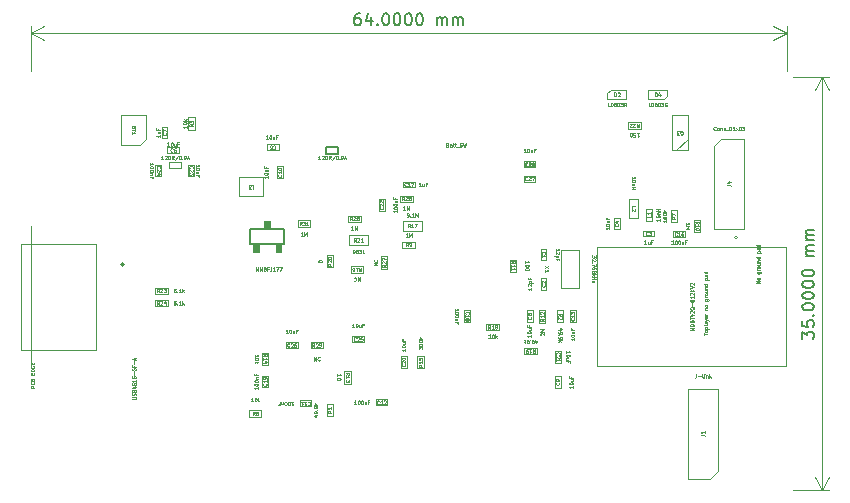
<source format=gbr>
%TF.GenerationSoftware,KiCad,Pcbnew,8.0.2-1*%
%TF.CreationDate,2024-12-04T10:13:36+09:00*%
%TF.ProjectId,gas_nrf52832,6761735f-6e72-4663-9532-3833322e6b69,rev?*%
%TF.SameCoordinates,Original*%
%TF.FileFunction,AssemblyDrawing,Top*%
%FSLAX46Y46*%
G04 Gerber Fmt 4.6, Leading zero omitted, Abs format (unit mm)*
G04 Created by KiCad (PCBNEW 8.0.2-1) date 2024-12-04 10:13:36*
%MOMM*%
%LPD*%
G01*
G04 APERTURE LIST*
%ADD10C,0.150000*%
%ADD11C,0.100000*%
%ADD12C,0.060000*%
%ADD13C,0.203200*%
%ADD14C,0.010000*%
%ADD15C,0.200000*%
G04 APERTURE END LIST*
D10*
X117257143Y-70104819D02*
X117066667Y-70104819D01*
X117066667Y-70104819D02*
X116971429Y-70152438D01*
X116971429Y-70152438D02*
X116923810Y-70200057D01*
X116923810Y-70200057D02*
X116828572Y-70342914D01*
X116828572Y-70342914D02*
X116780953Y-70533390D01*
X116780953Y-70533390D02*
X116780953Y-70914342D01*
X116780953Y-70914342D02*
X116828572Y-71009580D01*
X116828572Y-71009580D02*
X116876191Y-71057200D01*
X116876191Y-71057200D02*
X116971429Y-71104819D01*
X116971429Y-71104819D02*
X117161905Y-71104819D01*
X117161905Y-71104819D02*
X117257143Y-71057200D01*
X117257143Y-71057200D02*
X117304762Y-71009580D01*
X117304762Y-71009580D02*
X117352381Y-70914342D01*
X117352381Y-70914342D02*
X117352381Y-70676247D01*
X117352381Y-70676247D02*
X117304762Y-70581009D01*
X117304762Y-70581009D02*
X117257143Y-70533390D01*
X117257143Y-70533390D02*
X117161905Y-70485771D01*
X117161905Y-70485771D02*
X116971429Y-70485771D01*
X116971429Y-70485771D02*
X116876191Y-70533390D01*
X116876191Y-70533390D02*
X116828572Y-70581009D01*
X116828572Y-70581009D02*
X116780953Y-70676247D01*
X118209524Y-70438152D02*
X118209524Y-71104819D01*
X117971429Y-70057200D02*
X117733334Y-70771485D01*
X117733334Y-70771485D02*
X118352381Y-70771485D01*
X118733334Y-71009580D02*
X118780953Y-71057200D01*
X118780953Y-71057200D02*
X118733334Y-71104819D01*
X118733334Y-71104819D02*
X118685715Y-71057200D01*
X118685715Y-71057200D02*
X118733334Y-71009580D01*
X118733334Y-71009580D02*
X118733334Y-71104819D01*
X119400000Y-70104819D02*
X119495238Y-70104819D01*
X119495238Y-70104819D02*
X119590476Y-70152438D01*
X119590476Y-70152438D02*
X119638095Y-70200057D01*
X119638095Y-70200057D02*
X119685714Y-70295295D01*
X119685714Y-70295295D02*
X119733333Y-70485771D01*
X119733333Y-70485771D02*
X119733333Y-70723866D01*
X119733333Y-70723866D02*
X119685714Y-70914342D01*
X119685714Y-70914342D02*
X119638095Y-71009580D01*
X119638095Y-71009580D02*
X119590476Y-71057200D01*
X119590476Y-71057200D02*
X119495238Y-71104819D01*
X119495238Y-71104819D02*
X119400000Y-71104819D01*
X119400000Y-71104819D02*
X119304762Y-71057200D01*
X119304762Y-71057200D02*
X119257143Y-71009580D01*
X119257143Y-71009580D02*
X119209524Y-70914342D01*
X119209524Y-70914342D02*
X119161905Y-70723866D01*
X119161905Y-70723866D02*
X119161905Y-70485771D01*
X119161905Y-70485771D02*
X119209524Y-70295295D01*
X119209524Y-70295295D02*
X119257143Y-70200057D01*
X119257143Y-70200057D02*
X119304762Y-70152438D01*
X119304762Y-70152438D02*
X119400000Y-70104819D01*
X120352381Y-70104819D02*
X120447619Y-70104819D01*
X120447619Y-70104819D02*
X120542857Y-70152438D01*
X120542857Y-70152438D02*
X120590476Y-70200057D01*
X120590476Y-70200057D02*
X120638095Y-70295295D01*
X120638095Y-70295295D02*
X120685714Y-70485771D01*
X120685714Y-70485771D02*
X120685714Y-70723866D01*
X120685714Y-70723866D02*
X120638095Y-70914342D01*
X120638095Y-70914342D02*
X120590476Y-71009580D01*
X120590476Y-71009580D02*
X120542857Y-71057200D01*
X120542857Y-71057200D02*
X120447619Y-71104819D01*
X120447619Y-71104819D02*
X120352381Y-71104819D01*
X120352381Y-71104819D02*
X120257143Y-71057200D01*
X120257143Y-71057200D02*
X120209524Y-71009580D01*
X120209524Y-71009580D02*
X120161905Y-70914342D01*
X120161905Y-70914342D02*
X120114286Y-70723866D01*
X120114286Y-70723866D02*
X120114286Y-70485771D01*
X120114286Y-70485771D02*
X120161905Y-70295295D01*
X120161905Y-70295295D02*
X120209524Y-70200057D01*
X120209524Y-70200057D02*
X120257143Y-70152438D01*
X120257143Y-70152438D02*
X120352381Y-70104819D01*
X121304762Y-70104819D02*
X121400000Y-70104819D01*
X121400000Y-70104819D02*
X121495238Y-70152438D01*
X121495238Y-70152438D02*
X121542857Y-70200057D01*
X121542857Y-70200057D02*
X121590476Y-70295295D01*
X121590476Y-70295295D02*
X121638095Y-70485771D01*
X121638095Y-70485771D02*
X121638095Y-70723866D01*
X121638095Y-70723866D02*
X121590476Y-70914342D01*
X121590476Y-70914342D02*
X121542857Y-71009580D01*
X121542857Y-71009580D02*
X121495238Y-71057200D01*
X121495238Y-71057200D02*
X121400000Y-71104819D01*
X121400000Y-71104819D02*
X121304762Y-71104819D01*
X121304762Y-71104819D02*
X121209524Y-71057200D01*
X121209524Y-71057200D02*
X121161905Y-71009580D01*
X121161905Y-71009580D02*
X121114286Y-70914342D01*
X121114286Y-70914342D02*
X121066667Y-70723866D01*
X121066667Y-70723866D02*
X121066667Y-70485771D01*
X121066667Y-70485771D02*
X121114286Y-70295295D01*
X121114286Y-70295295D02*
X121161905Y-70200057D01*
X121161905Y-70200057D02*
X121209524Y-70152438D01*
X121209524Y-70152438D02*
X121304762Y-70104819D01*
X122257143Y-70104819D02*
X122352381Y-70104819D01*
X122352381Y-70104819D02*
X122447619Y-70152438D01*
X122447619Y-70152438D02*
X122495238Y-70200057D01*
X122495238Y-70200057D02*
X122542857Y-70295295D01*
X122542857Y-70295295D02*
X122590476Y-70485771D01*
X122590476Y-70485771D02*
X122590476Y-70723866D01*
X122590476Y-70723866D02*
X122542857Y-70914342D01*
X122542857Y-70914342D02*
X122495238Y-71009580D01*
X122495238Y-71009580D02*
X122447619Y-71057200D01*
X122447619Y-71057200D02*
X122352381Y-71104819D01*
X122352381Y-71104819D02*
X122257143Y-71104819D01*
X122257143Y-71104819D02*
X122161905Y-71057200D01*
X122161905Y-71057200D02*
X122114286Y-71009580D01*
X122114286Y-71009580D02*
X122066667Y-70914342D01*
X122066667Y-70914342D02*
X122019048Y-70723866D01*
X122019048Y-70723866D02*
X122019048Y-70485771D01*
X122019048Y-70485771D02*
X122066667Y-70295295D01*
X122066667Y-70295295D02*
X122114286Y-70200057D01*
X122114286Y-70200057D02*
X122161905Y-70152438D01*
X122161905Y-70152438D02*
X122257143Y-70104819D01*
X123780953Y-71104819D02*
X123780953Y-70438152D01*
X123780953Y-70533390D02*
X123828572Y-70485771D01*
X123828572Y-70485771D02*
X123923810Y-70438152D01*
X123923810Y-70438152D02*
X124066667Y-70438152D01*
X124066667Y-70438152D02*
X124161905Y-70485771D01*
X124161905Y-70485771D02*
X124209524Y-70581009D01*
X124209524Y-70581009D02*
X124209524Y-71104819D01*
X124209524Y-70581009D02*
X124257143Y-70485771D01*
X124257143Y-70485771D02*
X124352381Y-70438152D01*
X124352381Y-70438152D02*
X124495238Y-70438152D01*
X124495238Y-70438152D02*
X124590477Y-70485771D01*
X124590477Y-70485771D02*
X124638096Y-70581009D01*
X124638096Y-70581009D02*
X124638096Y-71104819D01*
X125114286Y-71104819D02*
X125114286Y-70438152D01*
X125114286Y-70533390D02*
X125161905Y-70485771D01*
X125161905Y-70485771D02*
X125257143Y-70438152D01*
X125257143Y-70438152D02*
X125400000Y-70438152D01*
X125400000Y-70438152D02*
X125495238Y-70485771D01*
X125495238Y-70485771D02*
X125542857Y-70581009D01*
X125542857Y-70581009D02*
X125542857Y-71104819D01*
X125542857Y-70581009D02*
X125590476Y-70485771D01*
X125590476Y-70485771D02*
X125685714Y-70438152D01*
X125685714Y-70438152D02*
X125828571Y-70438152D01*
X125828571Y-70438152D02*
X125923810Y-70485771D01*
X125923810Y-70485771D02*
X125971429Y-70581009D01*
X125971429Y-70581009D02*
X125971429Y-71104819D01*
D11*
X153400000Y-75000000D02*
X153400000Y-71213580D01*
X89400000Y-75000000D02*
X89400000Y-71213580D01*
X153400000Y-71800000D02*
X89400000Y-71800000D01*
X153400000Y-71800000D02*
X89400000Y-71800000D01*
X153400000Y-71800000D02*
X152273496Y-72386421D01*
X153400000Y-71800000D02*
X152273496Y-71213579D01*
X89400000Y-71800000D02*
X90526504Y-71213579D01*
X89400000Y-71800000D02*
X90526504Y-72386421D01*
D10*
X154704819Y-97666665D02*
X154704819Y-97047618D01*
X154704819Y-97047618D02*
X155085771Y-97380951D01*
X155085771Y-97380951D02*
X155085771Y-97238094D01*
X155085771Y-97238094D02*
X155133390Y-97142856D01*
X155133390Y-97142856D02*
X155181009Y-97095237D01*
X155181009Y-97095237D02*
X155276247Y-97047618D01*
X155276247Y-97047618D02*
X155514342Y-97047618D01*
X155514342Y-97047618D02*
X155609580Y-97095237D01*
X155609580Y-97095237D02*
X155657200Y-97142856D01*
X155657200Y-97142856D02*
X155704819Y-97238094D01*
X155704819Y-97238094D02*
X155704819Y-97523808D01*
X155704819Y-97523808D02*
X155657200Y-97619046D01*
X155657200Y-97619046D02*
X155609580Y-97666665D01*
X154704819Y-96142856D02*
X154704819Y-96619046D01*
X154704819Y-96619046D02*
X155181009Y-96666665D01*
X155181009Y-96666665D02*
X155133390Y-96619046D01*
X155133390Y-96619046D02*
X155085771Y-96523808D01*
X155085771Y-96523808D02*
X155085771Y-96285713D01*
X155085771Y-96285713D02*
X155133390Y-96190475D01*
X155133390Y-96190475D02*
X155181009Y-96142856D01*
X155181009Y-96142856D02*
X155276247Y-96095237D01*
X155276247Y-96095237D02*
X155514342Y-96095237D01*
X155514342Y-96095237D02*
X155609580Y-96142856D01*
X155609580Y-96142856D02*
X155657200Y-96190475D01*
X155657200Y-96190475D02*
X155704819Y-96285713D01*
X155704819Y-96285713D02*
X155704819Y-96523808D01*
X155704819Y-96523808D02*
X155657200Y-96619046D01*
X155657200Y-96619046D02*
X155609580Y-96666665D01*
X155609580Y-95666665D02*
X155657200Y-95619046D01*
X155657200Y-95619046D02*
X155704819Y-95666665D01*
X155704819Y-95666665D02*
X155657200Y-95714284D01*
X155657200Y-95714284D02*
X155609580Y-95666665D01*
X155609580Y-95666665D02*
X155704819Y-95666665D01*
X154704819Y-94999999D02*
X154704819Y-94904761D01*
X154704819Y-94904761D02*
X154752438Y-94809523D01*
X154752438Y-94809523D02*
X154800057Y-94761904D01*
X154800057Y-94761904D02*
X154895295Y-94714285D01*
X154895295Y-94714285D02*
X155085771Y-94666666D01*
X155085771Y-94666666D02*
X155323866Y-94666666D01*
X155323866Y-94666666D02*
X155514342Y-94714285D01*
X155514342Y-94714285D02*
X155609580Y-94761904D01*
X155609580Y-94761904D02*
X155657200Y-94809523D01*
X155657200Y-94809523D02*
X155704819Y-94904761D01*
X155704819Y-94904761D02*
X155704819Y-94999999D01*
X155704819Y-94999999D02*
X155657200Y-95095237D01*
X155657200Y-95095237D02*
X155609580Y-95142856D01*
X155609580Y-95142856D02*
X155514342Y-95190475D01*
X155514342Y-95190475D02*
X155323866Y-95238094D01*
X155323866Y-95238094D02*
X155085771Y-95238094D01*
X155085771Y-95238094D02*
X154895295Y-95190475D01*
X154895295Y-95190475D02*
X154800057Y-95142856D01*
X154800057Y-95142856D02*
X154752438Y-95095237D01*
X154752438Y-95095237D02*
X154704819Y-94999999D01*
X154704819Y-94047618D02*
X154704819Y-93952380D01*
X154704819Y-93952380D02*
X154752438Y-93857142D01*
X154752438Y-93857142D02*
X154800057Y-93809523D01*
X154800057Y-93809523D02*
X154895295Y-93761904D01*
X154895295Y-93761904D02*
X155085771Y-93714285D01*
X155085771Y-93714285D02*
X155323866Y-93714285D01*
X155323866Y-93714285D02*
X155514342Y-93761904D01*
X155514342Y-93761904D02*
X155609580Y-93809523D01*
X155609580Y-93809523D02*
X155657200Y-93857142D01*
X155657200Y-93857142D02*
X155704819Y-93952380D01*
X155704819Y-93952380D02*
X155704819Y-94047618D01*
X155704819Y-94047618D02*
X155657200Y-94142856D01*
X155657200Y-94142856D02*
X155609580Y-94190475D01*
X155609580Y-94190475D02*
X155514342Y-94238094D01*
X155514342Y-94238094D02*
X155323866Y-94285713D01*
X155323866Y-94285713D02*
X155085771Y-94285713D01*
X155085771Y-94285713D02*
X154895295Y-94238094D01*
X154895295Y-94238094D02*
X154800057Y-94190475D01*
X154800057Y-94190475D02*
X154752438Y-94142856D01*
X154752438Y-94142856D02*
X154704819Y-94047618D01*
X154704819Y-93095237D02*
X154704819Y-92999999D01*
X154704819Y-92999999D02*
X154752438Y-92904761D01*
X154752438Y-92904761D02*
X154800057Y-92857142D01*
X154800057Y-92857142D02*
X154895295Y-92809523D01*
X154895295Y-92809523D02*
X155085771Y-92761904D01*
X155085771Y-92761904D02*
X155323866Y-92761904D01*
X155323866Y-92761904D02*
X155514342Y-92809523D01*
X155514342Y-92809523D02*
X155609580Y-92857142D01*
X155609580Y-92857142D02*
X155657200Y-92904761D01*
X155657200Y-92904761D02*
X155704819Y-92999999D01*
X155704819Y-92999999D02*
X155704819Y-93095237D01*
X155704819Y-93095237D02*
X155657200Y-93190475D01*
X155657200Y-93190475D02*
X155609580Y-93238094D01*
X155609580Y-93238094D02*
X155514342Y-93285713D01*
X155514342Y-93285713D02*
X155323866Y-93333332D01*
X155323866Y-93333332D02*
X155085771Y-93333332D01*
X155085771Y-93333332D02*
X154895295Y-93285713D01*
X154895295Y-93285713D02*
X154800057Y-93238094D01*
X154800057Y-93238094D02*
X154752438Y-93190475D01*
X154752438Y-93190475D02*
X154704819Y-93095237D01*
X154704819Y-92142856D02*
X154704819Y-92047618D01*
X154704819Y-92047618D02*
X154752438Y-91952380D01*
X154752438Y-91952380D02*
X154800057Y-91904761D01*
X154800057Y-91904761D02*
X154895295Y-91857142D01*
X154895295Y-91857142D02*
X155085771Y-91809523D01*
X155085771Y-91809523D02*
X155323866Y-91809523D01*
X155323866Y-91809523D02*
X155514342Y-91857142D01*
X155514342Y-91857142D02*
X155609580Y-91904761D01*
X155609580Y-91904761D02*
X155657200Y-91952380D01*
X155657200Y-91952380D02*
X155704819Y-92047618D01*
X155704819Y-92047618D02*
X155704819Y-92142856D01*
X155704819Y-92142856D02*
X155657200Y-92238094D01*
X155657200Y-92238094D02*
X155609580Y-92285713D01*
X155609580Y-92285713D02*
X155514342Y-92333332D01*
X155514342Y-92333332D02*
X155323866Y-92380951D01*
X155323866Y-92380951D02*
X155085771Y-92380951D01*
X155085771Y-92380951D02*
X154895295Y-92333332D01*
X154895295Y-92333332D02*
X154800057Y-92285713D01*
X154800057Y-92285713D02*
X154752438Y-92238094D01*
X154752438Y-92238094D02*
X154704819Y-92142856D01*
X155704819Y-90619046D02*
X155038152Y-90619046D01*
X155133390Y-90619046D02*
X155085771Y-90571427D01*
X155085771Y-90571427D02*
X155038152Y-90476189D01*
X155038152Y-90476189D02*
X155038152Y-90333332D01*
X155038152Y-90333332D02*
X155085771Y-90238094D01*
X155085771Y-90238094D02*
X155181009Y-90190475D01*
X155181009Y-90190475D02*
X155704819Y-90190475D01*
X155181009Y-90190475D02*
X155085771Y-90142856D01*
X155085771Y-90142856D02*
X155038152Y-90047618D01*
X155038152Y-90047618D02*
X155038152Y-89904761D01*
X155038152Y-89904761D02*
X155085771Y-89809522D01*
X155085771Y-89809522D02*
X155181009Y-89761903D01*
X155181009Y-89761903D02*
X155704819Y-89761903D01*
X155704819Y-89285713D02*
X155038152Y-89285713D01*
X155133390Y-89285713D02*
X155085771Y-89238094D01*
X155085771Y-89238094D02*
X155038152Y-89142856D01*
X155038152Y-89142856D02*
X155038152Y-88999999D01*
X155038152Y-88999999D02*
X155085771Y-88904761D01*
X155085771Y-88904761D02*
X155181009Y-88857142D01*
X155181009Y-88857142D02*
X155704819Y-88857142D01*
X155181009Y-88857142D02*
X155085771Y-88809523D01*
X155085771Y-88809523D02*
X155038152Y-88714285D01*
X155038152Y-88714285D02*
X155038152Y-88571428D01*
X155038152Y-88571428D02*
X155085771Y-88476189D01*
X155085771Y-88476189D02*
X155181009Y-88428570D01*
X155181009Y-88428570D02*
X155704819Y-88428570D01*
D11*
X153900000Y-75500000D02*
X156986420Y-75500000D01*
X153900000Y-110500000D02*
X156986420Y-110500000D01*
X156400000Y-75500000D02*
X156400000Y-110500000D01*
X156400000Y-75500000D02*
X156400000Y-110500000D01*
X156400000Y-75500000D02*
X156986421Y-76626504D01*
X156400000Y-75500000D02*
X155813579Y-76626504D01*
X156400000Y-110500000D02*
X155813579Y-109373496D01*
X156400000Y-110500000D02*
X156986421Y-109373496D01*
D12*
X143205665Y-87596427D02*
X143205665Y-87767856D01*
X143205665Y-87682141D02*
X142905665Y-87682141D01*
X142905665Y-87682141D02*
X142948522Y-87710713D01*
X142948522Y-87710713D02*
X142977094Y-87739284D01*
X142977094Y-87739284D02*
X142991380Y-87767856D01*
X143034237Y-87424999D02*
X143019951Y-87453570D01*
X143019951Y-87453570D02*
X143005665Y-87467856D01*
X143005665Y-87467856D02*
X142977094Y-87482142D01*
X142977094Y-87482142D02*
X142962808Y-87482142D01*
X142962808Y-87482142D02*
X142934237Y-87467856D01*
X142934237Y-87467856D02*
X142919951Y-87453570D01*
X142919951Y-87453570D02*
X142905665Y-87424999D01*
X142905665Y-87424999D02*
X142905665Y-87367856D01*
X142905665Y-87367856D02*
X142919951Y-87339285D01*
X142919951Y-87339285D02*
X142934237Y-87324999D01*
X142934237Y-87324999D02*
X142962808Y-87310713D01*
X142962808Y-87310713D02*
X142977094Y-87310713D01*
X142977094Y-87310713D02*
X143005665Y-87324999D01*
X143005665Y-87324999D02*
X143019951Y-87339285D01*
X143019951Y-87339285D02*
X143034237Y-87367856D01*
X143034237Y-87367856D02*
X143034237Y-87424999D01*
X143034237Y-87424999D02*
X143048522Y-87453570D01*
X143048522Y-87453570D02*
X143062808Y-87467856D01*
X143062808Y-87467856D02*
X143091380Y-87482142D01*
X143091380Y-87482142D02*
X143148522Y-87482142D01*
X143148522Y-87482142D02*
X143177094Y-87467856D01*
X143177094Y-87467856D02*
X143191380Y-87453570D01*
X143191380Y-87453570D02*
X143205665Y-87424999D01*
X143205665Y-87424999D02*
X143205665Y-87367856D01*
X143205665Y-87367856D02*
X143191380Y-87339285D01*
X143191380Y-87339285D02*
X143177094Y-87324999D01*
X143177094Y-87324999D02*
X143148522Y-87310713D01*
X143148522Y-87310713D02*
X143091380Y-87310713D01*
X143091380Y-87310713D02*
X143062808Y-87324999D01*
X143062808Y-87324999D02*
X143048522Y-87339285D01*
X143048522Y-87339285D02*
X143034237Y-87367856D01*
X142905665Y-87124999D02*
X142905665Y-87096428D01*
X142905665Y-87096428D02*
X142919951Y-87067856D01*
X142919951Y-87067856D02*
X142934237Y-87053571D01*
X142934237Y-87053571D02*
X142962808Y-87039285D01*
X142962808Y-87039285D02*
X143019951Y-87024999D01*
X143019951Y-87024999D02*
X143091380Y-87024999D01*
X143091380Y-87024999D02*
X143148522Y-87039285D01*
X143148522Y-87039285D02*
X143177094Y-87053571D01*
X143177094Y-87053571D02*
X143191380Y-87067856D01*
X143191380Y-87067856D02*
X143205665Y-87096428D01*
X143205665Y-87096428D02*
X143205665Y-87124999D01*
X143205665Y-87124999D02*
X143191380Y-87153571D01*
X143191380Y-87153571D02*
X143177094Y-87167856D01*
X143177094Y-87167856D02*
X143148522Y-87182142D01*
X143148522Y-87182142D02*
X143091380Y-87196428D01*
X143091380Y-87196428D02*
X143019951Y-87196428D01*
X143019951Y-87196428D02*
X142962808Y-87182142D01*
X142962808Y-87182142D02*
X142934237Y-87167856D01*
X142934237Y-87167856D02*
X142919951Y-87153571D01*
X142919951Y-87153571D02*
X142905665Y-87124999D01*
X143205665Y-86896428D02*
X142905665Y-86896428D01*
X143091380Y-86867857D02*
X143205665Y-86782142D01*
X143005665Y-86782142D02*
X143119951Y-86896428D01*
X143960665Y-87324999D02*
X143817808Y-87424999D01*
X143960665Y-87496428D02*
X143660665Y-87496428D01*
X143660665Y-87496428D02*
X143660665Y-87382142D01*
X143660665Y-87382142D02*
X143674951Y-87353571D01*
X143674951Y-87353571D02*
X143689237Y-87339285D01*
X143689237Y-87339285D02*
X143717808Y-87324999D01*
X143717808Y-87324999D02*
X143760665Y-87324999D01*
X143760665Y-87324999D02*
X143789237Y-87339285D01*
X143789237Y-87339285D02*
X143803522Y-87353571D01*
X143803522Y-87353571D02*
X143817808Y-87382142D01*
X143817808Y-87382142D02*
X143817808Y-87496428D01*
X143660665Y-87224999D02*
X143660665Y-87024999D01*
X143660665Y-87024999D02*
X143960665Y-87153571D01*
X121299286Y-89035665D02*
X121127857Y-89035665D01*
X121213572Y-89035665D02*
X121213572Y-88735665D01*
X121213572Y-88735665D02*
X121185000Y-88778522D01*
X121185000Y-88778522D02*
X121156429Y-88807094D01*
X121156429Y-88807094D02*
X121127857Y-88821380D01*
X121427857Y-89035665D02*
X121427857Y-88735665D01*
X121427857Y-88735665D02*
X121527857Y-88949951D01*
X121527857Y-88949951D02*
X121627857Y-88735665D01*
X121627857Y-88735665D02*
X121627857Y-89035665D01*
X121335000Y-89835665D02*
X121235000Y-89692808D01*
X121163571Y-89835665D02*
X121163571Y-89535665D01*
X121163571Y-89535665D02*
X121277857Y-89535665D01*
X121277857Y-89535665D02*
X121306428Y-89549951D01*
X121306428Y-89549951D02*
X121320714Y-89564237D01*
X121320714Y-89564237D02*
X121335000Y-89592808D01*
X121335000Y-89592808D02*
X121335000Y-89635665D01*
X121335000Y-89635665D02*
X121320714Y-89664237D01*
X121320714Y-89664237D02*
X121306428Y-89678522D01*
X121306428Y-89678522D02*
X121277857Y-89692808D01*
X121277857Y-89692808D02*
X121163571Y-89692808D01*
X121477857Y-89835665D02*
X121535000Y-89835665D01*
X121535000Y-89835665D02*
X121563571Y-89821380D01*
X121563571Y-89821380D02*
X121577857Y-89807094D01*
X121577857Y-89807094D02*
X121606428Y-89764237D01*
X121606428Y-89764237D02*
X121620714Y-89707094D01*
X121620714Y-89707094D02*
X121620714Y-89592808D01*
X121620714Y-89592808D02*
X121606428Y-89564237D01*
X121606428Y-89564237D02*
X121592143Y-89549951D01*
X121592143Y-89549951D02*
X121563571Y-89535665D01*
X121563571Y-89535665D02*
X121506428Y-89535665D01*
X121506428Y-89535665D02*
X121477857Y-89549951D01*
X121477857Y-89549951D02*
X121463571Y-89564237D01*
X121463571Y-89564237D02*
X121449285Y-89592808D01*
X121449285Y-89592808D02*
X121449285Y-89664237D01*
X121449285Y-89664237D02*
X121463571Y-89692808D01*
X121463571Y-89692808D02*
X121477857Y-89707094D01*
X121477857Y-89707094D02*
X121506428Y-89721380D01*
X121506428Y-89721380D02*
X121563571Y-89721380D01*
X121563571Y-89721380D02*
X121592143Y-89707094D01*
X121592143Y-89707094D02*
X121606428Y-89692808D01*
X121606428Y-89692808D02*
X121620714Y-89664237D01*
X128316429Y-97585665D02*
X128145000Y-97585665D01*
X128230715Y-97585665D02*
X128230715Y-97285665D01*
X128230715Y-97285665D02*
X128202143Y-97328522D01*
X128202143Y-97328522D02*
X128173572Y-97357094D01*
X128173572Y-97357094D02*
X128145000Y-97371380D01*
X128502143Y-97285665D02*
X128530714Y-97285665D01*
X128530714Y-97285665D02*
X128559286Y-97299951D01*
X128559286Y-97299951D02*
X128573572Y-97314237D01*
X128573572Y-97314237D02*
X128587857Y-97342808D01*
X128587857Y-97342808D02*
X128602143Y-97399951D01*
X128602143Y-97399951D02*
X128602143Y-97471380D01*
X128602143Y-97471380D02*
X128587857Y-97528522D01*
X128587857Y-97528522D02*
X128573572Y-97557094D01*
X128573572Y-97557094D02*
X128559286Y-97571380D01*
X128559286Y-97571380D02*
X128530714Y-97585665D01*
X128530714Y-97585665D02*
X128502143Y-97585665D01*
X128502143Y-97585665D02*
X128473572Y-97571380D01*
X128473572Y-97571380D02*
X128459286Y-97557094D01*
X128459286Y-97557094D02*
X128445000Y-97528522D01*
X128445000Y-97528522D02*
X128430714Y-97471380D01*
X128430714Y-97471380D02*
X128430714Y-97399951D01*
X128430714Y-97399951D02*
X128445000Y-97342808D01*
X128445000Y-97342808D02*
X128459286Y-97314237D01*
X128459286Y-97314237D02*
X128473572Y-97299951D01*
X128473572Y-97299951D02*
X128502143Y-97285665D01*
X128730714Y-97585665D02*
X128730714Y-97285665D01*
X128759286Y-97471380D02*
X128845000Y-97585665D01*
X128845000Y-97385665D02*
X128730714Y-97499951D01*
X128302143Y-96795665D02*
X128202143Y-96652808D01*
X128130714Y-96795665D02*
X128130714Y-96495665D01*
X128130714Y-96495665D02*
X128245000Y-96495665D01*
X128245000Y-96495665D02*
X128273571Y-96509951D01*
X128273571Y-96509951D02*
X128287857Y-96524237D01*
X128287857Y-96524237D02*
X128302143Y-96552808D01*
X128302143Y-96552808D02*
X128302143Y-96595665D01*
X128302143Y-96595665D02*
X128287857Y-96624237D01*
X128287857Y-96624237D02*
X128273571Y-96638522D01*
X128273571Y-96638522D02*
X128245000Y-96652808D01*
X128245000Y-96652808D02*
X128130714Y-96652808D01*
X128587857Y-96795665D02*
X128416428Y-96795665D01*
X128502143Y-96795665D02*
X128502143Y-96495665D01*
X128502143Y-96495665D02*
X128473571Y-96538522D01*
X128473571Y-96538522D02*
X128445000Y-96567094D01*
X128445000Y-96567094D02*
X128416428Y-96581380D01*
X128759285Y-96624237D02*
X128730714Y-96609951D01*
X128730714Y-96609951D02*
X128716428Y-96595665D01*
X128716428Y-96595665D02*
X128702142Y-96567094D01*
X128702142Y-96567094D02*
X128702142Y-96552808D01*
X128702142Y-96552808D02*
X128716428Y-96524237D01*
X128716428Y-96524237D02*
X128730714Y-96509951D01*
X128730714Y-96509951D02*
X128759285Y-96495665D01*
X128759285Y-96495665D02*
X128816428Y-96495665D01*
X128816428Y-96495665D02*
X128845000Y-96509951D01*
X128845000Y-96509951D02*
X128859285Y-96524237D01*
X128859285Y-96524237D02*
X128873571Y-96552808D01*
X128873571Y-96552808D02*
X128873571Y-96567094D01*
X128873571Y-96567094D02*
X128859285Y-96595665D01*
X128859285Y-96595665D02*
X128845000Y-96609951D01*
X128845000Y-96609951D02*
X128816428Y-96624237D01*
X128816428Y-96624237D02*
X128759285Y-96624237D01*
X128759285Y-96624237D02*
X128730714Y-96638522D01*
X128730714Y-96638522D02*
X128716428Y-96652808D01*
X128716428Y-96652808D02*
X128702142Y-96681380D01*
X128702142Y-96681380D02*
X128702142Y-96738522D01*
X128702142Y-96738522D02*
X128716428Y-96767094D01*
X128716428Y-96767094D02*
X128730714Y-96781380D01*
X128730714Y-96781380D02*
X128759285Y-96795665D01*
X128759285Y-96795665D02*
X128816428Y-96795665D01*
X128816428Y-96795665D02*
X128845000Y-96781380D01*
X128845000Y-96781380D02*
X128859285Y-96767094D01*
X128859285Y-96767094D02*
X128873571Y-96738522D01*
X128873571Y-96738522D02*
X128873571Y-96681380D01*
X128873571Y-96681380D02*
X128859285Y-96652808D01*
X128859285Y-96652808D02*
X128845000Y-96638522D01*
X128845000Y-96638522D02*
X128816428Y-96624237D01*
X108099999Y-84659334D02*
X108242856Y-84659334D01*
X108242856Y-84659334D02*
X108242856Y-84959334D01*
X108028570Y-84959334D02*
X107842856Y-84959334D01*
X107842856Y-84959334D02*
X107942856Y-84845048D01*
X107942856Y-84845048D02*
X107899999Y-84845048D01*
X107899999Y-84845048D02*
X107871428Y-84830762D01*
X107871428Y-84830762D02*
X107857142Y-84816477D01*
X107857142Y-84816477D02*
X107842856Y-84787905D01*
X107842856Y-84787905D02*
X107842856Y-84716477D01*
X107842856Y-84716477D02*
X107857142Y-84687905D01*
X107857142Y-84687905D02*
X107871428Y-84673620D01*
X107871428Y-84673620D02*
X107899999Y-84659334D01*
X107899999Y-84659334D02*
X107985713Y-84659334D01*
X107985713Y-84659334D02*
X108014285Y-84673620D01*
X108014285Y-84673620D02*
X108028570Y-84687905D01*
X108625665Y-101739285D02*
X108625665Y-101910714D01*
X108625665Y-101824999D02*
X108325665Y-101824999D01*
X108325665Y-101824999D02*
X108368522Y-101853571D01*
X108368522Y-101853571D02*
X108397094Y-101882142D01*
X108397094Y-101882142D02*
X108411380Y-101910714D01*
X108325665Y-101553571D02*
X108325665Y-101525000D01*
X108325665Y-101525000D02*
X108339951Y-101496428D01*
X108339951Y-101496428D02*
X108354237Y-101482143D01*
X108354237Y-101482143D02*
X108382808Y-101467857D01*
X108382808Y-101467857D02*
X108439951Y-101453571D01*
X108439951Y-101453571D02*
X108511380Y-101453571D01*
X108511380Y-101453571D02*
X108568522Y-101467857D01*
X108568522Y-101467857D02*
X108597094Y-101482143D01*
X108597094Y-101482143D02*
X108611380Y-101496428D01*
X108611380Y-101496428D02*
X108625665Y-101525000D01*
X108625665Y-101525000D02*
X108625665Y-101553571D01*
X108625665Y-101553571D02*
X108611380Y-101582143D01*
X108611380Y-101582143D02*
X108597094Y-101596428D01*
X108597094Y-101596428D02*
X108568522Y-101610714D01*
X108568522Y-101610714D02*
X108511380Y-101625000D01*
X108511380Y-101625000D02*
X108439951Y-101625000D01*
X108439951Y-101625000D02*
X108382808Y-101610714D01*
X108382808Y-101610714D02*
X108354237Y-101596428D01*
X108354237Y-101596428D02*
X108339951Y-101582143D01*
X108339951Y-101582143D02*
X108325665Y-101553571D01*
X108325665Y-101267857D02*
X108325665Y-101239286D01*
X108325665Y-101239286D02*
X108339951Y-101210714D01*
X108339951Y-101210714D02*
X108354237Y-101196429D01*
X108354237Y-101196429D02*
X108382808Y-101182143D01*
X108382808Y-101182143D02*
X108439951Y-101167857D01*
X108439951Y-101167857D02*
X108511380Y-101167857D01*
X108511380Y-101167857D02*
X108568522Y-101182143D01*
X108568522Y-101182143D02*
X108597094Y-101196429D01*
X108597094Y-101196429D02*
X108611380Y-101210714D01*
X108611380Y-101210714D02*
X108625665Y-101239286D01*
X108625665Y-101239286D02*
X108625665Y-101267857D01*
X108625665Y-101267857D02*
X108611380Y-101296429D01*
X108611380Y-101296429D02*
X108597094Y-101310714D01*
X108597094Y-101310714D02*
X108568522Y-101325000D01*
X108568522Y-101325000D02*
X108511380Y-101339286D01*
X108511380Y-101339286D02*
X108439951Y-101339286D01*
X108439951Y-101339286D02*
X108382808Y-101325000D01*
X108382808Y-101325000D02*
X108354237Y-101310714D01*
X108354237Y-101310714D02*
X108339951Y-101296429D01*
X108339951Y-101296429D02*
X108325665Y-101267857D01*
X108425665Y-101039286D02*
X108625665Y-101039286D01*
X108454237Y-101039286D02*
X108439951Y-101025000D01*
X108439951Y-101025000D02*
X108425665Y-100996429D01*
X108425665Y-100996429D02*
X108425665Y-100953572D01*
X108425665Y-100953572D02*
X108439951Y-100925000D01*
X108439951Y-100925000D02*
X108468522Y-100910715D01*
X108468522Y-100910715D02*
X108625665Y-100910715D01*
X108468522Y-100667857D02*
X108468522Y-100767857D01*
X108625665Y-100767857D02*
X108325665Y-100767857D01*
X108325665Y-100767857D02*
X108325665Y-100625000D01*
X109327094Y-101467856D02*
X109341380Y-101482142D01*
X109341380Y-101482142D02*
X109355665Y-101524999D01*
X109355665Y-101524999D02*
X109355665Y-101553571D01*
X109355665Y-101553571D02*
X109341380Y-101596428D01*
X109341380Y-101596428D02*
X109312808Y-101624999D01*
X109312808Y-101624999D02*
X109284237Y-101639285D01*
X109284237Y-101639285D02*
X109227094Y-101653571D01*
X109227094Y-101653571D02*
X109184237Y-101653571D01*
X109184237Y-101653571D02*
X109127094Y-101639285D01*
X109127094Y-101639285D02*
X109098522Y-101624999D01*
X109098522Y-101624999D02*
X109069951Y-101596428D01*
X109069951Y-101596428D02*
X109055665Y-101553571D01*
X109055665Y-101553571D02*
X109055665Y-101524999D01*
X109055665Y-101524999D02*
X109069951Y-101482142D01*
X109069951Y-101482142D02*
X109084237Y-101467856D01*
X109355665Y-101182142D02*
X109355665Y-101353571D01*
X109355665Y-101267856D02*
X109055665Y-101267856D01*
X109055665Y-101267856D02*
X109098522Y-101296428D01*
X109098522Y-101296428D02*
X109127094Y-101324999D01*
X109127094Y-101324999D02*
X109141380Y-101353571D01*
X109355665Y-101039285D02*
X109355665Y-100982142D01*
X109355665Y-100982142D02*
X109341380Y-100953571D01*
X109341380Y-100953571D02*
X109327094Y-100939285D01*
X109327094Y-100939285D02*
X109284237Y-100910714D01*
X109284237Y-100910714D02*
X109227094Y-100896428D01*
X109227094Y-100896428D02*
X109112808Y-100896428D01*
X109112808Y-100896428D02*
X109084237Y-100910714D01*
X109084237Y-100910714D02*
X109069951Y-100925000D01*
X109069951Y-100925000D02*
X109055665Y-100953571D01*
X109055665Y-100953571D02*
X109055665Y-101010714D01*
X109055665Y-101010714D02*
X109069951Y-101039285D01*
X109069951Y-101039285D02*
X109084237Y-101053571D01*
X109084237Y-101053571D02*
X109112808Y-101067857D01*
X109112808Y-101067857D02*
X109184237Y-101067857D01*
X109184237Y-101067857D02*
X109212808Y-101053571D01*
X109212808Y-101053571D02*
X109227094Y-101039285D01*
X109227094Y-101039285D02*
X109241380Y-101010714D01*
X109241380Y-101010714D02*
X109241380Y-100953571D01*
X109241380Y-100953571D02*
X109227094Y-100925000D01*
X109227094Y-100925000D02*
X109212808Y-100910714D01*
X109212808Y-100910714D02*
X109184237Y-100896428D01*
X116714286Y-88435665D02*
X116542857Y-88435665D01*
X116628572Y-88435665D02*
X116628572Y-88135665D01*
X116628572Y-88135665D02*
X116600000Y-88178522D01*
X116600000Y-88178522D02*
X116571429Y-88207094D01*
X116571429Y-88207094D02*
X116542857Y-88221380D01*
X116842857Y-88435665D02*
X116842857Y-88135665D01*
X116842857Y-88135665D02*
X116942857Y-88349951D01*
X116942857Y-88349951D02*
X117042857Y-88135665D01*
X117042857Y-88135665D02*
X117042857Y-88435665D01*
X116607143Y-87635665D02*
X116507143Y-87492808D01*
X116435714Y-87635665D02*
X116435714Y-87335665D01*
X116435714Y-87335665D02*
X116550000Y-87335665D01*
X116550000Y-87335665D02*
X116578571Y-87349951D01*
X116578571Y-87349951D02*
X116592857Y-87364237D01*
X116592857Y-87364237D02*
X116607143Y-87392808D01*
X116607143Y-87392808D02*
X116607143Y-87435665D01*
X116607143Y-87435665D02*
X116592857Y-87464237D01*
X116592857Y-87464237D02*
X116578571Y-87478522D01*
X116578571Y-87478522D02*
X116550000Y-87492808D01*
X116550000Y-87492808D02*
X116435714Y-87492808D01*
X116721428Y-87364237D02*
X116735714Y-87349951D01*
X116735714Y-87349951D02*
X116764286Y-87335665D01*
X116764286Y-87335665D02*
X116835714Y-87335665D01*
X116835714Y-87335665D02*
X116864286Y-87349951D01*
X116864286Y-87349951D02*
X116878571Y-87364237D01*
X116878571Y-87364237D02*
X116892857Y-87392808D01*
X116892857Y-87392808D02*
X116892857Y-87421380D01*
X116892857Y-87421380D02*
X116878571Y-87464237D01*
X116878571Y-87464237D02*
X116707143Y-87635665D01*
X116707143Y-87635665D02*
X116892857Y-87635665D01*
X117164285Y-87335665D02*
X117021428Y-87335665D01*
X117021428Y-87335665D02*
X117007142Y-87478522D01*
X117007142Y-87478522D02*
X117021428Y-87464237D01*
X117021428Y-87464237D02*
X117050000Y-87449951D01*
X117050000Y-87449951D02*
X117121428Y-87449951D01*
X117121428Y-87449951D02*
X117150000Y-87464237D01*
X117150000Y-87464237D02*
X117164285Y-87478522D01*
X117164285Y-87478522D02*
X117178571Y-87507094D01*
X117178571Y-87507094D02*
X117178571Y-87578522D01*
X117178571Y-87578522D02*
X117164285Y-87607094D01*
X117164285Y-87607094D02*
X117150000Y-87621380D01*
X117150000Y-87621380D02*
X117121428Y-87635665D01*
X117121428Y-87635665D02*
X117050000Y-87635665D01*
X117050000Y-87635665D02*
X117021428Y-87621380D01*
X117021428Y-87621380D02*
X117007142Y-87607094D01*
X138391429Y-77968165D02*
X138248572Y-77968165D01*
X138248572Y-77968165D02*
X138248572Y-77668165D01*
X138548572Y-77668165D02*
X138577143Y-77668165D01*
X138577143Y-77668165D02*
X138605715Y-77682451D01*
X138605715Y-77682451D02*
X138620001Y-77696737D01*
X138620001Y-77696737D02*
X138634286Y-77725308D01*
X138634286Y-77725308D02*
X138648572Y-77782451D01*
X138648572Y-77782451D02*
X138648572Y-77853880D01*
X138648572Y-77853880D02*
X138634286Y-77911022D01*
X138634286Y-77911022D02*
X138620001Y-77939594D01*
X138620001Y-77939594D02*
X138605715Y-77953880D01*
X138605715Y-77953880D02*
X138577143Y-77968165D01*
X138577143Y-77968165D02*
X138548572Y-77968165D01*
X138548572Y-77968165D02*
X138520001Y-77953880D01*
X138520001Y-77953880D02*
X138505715Y-77939594D01*
X138505715Y-77939594D02*
X138491429Y-77911022D01*
X138491429Y-77911022D02*
X138477143Y-77853880D01*
X138477143Y-77853880D02*
X138477143Y-77782451D01*
X138477143Y-77782451D02*
X138491429Y-77725308D01*
X138491429Y-77725308D02*
X138505715Y-77696737D01*
X138505715Y-77696737D02*
X138520001Y-77682451D01*
X138520001Y-77682451D02*
X138548572Y-77668165D01*
X138905715Y-77668165D02*
X138848572Y-77668165D01*
X138848572Y-77668165D02*
X138820000Y-77682451D01*
X138820000Y-77682451D02*
X138805715Y-77696737D01*
X138805715Y-77696737D02*
X138777143Y-77739594D01*
X138777143Y-77739594D02*
X138762857Y-77796737D01*
X138762857Y-77796737D02*
X138762857Y-77911022D01*
X138762857Y-77911022D02*
X138777143Y-77939594D01*
X138777143Y-77939594D02*
X138791429Y-77953880D01*
X138791429Y-77953880D02*
X138820000Y-77968165D01*
X138820000Y-77968165D02*
X138877143Y-77968165D01*
X138877143Y-77968165D02*
X138905715Y-77953880D01*
X138905715Y-77953880D02*
X138920000Y-77939594D01*
X138920000Y-77939594D02*
X138934286Y-77911022D01*
X138934286Y-77911022D02*
X138934286Y-77839594D01*
X138934286Y-77839594D02*
X138920000Y-77811022D01*
X138920000Y-77811022D02*
X138905715Y-77796737D01*
X138905715Y-77796737D02*
X138877143Y-77782451D01*
X138877143Y-77782451D02*
X138820000Y-77782451D01*
X138820000Y-77782451D02*
X138791429Y-77796737D01*
X138791429Y-77796737D02*
X138777143Y-77811022D01*
X138777143Y-77811022D02*
X138762857Y-77839594D01*
X139120000Y-77668165D02*
X139148571Y-77668165D01*
X139148571Y-77668165D02*
X139177143Y-77682451D01*
X139177143Y-77682451D02*
X139191429Y-77696737D01*
X139191429Y-77696737D02*
X139205714Y-77725308D01*
X139205714Y-77725308D02*
X139220000Y-77782451D01*
X139220000Y-77782451D02*
X139220000Y-77853880D01*
X139220000Y-77853880D02*
X139205714Y-77911022D01*
X139205714Y-77911022D02*
X139191429Y-77939594D01*
X139191429Y-77939594D02*
X139177143Y-77953880D01*
X139177143Y-77953880D02*
X139148571Y-77968165D01*
X139148571Y-77968165D02*
X139120000Y-77968165D01*
X139120000Y-77968165D02*
X139091429Y-77953880D01*
X139091429Y-77953880D02*
X139077143Y-77939594D01*
X139077143Y-77939594D02*
X139062857Y-77911022D01*
X139062857Y-77911022D02*
X139048571Y-77853880D01*
X139048571Y-77853880D02*
X139048571Y-77782451D01*
X139048571Y-77782451D02*
X139062857Y-77725308D01*
X139062857Y-77725308D02*
X139077143Y-77696737D01*
X139077143Y-77696737D02*
X139091429Y-77682451D01*
X139091429Y-77682451D02*
X139120000Y-77668165D01*
X139320000Y-77668165D02*
X139505714Y-77668165D01*
X139505714Y-77668165D02*
X139405714Y-77782451D01*
X139405714Y-77782451D02*
X139448571Y-77782451D01*
X139448571Y-77782451D02*
X139477143Y-77796737D01*
X139477143Y-77796737D02*
X139491428Y-77811022D01*
X139491428Y-77811022D02*
X139505714Y-77839594D01*
X139505714Y-77839594D02*
X139505714Y-77911022D01*
X139505714Y-77911022D02*
X139491428Y-77939594D01*
X139491428Y-77939594D02*
X139477143Y-77953880D01*
X139477143Y-77953880D02*
X139448571Y-77968165D01*
X139448571Y-77968165D02*
X139362857Y-77968165D01*
X139362857Y-77968165D02*
X139334285Y-77953880D01*
X139334285Y-77953880D02*
X139320000Y-77939594D01*
X139805714Y-77968165D02*
X139705714Y-77825308D01*
X139634285Y-77968165D02*
X139634285Y-77668165D01*
X139634285Y-77668165D02*
X139748571Y-77668165D01*
X139748571Y-77668165D02*
X139777142Y-77682451D01*
X139777142Y-77682451D02*
X139791428Y-77696737D01*
X139791428Y-77696737D02*
X139805714Y-77725308D01*
X139805714Y-77725308D02*
X139805714Y-77768165D01*
X139805714Y-77768165D02*
X139791428Y-77796737D01*
X139791428Y-77796737D02*
X139777142Y-77811022D01*
X139777142Y-77811022D02*
X139748571Y-77825308D01*
X139748571Y-77825308D02*
X139634285Y-77825308D01*
X138798571Y-77108165D02*
X138798571Y-76808165D01*
X138798571Y-76808165D02*
X138870000Y-76808165D01*
X138870000Y-76808165D02*
X138912857Y-76822451D01*
X138912857Y-76822451D02*
X138941428Y-76851022D01*
X138941428Y-76851022D02*
X138955714Y-76879594D01*
X138955714Y-76879594D02*
X138970000Y-76936737D01*
X138970000Y-76936737D02*
X138970000Y-76979594D01*
X138970000Y-76979594D02*
X138955714Y-77036737D01*
X138955714Y-77036737D02*
X138941428Y-77065308D01*
X138941428Y-77065308D02*
X138912857Y-77093880D01*
X138912857Y-77093880D02*
X138870000Y-77108165D01*
X138870000Y-77108165D02*
X138798571Y-77108165D01*
X139084285Y-76836737D02*
X139098571Y-76822451D01*
X139098571Y-76822451D02*
X139127143Y-76808165D01*
X139127143Y-76808165D02*
X139198571Y-76808165D01*
X139198571Y-76808165D02*
X139227143Y-76822451D01*
X139227143Y-76822451D02*
X139241428Y-76836737D01*
X139241428Y-76836737D02*
X139255714Y-76865308D01*
X139255714Y-76865308D02*
X139255714Y-76893880D01*
X139255714Y-76893880D02*
X139241428Y-76936737D01*
X139241428Y-76936737D02*
X139070000Y-77108165D01*
X139070000Y-77108165D02*
X139255714Y-77108165D01*
X113364285Y-99505665D02*
X113364285Y-99205665D01*
X113364285Y-99205665D02*
X113535714Y-99505665D01*
X113535714Y-99505665D02*
X113535714Y-99205665D01*
X113850000Y-99477094D02*
X113835714Y-99491380D01*
X113835714Y-99491380D02*
X113792857Y-99505665D01*
X113792857Y-99505665D02*
X113764285Y-99505665D01*
X113764285Y-99505665D02*
X113721428Y-99491380D01*
X113721428Y-99491380D02*
X113692857Y-99462808D01*
X113692857Y-99462808D02*
X113678571Y-99434237D01*
X113678571Y-99434237D02*
X113664285Y-99377094D01*
X113664285Y-99377094D02*
X113664285Y-99334237D01*
X113664285Y-99334237D02*
X113678571Y-99277094D01*
X113678571Y-99277094D02*
X113692857Y-99248522D01*
X113692857Y-99248522D02*
X113721428Y-99219951D01*
X113721428Y-99219951D02*
X113764285Y-99205665D01*
X113764285Y-99205665D02*
X113792857Y-99205665D01*
X113792857Y-99205665D02*
X113835714Y-99219951D01*
X113835714Y-99219951D02*
X113850000Y-99234237D01*
X113407143Y-98335665D02*
X113307143Y-98192808D01*
X113235714Y-98335665D02*
X113235714Y-98035665D01*
X113235714Y-98035665D02*
X113350000Y-98035665D01*
X113350000Y-98035665D02*
X113378571Y-98049951D01*
X113378571Y-98049951D02*
X113392857Y-98064237D01*
X113392857Y-98064237D02*
X113407143Y-98092808D01*
X113407143Y-98092808D02*
X113407143Y-98135665D01*
X113407143Y-98135665D02*
X113392857Y-98164237D01*
X113392857Y-98164237D02*
X113378571Y-98178522D01*
X113378571Y-98178522D02*
X113350000Y-98192808D01*
X113350000Y-98192808D02*
X113235714Y-98192808D01*
X113521428Y-98064237D02*
X113535714Y-98049951D01*
X113535714Y-98049951D02*
X113564286Y-98035665D01*
X113564286Y-98035665D02*
X113635714Y-98035665D01*
X113635714Y-98035665D02*
X113664286Y-98049951D01*
X113664286Y-98049951D02*
X113678571Y-98064237D01*
X113678571Y-98064237D02*
X113692857Y-98092808D01*
X113692857Y-98092808D02*
X113692857Y-98121380D01*
X113692857Y-98121380D02*
X113678571Y-98164237D01*
X113678571Y-98164237D02*
X113507143Y-98335665D01*
X113507143Y-98335665D02*
X113692857Y-98335665D01*
X113835714Y-98335665D02*
X113892857Y-98335665D01*
X113892857Y-98335665D02*
X113921428Y-98321380D01*
X113921428Y-98321380D02*
X113935714Y-98307094D01*
X113935714Y-98307094D02*
X113964285Y-98264237D01*
X113964285Y-98264237D02*
X113978571Y-98207094D01*
X113978571Y-98207094D02*
X113978571Y-98092808D01*
X113978571Y-98092808D02*
X113964285Y-98064237D01*
X113964285Y-98064237D02*
X113950000Y-98049951D01*
X113950000Y-98049951D02*
X113921428Y-98035665D01*
X113921428Y-98035665D02*
X113864285Y-98035665D01*
X113864285Y-98035665D02*
X113835714Y-98049951D01*
X113835714Y-98049951D02*
X113821428Y-98064237D01*
X113821428Y-98064237D02*
X113807142Y-98092808D01*
X113807142Y-98092808D02*
X113807142Y-98164237D01*
X113807142Y-98164237D02*
X113821428Y-98192808D01*
X113821428Y-98192808D02*
X113835714Y-98207094D01*
X113835714Y-98207094D02*
X113864285Y-98221380D01*
X113864285Y-98221380D02*
X113921428Y-98221380D01*
X113921428Y-98221380D02*
X113950000Y-98207094D01*
X113950000Y-98207094D02*
X113964285Y-98192808D01*
X113964285Y-98192808D02*
X113978571Y-98164237D01*
X131441428Y-83075665D02*
X131269999Y-83075665D01*
X131355714Y-83075665D02*
X131355714Y-82775665D01*
X131355714Y-82775665D02*
X131327142Y-82818522D01*
X131327142Y-82818522D02*
X131298571Y-82847094D01*
X131298571Y-82847094D02*
X131269999Y-82861380D01*
X131698571Y-82875665D02*
X131698571Y-83075665D01*
X131569999Y-82875665D02*
X131569999Y-83032808D01*
X131569999Y-83032808D02*
X131584285Y-83061380D01*
X131584285Y-83061380D02*
X131612856Y-83075665D01*
X131612856Y-83075665D02*
X131655713Y-83075665D01*
X131655713Y-83075665D02*
X131684285Y-83061380D01*
X131684285Y-83061380D02*
X131698571Y-83047094D01*
X131941428Y-82918522D02*
X131841428Y-82918522D01*
X131841428Y-83075665D02*
X131841428Y-82775665D01*
X131841428Y-82775665D02*
X131984285Y-82775665D01*
X131427143Y-84207094D02*
X131412857Y-84221380D01*
X131412857Y-84221380D02*
X131370000Y-84235665D01*
X131370000Y-84235665D02*
X131341428Y-84235665D01*
X131341428Y-84235665D02*
X131298571Y-84221380D01*
X131298571Y-84221380D02*
X131270000Y-84192808D01*
X131270000Y-84192808D02*
X131255714Y-84164237D01*
X131255714Y-84164237D02*
X131241428Y-84107094D01*
X131241428Y-84107094D02*
X131241428Y-84064237D01*
X131241428Y-84064237D02*
X131255714Y-84007094D01*
X131255714Y-84007094D02*
X131270000Y-83978522D01*
X131270000Y-83978522D02*
X131298571Y-83949951D01*
X131298571Y-83949951D02*
X131341428Y-83935665D01*
X131341428Y-83935665D02*
X131370000Y-83935665D01*
X131370000Y-83935665D02*
X131412857Y-83949951D01*
X131412857Y-83949951D02*
X131427143Y-83964237D01*
X131541428Y-83964237D02*
X131555714Y-83949951D01*
X131555714Y-83949951D02*
X131584286Y-83935665D01*
X131584286Y-83935665D02*
X131655714Y-83935665D01*
X131655714Y-83935665D02*
X131684286Y-83949951D01*
X131684286Y-83949951D02*
X131698571Y-83964237D01*
X131698571Y-83964237D02*
X131712857Y-83992808D01*
X131712857Y-83992808D02*
X131712857Y-84021380D01*
X131712857Y-84021380D02*
X131698571Y-84064237D01*
X131698571Y-84064237D02*
X131527143Y-84235665D01*
X131527143Y-84235665D02*
X131712857Y-84235665D01*
X131812857Y-83935665D02*
X132012857Y-83935665D01*
X132012857Y-83935665D02*
X131884285Y-84235665D01*
X108434323Y-91898137D02*
X108434323Y-91598137D01*
X108434323Y-91598137D02*
X108534323Y-91812423D01*
X108534323Y-91812423D02*
X108634323Y-91598137D01*
X108634323Y-91598137D02*
X108634323Y-91898137D01*
X108777180Y-91898137D02*
X108777180Y-91598137D01*
X108777180Y-91598137D02*
X108877180Y-91812423D01*
X108877180Y-91812423D02*
X108977180Y-91598137D01*
X108977180Y-91598137D02*
X108977180Y-91898137D01*
X109220037Y-91740994D02*
X109262894Y-91755280D01*
X109262894Y-91755280D02*
X109277180Y-91769566D01*
X109277180Y-91769566D02*
X109291466Y-91798137D01*
X109291466Y-91798137D02*
X109291466Y-91840994D01*
X109291466Y-91840994D02*
X109277180Y-91869566D01*
X109277180Y-91869566D02*
X109262894Y-91883852D01*
X109262894Y-91883852D02*
X109234323Y-91898137D01*
X109234323Y-91898137D02*
X109120037Y-91898137D01*
X109120037Y-91898137D02*
X109120037Y-91598137D01*
X109120037Y-91598137D02*
X109220037Y-91598137D01*
X109220037Y-91598137D02*
X109248609Y-91612423D01*
X109248609Y-91612423D02*
X109262894Y-91626709D01*
X109262894Y-91626709D02*
X109277180Y-91655280D01*
X109277180Y-91655280D02*
X109277180Y-91683852D01*
X109277180Y-91683852D02*
X109262894Y-91712423D01*
X109262894Y-91712423D02*
X109248609Y-91726709D01*
X109248609Y-91726709D02*
X109220037Y-91740994D01*
X109220037Y-91740994D02*
X109120037Y-91740994D01*
X109520037Y-91740994D02*
X109420037Y-91740994D01*
X109420037Y-91898137D02*
X109420037Y-91598137D01*
X109420037Y-91598137D02*
X109562894Y-91598137D01*
X109762894Y-91598137D02*
X109762894Y-91812423D01*
X109762894Y-91812423D02*
X109748609Y-91855280D01*
X109748609Y-91855280D02*
X109720037Y-91883852D01*
X109720037Y-91883852D02*
X109677180Y-91898137D01*
X109677180Y-91898137D02*
X109648609Y-91898137D01*
X110062894Y-91898137D02*
X109891465Y-91898137D01*
X109977180Y-91898137D02*
X109977180Y-91598137D01*
X109977180Y-91598137D02*
X109948608Y-91640994D01*
X109948608Y-91640994D02*
X109920037Y-91669566D01*
X109920037Y-91669566D02*
X109891465Y-91683852D01*
X110162894Y-91598137D02*
X110362894Y-91598137D01*
X110362894Y-91598137D02*
X110234322Y-91898137D01*
X110448608Y-91598137D02*
X110648608Y-91598137D01*
X110648608Y-91598137D02*
X110520036Y-91898137D01*
X121257143Y-87335665D02*
X121314286Y-87335665D01*
X121314286Y-87335665D02*
X121342857Y-87321380D01*
X121342857Y-87321380D02*
X121357143Y-87307094D01*
X121357143Y-87307094D02*
X121385714Y-87264237D01*
X121385714Y-87264237D02*
X121400000Y-87207094D01*
X121400000Y-87207094D02*
X121400000Y-87092808D01*
X121400000Y-87092808D02*
X121385714Y-87064237D01*
X121385714Y-87064237D02*
X121371429Y-87049951D01*
X121371429Y-87049951D02*
X121342857Y-87035665D01*
X121342857Y-87035665D02*
X121285714Y-87035665D01*
X121285714Y-87035665D02*
X121257143Y-87049951D01*
X121257143Y-87049951D02*
X121242857Y-87064237D01*
X121242857Y-87064237D02*
X121228571Y-87092808D01*
X121228571Y-87092808D02*
X121228571Y-87164237D01*
X121228571Y-87164237D02*
X121242857Y-87192808D01*
X121242857Y-87192808D02*
X121257143Y-87207094D01*
X121257143Y-87207094D02*
X121285714Y-87221380D01*
X121285714Y-87221380D02*
X121342857Y-87221380D01*
X121342857Y-87221380D02*
X121371429Y-87207094D01*
X121371429Y-87207094D02*
X121385714Y-87192808D01*
X121385714Y-87192808D02*
X121400000Y-87164237D01*
X121528571Y-87307094D02*
X121542857Y-87321380D01*
X121542857Y-87321380D02*
X121528571Y-87335665D01*
X121528571Y-87335665D02*
X121514285Y-87321380D01*
X121514285Y-87321380D02*
X121528571Y-87307094D01*
X121528571Y-87307094D02*
X121528571Y-87335665D01*
X121828571Y-87335665D02*
X121657142Y-87335665D01*
X121742857Y-87335665D02*
X121742857Y-87035665D01*
X121742857Y-87035665D02*
X121714285Y-87078522D01*
X121714285Y-87078522D02*
X121685714Y-87107094D01*
X121685714Y-87107094D02*
X121657142Y-87121380D01*
X121957142Y-87335665D02*
X121957142Y-87035665D01*
X121957142Y-87035665D02*
X122057142Y-87249951D01*
X122057142Y-87249951D02*
X122157142Y-87035665D01*
X122157142Y-87035665D02*
X122157142Y-87335665D01*
X121507143Y-88235665D02*
X121407143Y-88092808D01*
X121335714Y-88235665D02*
X121335714Y-87935665D01*
X121335714Y-87935665D02*
X121450000Y-87935665D01*
X121450000Y-87935665D02*
X121478571Y-87949951D01*
X121478571Y-87949951D02*
X121492857Y-87964237D01*
X121492857Y-87964237D02*
X121507143Y-87992808D01*
X121507143Y-87992808D02*
X121507143Y-88035665D01*
X121507143Y-88035665D02*
X121492857Y-88064237D01*
X121492857Y-88064237D02*
X121478571Y-88078522D01*
X121478571Y-88078522D02*
X121450000Y-88092808D01*
X121450000Y-88092808D02*
X121335714Y-88092808D01*
X121792857Y-88235665D02*
X121621428Y-88235665D01*
X121707143Y-88235665D02*
X121707143Y-87935665D01*
X121707143Y-87935665D02*
X121678571Y-87978522D01*
X121678571Y-87978522D02*
X121650000Y-88007094D01*
X121650000Y-88007094D02*
X121621428Y-88021380D01*
X121892857Y-87935665D02*
X122092857Y-87935665D01*
X122092857Y-87935665D02*
X121964285Y-88235665D01*
X98101477Y-79769286D02*
X98087191Y-79812143D01*
X98087191Y-79812143D02*
X98072905Y-79826429D01*
X98072905Y-79826429D02*
X98044334Y-79840715D01*
X98044334Y-79840715D02*
X98001477Y-79840715D01*
X98001477Y-79840715D02*
X97972905Y-79826429D01*
X97972905Y-79826429D02*
X97958620Y-79812143D01*
X97958620Y-79812143D02*
X97944334Y-79783572D01*
X97944334Y-79783572D02*
X97944334Y-79669286D01*
X97944334Y-79669286D02*
X98244334Y-79669286D01*
X98244334Y-79669286D02*
X98244334Y-79769286D01*
X98244334Y-79769286D02*
X98230048Y-79797858D01*
X98230048Y-79797858D02*
X98215762Y-79812143D01*
X98215762Y-79812143D02*
X98187191Y-79826429D01*
X98187191Y-79826429D02*
X98158620Y-79826429D01*
X98158620Y-79826429D02*
X98130048Y-79812143D01*
X98130048Y-79812143D02*
X98115762Y-79797858D01*
X98115762Y-79797858D02*
X98101477Y-79769286D01*
X98101477Y-79769286D02*
X98101477Y-79669286D01*
X98244334Y-79926429D02*
X98244334Y-80097858D01*
X97944334Y-80012143D02*
X98244334Y-80012143D01*
X97944334Y-80355000D02*
X97944334Y-80183571D01*
X97944334Y-80269286D02*
X98244334Y-80269286D01*
X98244334Y-80269286D02*
X98201477Y-80240714D01*
X98201477Y-80240714D02*
X98172905Y-80212143D01*
X98172905Y-80212143D02*
X98158620Y-80183571D01*
X145749999Y-100650665D02*
X145749999Y-100864951D01*
X145749999Y-100864951D02*
X145735714Y-100907808D01*
X145735714Y-100907808D02*
X145707142Y-100936380D01*
X145707142Y-100936380D02*
X145664285Y-100950665D01*
X145664285Y-100950665D02*
X145635714Y-100950665D01*
X145892856Y-100836380D02*
X146121428Y-100836380D01*
X146307142Y-100950665D02*
X146278571Y-100936380D01*
X146278571Y-100936380D02*
X146264285Y-100907808D01*
X146264285Y-100907808D02*
X146264285Y-100650665D01*
X146421428Y-100950665D02*
X146421428Y-100750665D01*
X146421428Y-100650665D02*
X146407142Y-100664951D01*
X146407142Y-100664951D02*
X146421428Y-100679237D01*
X146421428Y-100679237D02*
X146435714Y-100664951D01*
X146435714Y-100664951D02*
X146421428Y-100650665D01*
X146421428Y-100650665D02*
X146421428Y-100679237D01*
X146564285Y-100750665D02*
X146564285Y-100950665D01*
X146564285Y-100779237D02*
X146578571Y-100764951D01*
X146578571Y-100764951D02*
X146607142Y-100750665D01*
X146607142Y-100750665D02*
X146649999Y-100750665D01*
X146649999Y-100750665D02*
X146678571Y-100764951D01*
X146678571Y-100764951D02*
X146692857Y-100793522D01*
X146692857Y-100793522D02*
X146692857Y-100950665D01*
X146835714Y-100950665D02*
X146835714Y-100650665D01*
X146864286Y-100836380D02*
X146950000Y-100950665D01*
X146950000Y-100750665D02*
X146835714Y-100864951D01*
X146135665Y-105784999D02*
X146349951Y-105784999D01*
X146349951Y-105784999D02*
X146392808Y-105799284D01*
X146392808Y-105799284D02*
X146421380Y-105827856D01*
X146421380Y-105827856D02*
X146435665Y-105870713D01*
X146435665Y-105870713D02*
X146435665Y-105899284D01*
X146435665Y-105484999D02*
X146435665Y-105656428D01*
X146435665Y-105570713D02*
X146135665Y-105570713D01*
X146135665Y-105570713D02*
X146178522Y-105599285D01*
X146178522Y-105599285D02*
X146207094Y-105627856D01*
X146207094Y-105627856D02*
X146221380Y-105656428D01*
X137214334Y-90607144D02*
X137214334Y-90792858D01*
X137214334Y-90792858D02*
X137100048Y-90692858D01*
X137100048Y-90692858D02*
X137100048Y-90735715D01*
X137100048Y-90735715D02*
X137085762Y-90764287D01*
X137085762Y-90764287D02*
X137071477Y-90778572D01*
X137071477Y-90778572D02*
X137042905Y-90792858D01*
X137042905Y-90792858D02*
X136971477Y-90792858D01*
X136971477Y-90792858D02*
X136942905Y-90778572D01*
X136942905Y-90778572D02*
X136928620Y-90764287D01*
X136928620Y-90764287D02*
X136914334Y-90735715D01*
X136914334Y-90735715D02*
X136914334Y-90650001D01*
X136914334Y-90650001D02*
X136928620Y-90621429D01*
X136928620Y-90621429D02*
X136942905Y-90607144D01*
X137185762Y-90907143D02*
X137200048Y-90921429D01*
X137200048Y-90921429D02*
X137214334Y-90950001D01*
X137214334Y-90950001D02*
X137214334Y-91021429D01*
X137214334Y-91021429D02*
X137200048Y-91050001D01*
X137200048Y-91050001D02*
X137185762Y-91064286D01*
X137185762Y-91064286D02*
X137157191Y-91078572D01*
X137157191Y-91078572D02*
X137128620Y-91078572D01*
X137128620Y-91078572D02*
X137085762Y-91064286D01*
X137085762Y-91064286D02*
X136914334Y-90892858D01*
X136914334Y-90892858D02*
X136914334Y-91078572D01*
X136942905Y-91207143D02*
X136928620Y-91221429D01*
X136928620Y-91221429D02*
X136914334Y-91207143D01*
X136914334Y-91207143D02*
X136928620Y-91192857D01*
X136928620Y-91192857D02*
X136942905Y-91207143D01*
X136942905Y-91207143D02*
X136914334Y-91207143D01*
X137214334Y-91321429D02*
X137214334Y-91521429D01*
X137214334Y-91521429D02*
X136914334Y-91392857D01*
X137214334Y-91764286D02*
X137214334Y-91707143D01*
X137214334Y-91707143D02*
X137200048Y-91678571D01*
X137200048Y-91678571D02*
X137185762Y-91664286D01*
X137185762Y-91664286D02*
X137142905Y-91635714D01*
X137142905Y-91635714D02*
X137085762Y-91621428D01*
X137085762Y-91621428D02*
X136971477Y-91621428D01*
X136971477Y-91621428D02*
X136942905Y-91635714D01*
X136942905Y-91635714D02*
X136928620Y-91650000D01*
X136928620Y-91650000D02*
X136914334Y-91678571D01*
X136914334Y-91678571D02*
X136914334Y-91735714D01*
X136914334Y-91735714D02*
X136928620Y-91764286D01*
X136928620Y-91764286D02*
X136942905Y-91778571D01*
X136942905Y-91778571D02*
X136971477Y-91792857D01*
X136971477Y-91792857D02*
X137042905Y-91792857D01*
X137042905Y-91792857D02*
X137071477Y-91778571D01*
X137071477Y-91778571D02*
X137085762Y-91764286D01*
X137085762Y-91764286D02*
X137100048Y-91735714D01*
X137100048Y-91735714D02*
X137100048Y-91678571D01*
X137100048Y-91678571D02*
X137085762Y-91650000D01*
X137085762Y-91650000D02*
X137071477Y-91635714D01*
X137071477Y-91635714D02*
X137042905Y-91621428D01*
X137085762Y-91964285D02*
X137100048Y-91935714D01*
X137100048Y-91935714D02*
X137114334Y-91921428D01*
X137114334Y-91921428D02*
X137142905Y-91907142D01*
X137142905Y-91907142D02*
X137157191Y-91907142D01*
X137157191Y-91907142D02*
X137185762Y-91921428D01*
X137185762Y-91921428D02*
X137200048Y-91935714D01*
X137200048Y-91935714D02*
X137214334Y-91964285D01*
X137214334Y-91964285D02*
X137214334Y-92021428D01*
X137214334Y-92021428D02*
X137200048Y-92050000D01*
X137200048Y-92050000D02*
X137185762Y-92064285D01*
X137185762Y-92064285D02*
X137157191Y-92078571D01*
X137157191Y-92078571D02*
X137142905Y-92078571D01*
X137142905Y-92078571D02*
X137114334Y-92064285D01*
X137114334Y-92064285D02*
X137100048Y-92050000D01*
X137100048Y-92050000D02*
X137085762Y-92021428D01*
X137085762Y-92021428D02*
X137085762Y-91964285D01*
X137085762Y-91964285D02*
X137071477Y-91935714D01*
X137071477Y-91935714D02*
X137057191Y-91921428D01*
X137057191Y-91921428D02*
X137028620Y-91907142D01*
X137028620Y-91907142D02*
X136971477Y-91907142D01*
X136971477Y-91907142D02*
X136942905Y-91921428D01*
X136942905Y-91921428D02*
X136928620Y-91935714D01*
X136928620Y-91935714D02*
X136914334Y-91964285D01*
X136914334Y-91964285D02*
X136914334Y-92021428D01*
X136914334Y-92021428D02*
X136928620Y-92050000D01*
X136928620Y-92050000D02*
X136942905Y-92064285D01*
X136942905Y-92064285D02*
X136971477Y-92078571D01*
X136971477Y-92078571D02*
X137028620Y-92078571D01*
X137028620Y-92078571D02*
X137057191Y-92064285D01*
X137057191Y-92064285D02*
X137071477Y-92050000D01*
X137071477Y-92050000D02*
X137085762Y-92021428D01*
X136914334Y-92207142D02*
X137214334Y-92207142D01*
X137028620Y-92235714D02*
X136914334Y-92321428D01*
X137114334Y-92321428D02*
X137000048Y-92207142D01*
X136914334Y-92449999D02*
X137214334Y-92449999D01*
X137071477Y-92449999D02*
X137071477Y-92621428D01*
X136914334Y-92621428D02*
X137214334Y-92621428D01*
X137114334Y-92735714D02*
X137114334Y-92892857D01*
X137114334Y-92892857D02*
X136914334Y-92735714D01*
X136914334Y-92735714D02*
X136914334Y-92892857D01*
X133214334Y-91507143D02*
X132914334Y-91707143D01*
X133214334Y-91707143D02*
X132914334Y-91507143D01*
X132914334Y-91978571D02*
X132914334Y-91807142D01*
X132914334Y-91892857D02*
X133214334Y-91892857D01*
X133214334Y-91892857D02*
X133171477Y-91864285D01*
X133171477Y-91864285D02*
X133142905Y-91835714D01*
X133142905Y-91835714D02*
X133128620Y-91807142D01*
X143810714Y-89625665D02*
X143639285Y-89625665D01*
X143725000Y-89625665D02*
X143725000Y-89325665D01*
X143725000Y-89325665D02*
X143696428Y-89368522D01*
X143696428Y-89368522D02*
X143667857Y-89397094D01*
X143667857Y-89397094D02*
X143639285Y-89411380D01*
X143996428Y-89325665D02*
X144024999Y-89325665D01*
X144024999Y-89325665D02*
X144053571Y-89339951D01*
X144053571Y-89339951D02*
X144067857Y-89354237D01*
X144067857Y-89354237D02*
X144082142Y-89382808D01*
X144082142Y-89382808D02*
X144096428Y-89439951D01*
X144096428Y-89439951D02*
X144096428Y-89511380D01*
X144096428Y-89511380D02*
X144082142Y-89568522D01*
X144082142Y-89568522D02*
X144067857Y-89597094D01*
X144067857Y-89597094D02*
X144053571Y-89611380D01*
X144053571Y-89611380D02*
X144024999Y-89625665D01*
X144024999Y-89625665D02*
X143996428Y-89625665D01*
X143996428Y-89625665D02*
X143967857Y-89611380D01*
X143967857Y-89611380D02*
X143953571Y-89597094D01*
X143953571Y-89597094D02*
X143939285Y-89568522D01*
X143939285Y-89568522D02*
X143924999Y-89511380D01*
X143924999Y-89511380D02*
X143924999Y-89439951D01*
X143924999Y-89439951D02*
X143939285Y-89382808D01*
X143939285Y-89382808D02*
X143953571Y-89354237D01*
X143953571Y-89354237D02*
X143967857Y-89339951D01*
X143967857Y-89339951D02*
X143996428Y-89325665D01*
X144282142Y-89325665D02*
X144310713Y-89325665D01*
X144310713Y-89325665D02*
X144339285Y-89339951D01*
X144339285Y-89339951D02*
X144353571Y-89354237D01*
X144353571Y-89354237D02*
X144367856Y-89382808D01*
X144367856Y-89382808D02*
X144382142Y-89439951D01*
X144382142Y-89439951D02*
X144382142Y-89511380D01*
X144382142Y-89511380D02*
X144367856Y-89568522D01*
X144367856Y-89568522D02*
X144353571Y-89597094D01*
X144353571Y-89597094D02*
X144339285Y-89611380D01*
X144339285Y-89611380D02*
X144310713Y-89625665D01*
X144310713Y-89625665D02*
X144282142Y-89625665D01*
X144282142Y-89625665D02*
X144253571Y-89611380D01*
X144253571Y-89611380D02*
X144239285Y-89597094D01*
X144239285Y-89597094D02*
X144224999Y-89568522D01*
X144224999Y-89568522D02*
X144210713Y-89511380D01*
X144210713Y-89511380D02*
X144210713Y-89439951D01*
X144210713Y-89439951D02*
X144224999Y-89382808D01*
X144224999Y-89382808D02*
X144239285Y-89354237D01*
X144239285Y-89354237D02*
X144253571Y-89339951D01*
X144253571Y-89339951D02*
X144282142Y-89325665D01*
X144510713Y-89425665D02*
X144510713Y-89625665D01*
X144510713Y-89454237D02*
X144524999Y-89439951D01*
X144524999Y-89439951D02*
X144553570Y-89425665D01*
X144553570Y-89425665D02*
X144596427Y-89425665D01*
X144596427Y-89425665D02*
X144624999Y-89439951D01*
X144624999Y-89439951D02*
X144639285Y-89468522D01*
X144639285Y-89468522D02*
X144639285Y-89625665D01*
X144882142Y-89468522D02*
X144782142Y-89468522D01*
X144782142Y-89625665D02*
X144782142Y-89325665D01*
X144782142Y-89325665D02*
X144924999Y-89325665D01*
X144082143Y-88907094D02*
X144067857Y-88921380D01*
X144067857Y-88921380D02*
X144025000Y-88935665D01*
X144025000Y-88935665D02*
X143996428Y-88935665D01*
X143996428Y-88935665D02*
X143953571Y-88921380D01*
X143953571Y-88921380D02*
X143925000Y-88892808D01*
X143925000Y-88892808D02*
X143910714Y-88864237D01*
X143910714Y-88864237D02*
X143896428Y-88807094D01*
X143896428Y-88807094D02*
X143896428Y-88764237D01*
X143896428Y-88764237D02*
X143910714Y-88707094D01*
X143910714Y-88707094D02*
X143925000Y-88678522D01*
X143925000Y-88678522D02*
X143953571Y-88649951D01*
X143953571Y-88649951D02*
X143996428Y-88635665D01*
X143996428Y-88635665D02*
X144025000Y-88635665D01*
X144025000Y-88635665D02*
X144067857Y-88649951D01*
X144067857Y-88649951D02*
X144082143Y-88664237D01*
X144367857Y-88935665D02*
X144196428Y-88935665D01*
X144282143Y-88935665D02*
X144282143Y-88635665D01*
X144282143Y-88635665D02*
X144253571Y-88678522D01*
X144253571Y-88678522D02*
X144225000Y-88707094D01*
X144225000Y-88707094D02*
X144196428Y-88721380D01*
X144625000Y-88635665D02*
X144567857Y-88635665D01*
X144567857Y-88635665D02*
X144539285Y-88649951D01*
X144539285Y-88649951D02*
X144525000Y-88664237D01*
X144525000Y-88664237D02*
X144496428Y-88707094D01*
X144496428Y-88707094D02*
X144482142Y-88764237D01*
X144482142Y-88764237D02*
X144482142Y-88878522D01*
X144482142Y-88878522D02*
X144496428Y-88907094D01*
X144496428Y-88907094D02*
X144510714Y-88921380D01*
X144510714Y-88921380D02*
X144539285Y-88935665D01*
X144539285Y-88935665D02*
X144596428Y-88935665D01*
X144596428Y-88935665D02*
X144625000Y-88921380D01*
X144625000Y-88921380D02*
X144639285Y-88907094D01*
X144639285Y-88907094D02*
X144653571Y-88878522D01*
X144653571Y-88878522D02*
X144653571Y-88807094D01*
X144653571Y-88807094D02*
X144639285Y-88778522D01*
X144639285Y-88778522D02*
X144625000Y-88764237D01*
X144625000Y-88764237D02*
X144596428Y-88749951D01*
X144596428Y-88749951D02*
X144539285Y-88749951D01*
X144539285Y-88749951D02*
X144510714Y-88764237D01*
X144510714Y-88764237D02*
X144496428Y-88778522D01*
X144496428Y-88778522D02*
X144482142Y-88807094D01*
X113917143Y-82465665D02*
X113745714Y-82465665D01*
X113831429Y-82465665D02*
X113831429Y-82165665D01*
X113831429Y-82165665D02*
X113802857Y-82208522D01*
X113802857Y-82208522D02*
X113774286Y-82237094D01*
X113774286Y-82237094D02*
X113745714Y-82251380D01*
X114031428Y-82194237D02*
X114045714Y-82179951D01*
X114045714Y-82179951D02*
X114074286Y-82165665D01*
X114074286Y-82165665D02*
X114145714Y-82165665D01*
X114145714Y-82165665D02*
X114174286Y-82179951D01*
X114174286Y-82179951D02*
X114188571Y-82194237D01*
X114188571Y-82194237D02*
X114202857Y-82222808D01*
X114202857Y-82222808D02*
X114202857Y-82251380D01*
X114202857Y-82251380D02*
X114188571Y-82294237D01*
X114188571Y-82294237D02*
X114017143Y-82465665D01*
X114017143Y-82465665D02*
X114202857Y-82465665D01*
X114388571Y-82165665D02*
X114417142Y-82165665D01*
X114417142Y-82165665D02*
X114445714Y-82179951D01*
X114445714Y-82179951D02*
X114460000Y-82194237D01*
X114460000Y-82194237D02*
X114474285Y-82222808D01*
X114474285Y-82222808D02*
X114488571Y-82279951D01*
X114488571Y-82279951D02*
X114488571Y-82351380D01*
X114488571Y-82351380D02*
X114474285Y-82408522D01*
X114474285Y-82408522D02*
X114460000Y-82437094D01*
X114460000Y-82437094D02*
X114445714Y-82451380D01*
X114445714Y-82451380D02*
X114417142Y-82465665D01*
X114417142Y-82465665D02*
X114388571Y-82465665D01*
X114388571Y-82465665D02*
X114360000Y-82451380D01*
X114360000Y-82451380D02*
X114345714Y-82437094D01*
X114345714Y-82437094D02*
X114331428Y-82408522D01*
X114331428Y-82408522D02*
X114317142Y-82351380D01*
X114317142Y-82351380D02*
X114317142Y-82279951D01*
X114317142Y-82279951D02*
X114331428Y-82222808D01*
X114331428Y-82222808D02*
X114345714Y-82194237D01*
X114345714Y-82194237D02*
X114360000Y-82179951D01*
X114360000Y-82179951D02*
X114388571Y-82165665D01*
X114788571Y-82465665D02*
X114688571Y-82322808D01*
X114617142Y-82465665D02*
X114617142Y-82165665D01*
X114617142Y-82165665D02*
X114731428Y-82165665D01*
X114731428Y-82165665D02*
X114759999Y-82179951D01*
X114759999Y-82179951D02*
X114774285Y-82194237D01*
X114774285Y-82194237D02*
X114788571Y-82222808D01*
X114788571Y-82222808D02*
X114788571Y-82265665D01*
X114788571Y-82265665D02*
X114774285Y-82294237D01*
X114774285Y-82294237D02*
X114759999Y-82308522D01*
X114759999Y-82308522D02*
X114731428Y-82322808D01*
X114731428Y-82322808D02*
X114617142Y-82322808D01*
X115131428Y-82151380D02*
X114874285Y-82537094D01*
X115288571Y-82165665D02*
X115317142Y-82165665D01*
X115317142Y-82165665D02*
X115345714Y-82179951D01*
X115345714Y-82179951D02*
X115360000Y-82194237D01*
X115360000Y-82194237D02*
X115374285Y-82222808D01*
X115374285Y-82222808D02*
X115388571Y-82279951D01*
X115388571Y-82279951D02*
X115388571Y-82351380D01*
X115388571Y-82351380D02*
X115374285Y-82408522D01*
X115374285Y-82408522D02*
X115360000Y-82437094D01*
X115360000Y-82437094D02*
X115345714Y-82451380D01*
X115345714Y-82451380D02*
X115317142Y-82465665D01*
X115317142Y-82465665D02*
X115288571Y-82465665D01*
X115288571Y-82465665D02*
X115260000Y-82451380D01*
X115260000Y-82451380D02*
X115245714Y-82437094D01*
X115245714Y-82437094D02*
X115231428Y-82408522D01*
X115231428Y-82408522D02*
X115217142Y-82351380D01*
X115217142Y-82351380D02*
X115217142Y-82279951D01*
X115217142Y-82279951D02*
X115231428Y-82222808D01*
X115231428Y-82222808D02*
X115245714Y-82194237D01*
X115245714Y-82194237D02*
X115260000Y-82179951D01*
X115260000Y-82179951D02*
X115288571Y-82165665D01*
X115517142Y-82437094D02*
X115531428Y-82451380D01*
X115531428Y-82451380D02*
X115517142Y-82465665D01*
X115517142Y-82465665D02*
X115502856Y-82451380D01*
X115502856Y-82451380D02*
X115517142Y-82437094D01*
X115517142Y-82437094D02*
X115517142Y-82465665D01*
X115674285Y-82465665D02*
X115731428Y-82465665D01*
X115731428Y-82465665D02*
X115759999Y-82451380D01*
X115759999Y-82451380D02*
X115774285Y-82437094D01*
X115774285Y-82437094D02*
X115802856Y-82394237D01*
X115802856Y-82394237D02*
X115817142Y-82337094D01*
X115817142Y-82337094D02*
X115817142Y-82222808D01*
X115817142Y-82222808D02*
X115802856Y-82194237D01*
X115802856Y-82194237D02*
X115788571Y-82179951D01*
X115788571Y-82179951D02*
X115759999Y-82165665D01*
X115759999Y-82165665D02*
X115702856Y-82165665D01*
X115702856Y-82165665D02*
X115674285Y-82179951D01*
X115674285Y-82179951D02*
X115659999Y-82194237D01*
X115659999Y-82194237D02*
X115645713Y-82222808D01*
X115645713Y-82222808D02*
X115645713Y-82294237D01*
X115645713Y-82294237D02*
X115659999Y-82322808D01*
X115659999Y-82322808D02*
X115674285Y-82337094D01*
X115674285Y-82337094D02*
X115702856Y-82351380D01*
X115702856Y-82351380D02*
X115759999Y-82351380D01*
X115759999Y-82351380D02*
X115788571Y-82337094D01*
X115788571Y-82337094D02*
X115802856Y-82322808D01*
X115802856Y-82322808D02*
X115817142Y-82294237D01*
X115931427Y-82379951D02*
X116074285Y-82379951D01*
X115902856Y-82465665D02*
X116002856Y-82165665D01*
X116002856Y-82165665D02*
X116102856Y-82465665D01*
X124685714Y-81228522D02*
X124728571Y-81242808D01*
X124728571Y-81242808D02*
X124742857Y-81257094D01*
X124742857Y-81257094D02*
X124757143Y-81285665D01*
X124757143Y-81285665D02*
X124757143Y-81328522D01*
X124757143Y-81328522D02*
X124742857Y-81357094D01*
X124742857Y-81357094D02*
X124728571Y-81371380D01*
X124728571Y-81371380D02*
X124700000Y-81385665D01*
X124700000Y-81385665D02*
X124585714Y-81385665D01*
X124585714Y-81385665D02*
X124585714Y-81085665D01*
X124585714Y-81085665D02*
X124685714Y-81085665D01*
X124685714Y-81085665D02*
X124714286Y-81099951D01*
X124714286Y-81099951D02*
X124728571Y-81114237D01*
X124728571Y-81114237D02*
X124742857Y-81142808D01*
X124742857Y-81142808D02*
X124742857Y-81171380D01*
X124742857Y-81171380D02*
X124728571Y-81199951D01*
X124728571Y-81199951D02*
X124714286Y-81214237D01*
X124714286Y-81214237D02*
X124685714Y-81228522D01*
X124685714Y-81228522D02*
X124585714Y-81228522D01*
X125014286Y-81385665D02*
X125014286Y-81228522D01*
X125014286Y-81228522D02*
X125000000Y-81199951D01*
X125000000Y-81199951D02*
X124971428Y-81185665D01*
X124971428Y-81185665D02*
X124914286Y-81185665D01*
X124914286Y-81185665D02*
X124885714Y-81199951D01*
X125014286Y-81371380D02*
X124985714Y-81385665D01*
X124985714Y-81385665D02*
X124914286Y-81385665D01*
X124914286Y-81385665D02*
X124885714Y-81371380D01*
X124885714Y-81371380D02*
X124871428Y-81342808D01*
X124871428Y-81342808D02*
X124871428Y-81314237D01*
X124871428Y-81314237D02*
X124885714Y-81285665D01*
X124885714Y-81285665D02*
X124914286Y-81271380D01*
X124914286Y-81271380D02*
X124985714Y-81271380D01*
X124985714Y-81271380D02*
X125014286Y-81257094D01*
X125114286Y-81185665D02*
X125228572Y-81185665D01*
X125157143Y-81085665D02*
X125157143Y-81342808D01*
X125157143Y-81342808D02*
X125171429Y-81371380D01*
X125171429Y-81371380D02*
X125200000Y-81385665D01*
X125200000Y-81385665D02*
X125228572Y-81385665D01*
X125285715Y-81185665D02*
X125400001Y-81185665D01*
X125328572Y-81085665D02*
X125328572Y-81342808D01*
X125328572Y-81342808D02*
X125342858Y-81371380D01*
X125342858Y-81371380D02*
X125371429Y-81385665D01*
X125371429Y-81385665D02*
X125400001Y-81385665D01*
X125428573Y-81414237D02*
X125657144Y-81414237D01*
X125714286Y-81371380D02*
X125757144Y-81385665D01*
X125757144Y-81385665D02*
X125828572Y-81385665D01*
X125828572Y-81385665D02*
X125857144Y-81371380D01*
X125857144Y-81371380D02*
X125871429Y-81357094D01*
X125871429Y-81357094D02*
X125885715Y-81328522D01*
X125885715Y-81328522D02*
X125885715Y-81299951D01*
X125885715Y-81299951D02*
X125871429Y-81271380D01*
X125871429Y-81271380D02*
X125857144Y-81257094D01*
X125857144Y-81257094D02*
X125828572Y-81242808D01*
X125828572Y-81242808D02*
X125771429Y-81228522D01*
X125771429Y-81228522D02*
X125742858Y-81214237D01*
X125742858Y-81214237D02*
X125728572Y-81199951D01*
X125728572Y-81199951D02*
X125714286Y-81171380D01*
X125714286Y-81171380D02*
X125714286Y-81142808D01*
X125714286Y-81142808D02*
X125728572Y-81114237D01*
X125728572Y-81114237D02*
X125742858Y-81099951D01*
X125742858Y-81099951D02*
X125771429Y-81085665D01*
X125771429Y-81085665D02*
X125842858Y-81085665D01*
X125842858Y-81085665D02*
X125885715Y-81099951D01*
X125985715Y-81085665D02*
X126057143Y-81385665D01*
X126057143Y-81385665D02*
X126114286Y-81171380D01*
X126114286Y-81171380D02*
X126171429Y-81385665D01*
X126171429Y-81385665D02*
X126242858Y-81085665D01*
X111158571Y-97175665D02*
X110987142Y-97175665D01*
X111072857Y-97175665D02*
X111072857Y-96875665D01*
X111072857Y-96875665D02*
X111044285Y-96918522D01*
X111044285Y-96918522D02*
X111015714Y-96947094D01*
X111015714Y-96947094D02*
X110987142Y-96961380D01*
X111344285Y-96875665D02*
X111372856Y-96875665D01*
X111372856Y-96875665D02*
X111401428Y-96889951D01*
X111401428Y-96889951D02*
X111415714Y-96904237D01*
X111415714Y-96904237D02*
X111429999Y-96932808D01*
X111429999Y-96932808D02*
X111444285Y-96989951D01*
X111444285Y-96989951D02*
X111444285Y-97061380D01*
X111444285Y-97061380D02*
X111429999Y-97118522D01*
X111429999Y-97118522D02*
X111415714Y-97147094D01*
X111415714Y-97147094D02*
X111401428Y-97161380D01*
X111401428Y-97161380D02*
X111372856Y-97175665D01*
X111372856Y-97175665D02*
X111344285Y-97175665D01*
X111344285Y-97175665D02*
X111315714Y-97161380D01*
X111315714Y-97161380D02*
X111301428Y-97147094D01*
X111301428Y-97147094D02*
X111287142Y-97118522D01*
X111287142Y-97118522D02*
X111272856Y-97061380D01*
X111272856Y-97061380D02*
X111272856Y-96989951D01*
X111272856Y-96989951D02*
X111287142Y-96932808D01*
X111287142Y-96932808D02*
X111301428Y-96904237D01*
X111301428Y-96904237D02*
X111315714Y-96889951D01*
X111315714Y-96889951D02*
X111344285Y-96875665D01*
X111701428Y-96975665D02*
X111701428Y-97175665D01*
X111572856Y-96975665D02*
X111572856Y-97132808D01*
X111572856Y-97132808D02*
X111587142Y-97161380D01*
X111587142Y-97161380D02*
X111615713Y-97175665D01*
X111615713Y-97175665D02*
X111658570Y-97175665D01*
X111658570Y-97175665D02*
X111687142Y-97161380D01*
X111687142Y-97161380D02*
X111701428Y-97147094D01*
X111944285Y-97018522D02*
X111844285Y-97018522D01*
X111844285Y-97175665D02*
X111844285Y-96875665D01*
X111844285Y-96875665D02*
X111987142Y-96875665D01*
X111287143Y-98307094D02*
X111272857Y-98321380D01*
X111272857Y-98321380D02*
X111230000Y-98335665D01*
X111230000Y-98335665D02*
X111201428Y-98335665D01*
X111201428Y-98335665D02*
X111158571Y-98321380D01*
X111158571Y-98321380D02*
X111130000Y-98292808D01*
X111130000Y-98292808D02*
X111115714Y-98264237D01*
X111115714Y-98264237D02*
X111101428Y-98207094D01*
X111101428Y-98207094D02*
X111101428Y-98164237D01*
X111101428Y-98164237D02*
X111115714Y-98107094D01*
X111115714Y-98107094D02*
X111130000Y-98078522D01*
X111130000Y-98078522D02*
X111158571Y-98049951D01*
X111158571Y-98049951D02*
X111201428Y-98035665D01*
X111201428Y-98035665D02*
X111230000Y-98035665D01*
X111230000Y-98035665D02*
X111272857Y-98049951D01*
X111272857Y-98049951D02*
X111287143Y-98064237D01*
X111401428Y-98064237D02*
X111415714Y-98049951D01*
X111415714Y-98049951D02*
X111444286Y-98035665D01*
X111444286Y-98035665D02*
X111515714Y-98035665D01*
X111515714Y-98035665D02*
X111544286Y-98049951D01*
X111544286Y-98049951D02*
X111558571Y-98064237D01*
X111558571Y-98064237D02*
X111572857Y-98092808D01*
X111572857Y-98092808D02*
X111572857Y-98121380D01*
X111572857Y-98121380D02*
X111558571Y-98164237D01*
X111558571Y-98164237D02*
X111387143Y-98335665D01*
X111387143Y-98335665D02*
X111572857Y-98335665D01*
X111830000Y-98035665D02*
X111772857Y-98035665D01*
X111772857Y-98035665D02*
X111744285Y-98049951D01*
X111744285Y-98049951D02*
X111730000Y-98064237D01*
X111730000Y-98064237D02*
X111701428Y-98107094D01*
X111701428Y-98107094D02*
X111687142Y-98164237D01*
X111687142Y-98164237D02*
X111687142Y-98278522D01*
X111687142Y-98278522D02*
X111701428Y-98307094D01*
X111701428Y-98307094D02*
X111715714Y-98321380D01*
X111715714Y-98321380D02*
X111744285Y-98335665D01*
X111744285Y-98335665D02*
X111801428Y-98335665D01*
X111801428Y-98335665D02*
X111830000Y-98321380D01*
X111830000Y-98321380D02*
X111844285Y-98307094D01*
X111844285Y-98307094D02*
X111858571Y-98278522D01*
X111858571Y-98278522D02*
X111858571Y-98207094D01*
X111858571Y-98207094D02*
X111844285Y-98178522D01*
X111844285Y-98178522D02*
X111830000Y-98164237D01*
X111830000Y-98164237D02*
X111801428Y-98149951D01*
X111801428Y-98149951D02*
X111744285Y-98149951D01*
X111744285Y-98149951D02*
X111715714Y-98164237D01*
X111715714Y-98164237D02*
X111701428Y-98178522D01*
X111701428Y-98178522D02*
X111687142Y-98207094D01*
X111444285Y-102994334D02*
X111615714Y-102994334D01*
X111529999Y-102994334D02*
X111529999Y-103294334D01*
X111529999Y-103294334D02*
X111558571Y-103251477D01*
X111558571Y-103251477D02*
X111587142Y-103222905D01*
X111587142Y-103222905D02*
X111615714Y-103208620D01*
X111258571Y-103294334D02*
X111230000Y-103294334D01*
X111230000Y-103294334D02*
X111201428Y-103280048D01*
X111201428Y-103280048D02*
X111187143Y-103265762D01*
X111187143Y-103265762D02*
X111172857Y-103237191D01*
X111172857Y-103237191D02*
X111158571Y-103180048D01*
X111158571Y-103180048D02*
X111158571Y-103108620D01*
X111158571Y-103108620D02*
X111172857Y-103051477D01*
X111172857Y-103051477D02*
X111187143Y-103022905D01*
X111187143Y-103022905D02*
X111201428Y-103008620D01*
X111201428Y-103008620D02*
X111230000Y-102994334D01*
X111230000Y-102994334D02*
X111258571Y-102994334D01*
X111258571Y-102994334D02*
X111287143Y-103008620D01*
X111287143Y-103008620D02*
X111301428Y-103022905D01*
X111301428Y-103022905D02*
X111315714Y-103051477D01*
X111315714Y-103051477D02*
X111330000Y-103108620D01*
X111330000Y-103108620D02*
X111330000Y-103180048D01*
X111330000Y-103180048D02*
X111315714Y-103237191D01*
X111315714Y-103237191D02*
X111301428Y-103265762D01*
X111301428Y-103265762D02*
X111287143Y-103280048D01*
X111287143Y-103280048D02*
X111258571Y-103294334D01*
X110972857Y-103294334D02*
X110944286Y-103294334D01*
X110944286Y-103294334D02*
X110915714Y-103280048D01*
X110915714Y-103280048D02*
X110901429Y-103265762D01*
X110901429Y-103265762D02*
X110887143Y-103237191D01*
X110887143Y-103237191D02*
X110872857Y-103180048D01*
X110872857Y-103180048D02*
X110872857Y-103108620D01*
X110872857Y-103108620D02*
X110887143Y-103051477D01*
X110887143Y-103051477D02*
X110901429Y-103022905D01*
X110901429Y-103022905D02*
X110915714Y-103008620D01*
X110915714Y-103008620D02*
X110944286Y-102994334D01*
X110944286Y-102994334D02*
X110972857Y-102994334D01*
X110972857Y-102994334D02*
X111001429Y-103008620D01*
X111001429Y-103008620D02*
X111015714Y-103022905D01*
X111015714Y-103022905D02*
X111030000Y-103051477D01*
X111030000Y-103051477D02*
X111044286Y-103108620D01*
X111044286Y-103108620D02*
X111044286Y-103180048D01*
X111044286Y-103180048D02*
X111030000Y-103237191D01*
X111030000Y-103237191D02*
X111015714Y-103265762D01*
X111015714Y-103265762D02*
X111001429Y-103280048D01*
X111001429Y-103280048D02*
X110972857Y-103294334D01*
X110744286Y-103194334D02*
X110744286Y-102994334D01*
X110744286Y-103165762D02*
X110730000Y-103180048D01*
X110730000Y-103180048D02*
X110701429Y-103194334D01*
X110701429Y-103194334D02*
X110658572Y-103194334D01*
X110658572Y-103194334D02*
X110630000Y-103180048D01*
X110630000Y-103180048D02*
X110615715Y-103151477D01*
X110615715Y-103151477D02*
X110615715Y-102994334D01*
X110372857Y-103151477D02*
X110472857Y-103151477D01*
X110472857Y-102994334D02*
X110472857Y-103294334D01*
X110472857Y-103294334D02*
X110330000Y-103294334D01*
X112837856Y-103017905D02*
X112852142Y-103003620D01*
X112852142Y-103003620D02*
X112894999Y-102989334D01*
X112894999Y-102989334D02*
X112923571Y-102989334D01*
X112923571Y-102989334D02*
X112966428Y-103003620D01*
X112966428Y-103003620D02*
X112994999Y-103032191D01*
X112994999Y-103032191D02*
X113009285Y-103060762D01*
X113009285Y-103060762D02*
X113023571Y-103117905D01*
X113023571Y-103117905D02*
X113023571Y-103160762D01*
X113023571Y-103160762D02*
X113009285Y-103217905D01*
X113009285Y-103217905D02*
X112994999Y-103246477D01*
X112994999Y-103246477D02*
X112966428Y-103275048D01*
X112966428Y-103275048D02*
X112923571Y-103289334D01*
X112923571Y-103289334D02*
X112894999Y-103289334D01*
X112894999Y-103289334D02*
X112852142Y-103275048D01*
X112852142Y-103275048D02*
X112837856Y-103260762D01*
X112552142Y-102989334D02*
X112723571Y-102989334D01*
X112637856Y-102989334D02*
X112637856Y-103289334D01*
X112637856Y-103289334D02*
X112666428Y-103246477D01*
X112666428Y-103246477D02*
X112694999Y-103217905D01*
X112694999Y-103217905D02*
X112723571Y-103203620D01*
X112266428Y-102989334D02*
X112437857Y-102989334D01*
X112352142Y-102989334D02*
X112352142Y-103289334D01*
X112352142Y-103289334D02*
X112380714Y-103246477D01*
X112380714Y-103246477D02*
X112409285Y-103217905D01*
X112409285Y-103217905D02*
X112437857Y-103203620D01*
X103364334Y-83098571D02*
X103364334Y-82927142D01*
X103364334Y-83012857D02*
X103664334Y-83012857D01*
X103664334Y-83012857D02*
X103621477Y-82984285D01*
X103621477Y-82984285D02*
X103592905Y-82955714D01*
X103592905Y-82955714D02*
X103578620Y-82927142D01*
X103664334Y-83284285D02*
X103664334Y-83312856D01*
X103664334Y-83312856D02*
X103650048Y-83341428D01*
X103650048Y-83341428D02*
X103635762Y-83355714D01*
X103635762Y-83355714D02*
X103607191Y-83369999D01*
X103607191Y-83369999D02*
X103550048Y-83384285D01*
X103550048Y-83384285D02*
X103478620Y-83384285D01*
X103478620Y-83384285D02*
X103421477Y-83369999D01*
X103421477Y-83369999D02*
X103392905Y-83355714D01*
X103392905Y-83355714D02*
X103378620Y-83341428D01*
X103378620Y-83341428D02*
X103364334Y-83312856D01*
X103364334Y-83312856D02*
X103364334Y-83284285D01*
X103364334Y-83284285D02*
X103378620Y-83255714D01*
X103378620Y-83255714D02*
X103392905Y-83241428D01*
X103392905Y-83241428D02*
X103421477Y-83227142D01*
X103421477Y-83227142D02*
X103478620Y-83212856D01*
X103478620Y-83212856D02*
X103550048Y-83212856D01*
X103550048Y-83212856D02*
X103607191Y-83227142D01*
X103607191Y-83227142D02*
X103635762Y-83241428D01*
X103635762Y-83241428D02*
X103650048Y-83255714D01*
X103650048Y-83255714D02*
X103664334Y-83284285D01*
X103564334Y-83512856D02*
X103364334Y-83512856D01*
X103535762Y-83512856D02*
X103550048Y-83527142D01*
X103550048Y-83527142D02*
X103564334Y-83555713D01*
X103564334Y-83555713D02*
X103564334Y-83598570D01*
X103564334Y-83598570D02*
X103550048Y-83627142D01*
X103550048Y-83627142D02*
X103521477Y-83641428D01*
X103521477Y-83641428D02*
X103364334Y-83641428D01*
X103521477Y-83884285D02*
X103521477Y-83784285D01*
X103364334Y-83784285D02*
X103664334Y-83784285D01*
X103664334Y-83784285D02*
X103664334Y-83927142D01*
X102842905Y-83222143D02*
X102828620Y-83207857D01*
X102828620Y-83207857D02*
X102814334Y-83165000D01*
X102814334Y-83165000D02*
X102814334Y-83136428D01*
X102814334Y-83136428D02*
X102828620Y-83093571D01*
X102828620Y-83093571D02*
X102857191Y-83065000D01*
X102857191Y-83065000D02*
X102885762Y-83050714D01*
X102885762Y-83050714D02*
X102942905Y-83036428D01*
X102942905Y-83036428D02*
X102985762Y-83036428D01*
X102985762Y-83036428D02*
X103042905Y-83050714D01*
X103042905Y-83050714D02*
X103071477Y-83065000D01*
X103071477Y-83065000D02*
X103100048Y-83093571D01*
X103100048Y-83093571D02*
X103114334Y-83136428D01*
X103114334Y-83136428D02*
X103114334Y-83165000D01*
X103114334Y-83165000D02*
X103100048Y-83207857D01*
X103100048Y-83207857D02*
X103085762Y-83222143D01*
X103085762Y-83336428D02*
X103100048Y-83350714D01*
X103100048Y-83350714D02*
X103114334Y-83379286D01*
X103114334Y-83379286D02*
X103114334Y-83450714D01*
X103114334Y-83450714D02*
X103100048Y-83479286D01*
X103100048Y-83479286D02*
X103085762Y-83493571D01*
X103085762Y-83493571D02*
X103057191Y-83507857D01*
X103057191Y-83507857D02*
X103028620Y-83507857D01*
X103028620Y-83507857D02*
X102985762Y-83493571D01*
X102985762Y-83493571D02*
X102814334Y-83322143D01*
X102814334Y-83322143D02*
X102814334Y-83507857D01*
X103114334Y-83607857D02*
X103114334Y-83793571D01*
X103114334Y-83793571D02*
X103000048Y-83693571D01*
X103000048Y-83693571D02*
X103000048Y-83736428D01*
X103000048Y-83736428D02*
X102985762Y-83765000D01*
X102985762Y-83765000D02*
X102971477Y-83779285D01*
X102971477Y-83779285D02*
X102942905Y-83793571D01*
X102942905Y-83793571D02*
X102871477Y-83793571D01*
X102871477Y-83793571D02*
X102842905Y-83779285D01*
X102842905Y-83779285D02*
X102828620Y-83765000D01*
X102828620Y-83765000D02*
X102814334Y-83736428D01*
X102814334Y-83736428D02*
X102814334Y-83650714D01*
X102814334Y-83650714D02*
X102828620Y-83622142D01*
X102828620Y-83622142D02*
X102842905Y-83607857D01*
X116660715Y-90435665D02*
X116717858Y-90435665D01*
X116717858Y-90435665D02*
X116746429Y-90421380D01*
X116746429Y-90421380D02*
X116760715Y-90407094D01*
X116760715Y-90407094D02*
X116789286Y-90364237D01*
X116789286Y-90364237D02*
X116803572Y-90307094D01*
X116803572Y-90307094D02*
X116803572Y-90192808D01*
X116803572Y-90192808D02*
X116789286Y-90164237D01*
X116789286Y-90164237D02*
X116775001Y-90149951D01*
X116775001Y-90149951D02*
X116746429Y-90135665D01*
X116746429Y-90135665D02*
X116689286Y-90135665D01*
X116689286Y-90135665D02*
X116660715Y-90149951D01*
X116660715Y-90149951D02*
X116646429Y-90164237D01*
X116646429Y-90164237D02*
X116632143Y-90192808D01*
X116632143Y-90192808D02*
X116632143Y-90264237D01*
X116632143Y-90264237D02*
X116646429Y-90292808D01*
X116646429Y-90292808D02*
X116660715Y-90307094D01*
X116660715Y-90307094D02*
X116689286Y-90321380D01*
X116689286Y-90321380D02*
X116746429Y-90321380D01*
X116746429Y-90321380D02*
X116775001Y-90307094D01*
X116775001Y-90307094D02*
X116789286Y-90292808D01*
X116789286Y-90292808D02*
X116803572Y-90264237D01*
X117075000Y-90135665D02*
X116932143Y-90135665D01*
X116932143Y-90135665D02*
X116917857Y-90278522D01*
X116917857Y-90278522D02*
X116932143Y-90264237D01*
X116932143Y-90264237D02*
X116960715Y-90249951D01*
X116960715Y-90249951D02*
X117032143Y-90249951D01*
X117032143Y-90249951D02*
X117060715Y-90264237D01*
X117060715Y-90264237D02*
X117075000Y-90278522D01*
X117075000Y-90278522D02*
X117089286Y-90307094D01*
X117089286Y-90307094D02*
X117089286Y-90378522D01*
X117089286Y-90378522D02*
X117075000Y-90407094D01*
X117075000Y-90407094D02*
X117060715Y-90421380D01*
X117060715Y-90421380D02*
X117032143Y-90435665D01*
X117032143Y-90435665D02*
X116960715Y-90435665D01*
X116960715Y-90435665D02*
X116932143Y-90421380D01*
X116932143Y-90421380D02*
X116917857Y-90407094D01*
X117189286Y-90135665D02*
X117375000Y-90135665D01*
X117375000Y-90135665D02*
X117275000Y-90249951D01*
X117275000Y-90249951D02*
X117317857Y-90249951D01*
X117317857Y-90249951D02*
X117346429Y-90264237D01*
X117346429Y-90264237D02*
X117360714Y-90278522D01*
X117360714Y-90278522D02*
X117375000Y-90307094D01*
X117375000Y-90307094D02*
X117375000Y-90378522D01*
X117375000Y-90378522D02*
X117360714Y-90407094D01*
X117360714Y-90407094D02*
X117346429Y-90421380D01*
X117346429Y-90421380D02*
X117317857Y-90435665D01*
X117317857Y-90435665D02*
X117232143Y-90435665D01*
X117232143Y-90435665D02*
X117203571Y-90421380D01*
X117203571Y-90421380D02*
X117189286Y-90407094D01*
X117503571Y-90435665D02*
X117503571Y-90135665D01*
X117532143Y-90321380D02*
X117617857Y-90435665D01*
X117617857Y-90235665D02*
X117503571Y-90349951D01*
X116932143Y-89435665D02*
X116832143Y-89292808D01*
X116760714Y-89435665D02*
X116760714Y-89135665D01*
X116760714Y-89135665D02*
X116875000Y-89135665D01*
X116875000Y-89135665D02*
X116903571Y-89149951D01*
X116903571Y-89149951D02*
X116917857Y-89164237D01*
X116917857Y-89164237D02*
X116932143Y-89192808D01*
X116932143Y-89192808D02*
X116932143Y-89235665D01*
X116932143Y-89235665D02*
X116917857Y-89264237D01*
X116917857Y-89264237D02*
X116903571Y-89278522D01*
X116903571Y-89278522D02*
X116875000Y-89292808D01*
X116875000Y-89292808D02*
X116760714Y-89292808D01*
X117046428Y-89164237D02*
X117060714Y-89149951D01*
X117060714Y-89149951D02*
X117089286Y-89135665D01*
X117089286Y-89135665D02*
X117160714Y-89135665D01*
X117160714Y-89135665D02*
X117189286Y-89149951D01*
X117189286Y-89149951D02*
X117203571Y-89164237D01*
X117203571Y-89164237D02*
X117217857Y-89192808D01*
X117217857Y-89192808D02*
X117217857Y-89221380D01*
X117217857Y-89221380D02*
X117203571Y-89264237D01*
X117203571Y-89264237D02*
X117032143Y-89435665D01*
X117032143Y-89435665D02*
X117217857Y-89435665D01*
X117503571Y-89435665D02*
X117332142Y-89435665D01*
X117417857Y-89435665D02*
X117417857Y-89135665D01*
X117417857Y-89135665D02*
X117389285Y-89178522D01*
X117389285Y-89178522D02*
X117360714Y-89207094D01*
X117360714Y-89207094D02*
X117332142Y-89221380D01*
X99464334Y-82955714D02*
X99464334Y-82784285D01*
X99464334Y-82870000D02*
X99764334Y-82870000D01*
X99764334Y-82870000D02*
X99721477Y-82841428D01*
X99721477Y-82841428D02*
X99692905Y-82812857D01*
X99692905Y-82812857D02*
X99678620Y-82784285D01*
X99764334Y-83141428D02*
X99764334Y-83169999D01*
X99764334Y-83169999D02*
X99750048Y-83198571D01*
X99750048Y-83198571D02*
X99735762Y-83212857D01*
X99735762Y-83212857D02*
X99707191Y-83227142D01*
X99707191Y-83227142D02*
X99650048Y-83241428D01*
X99650048Y-83241428D02*
X99578620Y-83241428D01*
X99578620Y-83241428D02*
X99521477Y-83227142D01*
X99521477Y-83227142D02*
X99492905Y-83212857D01*
X99492905Y-83212857D02*
X99478620Y-83198571D01*
X99478620Y-83198571D02*
X99464334Y-83169999D01*
X99464334Y-83169999D02*
X99464334Y-83141428D01*
X99464334Y-83141428D02*
X99478620Y-83112857D01*
X99478620Y-83112857D02*
X99492905Y-83098571D01*
X99492905Y-83098571D02*
X99521477Y-83084285D01*
X99521477Y-83084285D02*
X99578620Y-83069999D01*
X99578620Y-83069999D02*
X99650048Y-83069999D01*
X99650048Y-83069999D02*
X99707191Y-83084285D01*
X99707191Y-83084285D02*
X99735762Y-83098571D01*
X99735762Y-83098571D02*
X99750048Y-83112857D01*
X99750048Y-83112857D02*
X99764334Y-83141428D01*
X99764334Y-83427142D02*
X99764334Y-83455713D01*
X99764334Y-83455713D02*
X99750048Y-83484285D01*
X99750048Y-83484285D02*
X99735762Y-83498571D01*
X99735762Y-83498571D02*
X99707191Y-83512856D01*
X99707191Y-83512856D02*
X99650048Y-83527142D01*
X99650048Y-83527142D02*
X99578620Y-83527142D01*
X99578620Y-83527142D02*
X99521477Y-83512856D01*
X99521477Y-83512856D02*
X99492905Y-83498571D01*
X99492905Y-83498571D02*
X99478620Y-83484285D01*
X99478620Y-83484285D02*
X99464334Y-83455713D01*
X99464334Y-83455713D02*
X99464334Y-83427142D01*
X99464334Y-83427142D02*
X99478620Y-83398571D01*
X99478620Y-83398571D02*
X99492905Y-83384285D01*
X99492905Y-83384285D02*
X99521477Y-83369999D01*
X99521477Y-83369999D02*
X99578620Y-83355713D01*
X99578620Y-83355713D02*
X99650048Y-83355713D01*
X99650048Y-83355713D02*
X99707191Y-83369999D01*
X99707191Y-83369999D02*
X99735762Y-83384285D01*
X99735762Y-83384285D02*
X99750048Y-83398571D01*
X99750048Y-83398571D02*
X99764334Y-83427142D01*
X99664334Y-83655713D02*
X99464334Y-83655713D01*
X99635762Y-83655713D02*
X99650048Y-83669999D01*
X99650048Y-83669999D02*
X99664334Y-83698570D01*
X99664334Y-83698570D02*
X99664334Y-83741427D01*
X99664334Y-83741427D02*
X99650048Y-83769999D01*
X99650048Y-83769999D02*
X99621477Y-83784285D01*
X99621477Y-83784285D02*
X99464334Y-83784285D01*
X99621477Y-84027142D02*
X99621477Y-83927142D01*
X99464334Y-83927142D02*
X99764334Y-83927142D01*
X99764334Y-83927142D02*
X99764334Y-84069999D01*
X100067905Y-83222143D02*
X100053620Y-83207857D01*
X100053620Y-83207857D02*
X100039334Y-83165000D01*
X100039334Y-83165000D02*
X100039334Y-83136428D01*
X100039334Y-83136428D02*
X100053620Y-83093571D01*
X100053620Y-83093571D02*
X100082191Y-83065000D01*
X100082191Y-83065000D02*
X100110762Y-83050714D01*
X100110762Y-83050714D02*
X100167905Y-83036428D01*
X100167905Y-83036428D02*
X100210762Y-83036428D01*
X100210762Y-83036428D02*
X100267905Y-83050714D01*
X100267905Y-83050714D02*
X100296477Y-83065000D01*
X100296477Y-83065000D02*
X100325048Y-83093571D01*
X100325048Y-83093571D02*
X100339334Y-83136428D01*
X100339334Y-83136428D02*
X100339334Y-83165000D01*
X100339334Y-83165000D02*
X100325048Y-83207857D01*
X100325048Y-83207857D02*
X100310762Y-83222143D01*
X100310762Y-83336428D02*
X100325048Y-83350714D01*
X100325048Y-83350714D02*
X100339334Y-83379286D01*
X100339334Y-83379286D02*
X100339334Y-83450714D01*
X100339334Y-83450714D02*
X100325048Y-83479286D01*
X100325048Y-83479286D02*
X100310762Y-83493571D01*
X100310762Y-83493571D02*
X100282191Y-83507857D01*
X100282191Y-83507857D02*
X100253620Y-83507857D01*
X100253620Y-83507857D02*
X100210762Y-83493571D01*
X100210762Y-83493571D02*
X100039334Y-83322143D01*
X100039334Y-83322143D02*
X100039334Y-83507857D01*
X100239334Y-83765000D02*
X100039334Y-83765000D01*
X100353620Y-83693571D02*
X100139334Y-83622142D01*
X100139334Y-83622142D02*
X100139334Y-83807857D01*
X140264334Y-84110000D02*
X140264334Y-83938571D01*
X140264334Y-84024286D02*
X140564334Y-84024286D01*
X140564334Y-84024286D02*
X140521477Y-83995714D01*
X140521477Y-83995714D02*
X140492905Y-83967143D01*
X140492905Y-83967143D02*
X140478620Y-83938571D01*
X140564334Y-84295714D02*
X140564334Y-84324285D01*
X140564334Y-84324285D02*
X140550048Y-84352857D01*
X140550048Y-84352857D02*
X140535762Y-84367143D01*
X140535762Y-84367143D02*
X140507191Y-84381428D01*
X140507191Y-84381428D02*
X140450048Y-84395714D01*
X140450048Y-84395714D02*
X140378620Y-84395714D01*
X140378620Y-84395714D02*
X140321477Y-84381428D01*
X140321477Y-84381428D02*
X140292905Y-84367143D01*
X140292905Y-84367143D02*
X140278620Y-84352857D01*
X140278620Y-84352857D02*
X140264334Y-84324285D01*
X140264334Y-84324285D02*
X140264334Y-84295714D01*
X140264334Y-84295714D02*
X140278620Y-84267143D01*
X140278620Y-84267143D02*
X140292905Y-84252857D01*
X140292905Y-84252857D02*
X140321477Y-84238571D01*
X140321477Y-84238571D02*
X140378620Y-84224285D01*
X140378620Y-84224285D02*
X140450048Y-84224285D01*
X140450048Y-84224285D02*
X140507191Y-84238571D01*
X140507191Y-84238571D02*
X140535762Y-84252857D01*
X140535762Y-84252857D02*
X140550048Y-84267143D01*
X140550048Y-84267143D02*
X140564334Y-84295714D01*
X140464334Y-84652857D02*
X140264334Y-84652857D01*
X140464334Y-84524285D02*
X140307191Y-84524285D01*
X140307191Y-84524285D02*
X140278620Y-84538571D01*
X140278620Y-84538571D02*
X140264334Y-84567142D01*
X140264334Y-84567142D02*
X140264334Y-84609999D01*
X140264334Y-84609999D02*
X140278620Y-84638571D01*
X140278620Y-84638571D02*
X140292905Y-84652857D01*
X140264334Y-84795714D02*
X140564334Y-84795714D01*
X140421477Y-84795714D02*
X140421477Y-84967143D01*
X140264334Y-84967143D02*
X140564334Y-84967143D01*
X140264334Y-86600000D02*
X140264334Y-86457143D01*
X140264334Y-86457143D02*
X140564334Y-86457143D01*
X140535762Y-86685714D02*
X140550048Y-86700000D01*
X140550048Y-86700000D02*
X140564334Y-86728572D01*
X140564334Y-86728572D02*
X140564334Y-86800000D01*
X140564334Y-86800000D02*
X140550048Y-86828572D01*
X140550048Y-86828572D02*
X140535762Y-86842857D01*
X140535762Y-86842857D02*
X140507191Y-86857143D01*
X140507191Y-86857143D02*
X140478620Y-86857143D01*
X140478620Y-86857143D02*
X140435762Y-86842857D01*
X140435762Y-86842857D02*
X140264334Y-86671429D01*
X140264334Y-86671429D02*
X140264334Y-86857143D01*
X135295665Y-101641428D02*
X135295665Y-101812857D01*
X135295665Y-101727142D02*
X134995665Y-101727142D01*
X134995665Y-101727142D02*
X135038522Y-101755714D01*
X135038522Y-101755714D02*
X135067094Y-101784285D01*
X135067094Y-101784285D02*
X135081380Y-101812857D01*
X134995665Y-101455714D02*
X134995665Y-101427143D01*
X134995665Y-101427143D02*
X135009951Y-101398571D01*
X135009951Y-101398571D02*
X135024237Y-101384286D01*
X135024237Y-101384286D02*
X135052808Y-101370000D01*
X135052808Y-101370000D02*
X135109951Y-101355714D01*
X135109951Y-101355714D02*
X135181380Y-101355714D01*
X135181380Y-101355714D02*
X135238522Y-101370000D01*
X135238522Y-101370000D02*
X135267094Y-101384286D01*
X135267094Y-101384286D02*
X135281380Y-101398571D01*
X135281380Y-101398571D02*
X135295665Y-101427143D01*
X135295665Y-101427143D02*
X135295665Y-101455714D01*
X135295665Y-101455714D02*
X135281380Y-101484286D01*
X135281380Y-101484286D02*
X135267094Y-101498571D01*
X135267094Y-101498571D02*
X135238522Y-101512857D01*
X135238522Y-101512857D02*
X135181380Y-101527143D01*
X135181380Y-101527143D02*
X135109951Y-101527143D01*
X135109951Y-101527143D02*
X135052808Y-101512857D01*
X135052808Y-101512857D02*
X135024237Y-101498571D01*
X135024237Y-101498571D02*
X135009951Y-101484286D01*
X135009951Y-101484286D02*
X134995665Y-101455714D01*
X135095665Y-101098572D02*
X135295665Y-101098572D01*
X135095665Y-101227143D02*
X135252808Y-101227143D01*
X135252808Y-101227143D02*
X135281380Y-101212857D01*
X135281380Y-101212857D02*
X135295665Y-101184286D01*
X135295665Y-101184286D02*
X135295665Y-101141429D01*
X135295665Y-101141429D02*
X135281380Y-101112857D01*
X135281380Y-101112857D02*
X135267094Y-101098572D01*
X135138522Y-100855714D02*
X135138522Y-100955714D01*
X135295665Y-100955714D02*
X134995665Y-100955714D01*
X134995665Y-100955714D02*
X134995665Y-100812857D01*
X134107094Y-101369999D02*
X134121380Y-101384285D01*
X134121380Y-101384285D02*
X134135665Y-101427142D01*
X134135665Y-101427142D02*
X134135665Y-101455714D01*
X134135665Y-101455714D02*
X134121380Y-101498571D01*
X134121380Y-101498571D02*
X134092808Y-101527142D01*
X134092808Y-101527142D02*
X134064237Y-101541428D01*
X134064237Y-101541428D02*
X134007094Y-101555714D01*
X134007094Y-101555714D02*
X133964237Y-101555714D01*
X133964237Y-101555714D02*
X133907094Y-101541428D01*
X133907094Y-101541428D02*
X133878522Y-101527142D01*
X133878522Y-101527142D02*
X133849951Y-101498571D01*
X133849951Y-101498571D02*
X133835665Y-101455714D01*
X133835665Y-101455714D02*
X133835665Y-101427142D01*
X133835665Y-101427142D02*
X133849951Y-101384285D01*
X133849951Y-101384285D02*
X133864237Y-101369999D01*
X134135665Y-101227142D02*
X134135665Y-101169999D01*
X134135665Y-101169999D02*
X134121380Y-101141428D01*
X134121380Y-101141428D02*
X134107094Y-101127142D01*
X134107094Y-101127142D02*
X134064237Y-101098571D01*
X134064237Y-101098571D02*
X134007094Y-101084285D01*
X134007094Y-101084285D02*
X133892808Y-101084285D01*
X133892808Y-101084285D02*
X133864237Y-101098571D01*
X133864237Y-101098571D02*
X133849951Y-101112857D01*
X133849951Y-101112857D02*
X133835665Y-101141428D01*
X133835665Y-101141428D02*
X133835665Y-101198571D01*
X133835665Y-101198571D02*
X133849951Y-101227142D01*
X133849951Y-101227142D02*
X133864237Y-101241428D01*
X133864237Y-101241428D02*
X133892808Y-101255714D01*
X133892808Y-101255714D02*
X133964237Y-101255714D01*
X133964237Y-101255714D02*
X133992808Y-101241428D01*
X133992808Y-101241428D02*
X134007094Y-101227142D01*
X134007094Y-101227142D02*
X134021380Y-101198571D01*
X134021380Y-101198571D02*
X134021380Y-101141428D01*
X134021380Y-101141428D02*
X134007094Y-101112857D01*
X134007094Y-101112857D02*
X133992808Y-101098571D01*
X133992808Y-101098571D02*
X133964237Y-101084285D01*
X118735665Y-91435714D02*
X118435665Y-91435714D01*
X118435665Y-91435714D02*
X118735665Y-91264285D01*
X118735665Y-91264285D02*
X118435665Y-91264285D01*
X118707094Y-90949999D02*
X118721380Y-90964285D01*
X118721380Y-90964285D02*
X118735665Y-91007142D01*
X118735665Y-91007142D02*
X118735665Y-91035714D01*
X118735665Y-91035714D02*
X118721380Y-91078571D01*
X118721380Y-91078571D02*
X118692808Y-91107142D01*
X118692808Y-91107142D02*
X118664237Y-91121428D01*
X118664237Y-91121428D02*
X118607094Y-91135714D01*
X118607094Y-91135714D02*
X118564237Y-91135714D01*
X118564237Y-91135714D02*
X118507094Y-91121428D01*
X118507094Y-91121428D02*
X118478522Y-91107142D01*
X118478522Y-91107142D02*
X118449951Y-91078571D01*
X118449951Y-91078571D02*
X118435665Y-91035714D01*
X118435665Y-91035714D02*
X118435665Y-91007142D01*
X118435665Y-91007142D02*
X118449951Y-90964285D01*
X118449951Y-90964285D02*
X118464237Y-90949999D01*
X119435665Y-91392856D02*
X119292808Y-91492856D01*
X119435665Y-91564285D02*
X119135665Y-91564285D01*
X119135665Y-91564285D02*
X119135665Y-91449999D01*
X119135665Y-91449999D02*
X119149951Y-91421428D01*
X119149951Y-91421428D02*
X119164237Y-91407142D01*
X119164237Y-91407142D02*
X119192808Y-91392856D01*
X119192808Y-91392856D02*
X119235665Y-91392856D01*
X119235665Y-91392856D02*
X119264237Y-91407142D01*
X119264237Y-91407142D02*
X119278522Y-91421428D01*
X119278522Y-91421428D02*
X119292808Y-91449999D01*
X119292808Y-91449999D02*
X119292808Y-91564285D01*
X119164237Y-91278571D02*
X119149951Y-91264285D01*
X119149951Y-91264285D02*
X119135665Y-91235714D01*
X119135665Y-91235714D02*
X119135665Y-91164285D01*
X119135665Y-91164285D02*
X119149951Y-91135714D01*
X119149951Y-91135714D02*
X119164237Y-91121428D01*
X119164237Y-91121428D02*
X119192808Y-91107142D01*
X119192808Y-91107142D02*
X119221380Y-91107142D01*
X119221380Y-91107142D02*
X119264237Y-91121428D01*
X119264237Y-91121428D02*
X119435665Y-91292856D01*
X119435665Y-91292856D02*
X119435665Y-91107142D01*
X119135665Y-91007142D02*
X119135665Y-90807142D01*
X119135665Y-90807142D02*
X119435665Y-90935714D01*
X120395665Y-86784285D02*
X120395665Y-86955714D01*
X120395665Y-86869999D02*
X120095665Y-86869999D01*
X120095665Y-86869999D02*
X120138522Y-86898571D01*
X120138522Y-86898571D02*
X120167094Y-86927142D01*
X120167094Y-86927142D02*
X120181380Y-86955714D01*
X120095665Y-86598571D02*
X120095665Y-86570000D01*
X120095665Y-86570000D02*
X120109951Y-86541428D01*
X120109951Y-86541428D02*
X120124237Y-86527143D01*
X120124237Y-86527143D02*
X120152808Y-86512857D01*
X120152808Y-86512857D02*
X120209951Y-86498571D01*
X120209951Y-86498571D02*
X120281380Y-86498571D01*
X120281380Y-86498571D02*
X120338522Y-86512857D01*
X120338522Y-86512857D02*
X120367094Y-86527143D01*
X120367094Y-86527143D02*
X120381380Y-86541428D01*
X120381380Y-86541428D02*
X120395665Y-86570000D01*
X120395665Y-86570000D02*
X120395665Y-86598571D01*
X120395665Y-86598571D02*
X120381380Y-86627143D01*
X120381380Y-86627143D02*
X120367094Y-86641428D01*
X120367094Y-86641428D02*
X120338522Y-86655714D01*
X120338522Y-86655714D02*
X120281380Y-86670000D01*
X120281380Y-86670000D02*
X120209951Y-86670000D01*
X120209951Y-86670000D02*
X120152808Y-86655714D01*
X120152808Y-86655714D02*
X120124237Y-86641428D01*
X120124237Y-86641428D02*
X120109951Y-86627143D01*
X120109951Y-86627143D02*
X120095665Y-86598571D01*
X120095665Y-86312857D02*
X120095665Y-86284286D01*
X120095665Y-86284286D02*
X120109951Y-86255714D01*
X120109951Y-86255714D02*
X120124237Y-86241429D01*
X120124237Y-86241429D02*
X120152808Y-86227143D01*
X120152808Y-86227143D02*
X120209951Y-86212857D01*
X120209951Y-86212857D02*
X120281380Y-86212857D01*
X120281380Y-86212857D02*
X120338522Y-86227143D01*
X120338522Y-86227143D02*
X120367094Y-86241429D01*
X120367094Y-86241429D02*
X120381380Y-86255714D01*
X120381380Y-86255714D02*
X120395665Y-86284286D01*
X120395665Y-86284286D02*
X120395665Y-86312857D01*
X120395665Y-86312857D02*
X120381380Y-86341429D01*
X120381380Y-86341429D02*
X120367094Y-86355714D01*
X120367094Y-86355714D02*
X120338522Y-86370000D01*
X120338522Y-86370000D02*
X120281380Y-86384286D01*
X120281380Y-86384286D02*
X120209951Y-86384286D01*
X120209951Y-86384286D02*
X120152808Y-86370000D01*
X120152808Y-86370000D02*
X120124237Y-86355714D01*
X120124237Y-86355714D02*
X120109951Y-86341429D01*
X120109951Y-86341429D02*
X120095665Y-86312857D01*
X120195665Y-86084286D02*
X120395665Y-86084286D01*
X120224237Y-86084286D02*
X120209951Y-86070000D01*
X120209951Y-86070000D02*
X120195665Y-86041429D01*
X120195665Y-86041429D02*
X120195665Y-85998572D01*
X120195665Y-85998572D02*
X120209951Y-85970000D01*
X120209951Y-85970000D02*
X120238522Y-85955715D01*
X120238522Y-85955715D02*
X120395665Y-85955715D01*
X120238522Y-85712857D02*
X120238522Y-85812857D01*
X120395665Y-85812857D02*
X120095665Y-85812857D01*
X120095665Y-85812857D02*
X120095665Y-85670000D01*
X119207094Y-86512856D02*
X119221380Y-86527142D01*
X119221380Y-86527142D02*
X119235665Y-86569999D01*
X119235665Y-86569999D02*
X119235665Y-86598571D01*
X119235665Y-86598571D02*
X119221380Y-86641428D01*
X119221380Y-86641428D02*
X119192808Y-86669999D01*
X119192808Y-86669999D02*
X119164237Y-86684285D01*
X119164237Y-86684285D02*
X119107094Y-86698571D01*
X119107094Y-86698571D02*
X119064237Y-86698571D01*
X119064237Y-86698571D02*
X119007094Y-86684285D01*
X119007094Y-86684285D02*
X118978522Y-86669999D01*
X118978522Y-86669999D02*
X118949951Y-86641428D01*
X118949951Y-86641428D02*
X118935665Y-86598571D01*
X118935665Y-86598571D02*
X118935665Y-86569999D01*
X118935665Y-86569999D02*
X118949951Y-86527142D01*
X118949951Y-86527142D02*
X118964237Y-86512856D01*
X118964237Y-86398571D02*
X118949951Y-86384285D01*
X118949951Y-86384285D02*
X118935665Y-86355714D01*
X118935665Y-86355714D02*
X118935665Y-86284285D01*
X118935665Y-86284285D02*
X118949951Y-86255714D01*
X118949951Y-86255714D02*
X118964237Y-86241428D01*
X118964237Y-86241428D02*
X118992808Y-86227142D01*
X118992808Y-86227142D02*
X119021380Y-86227142D01*
X119021380Y-86227142D02*
X119064237Y-86241428D01*
X119064237Y-86241428D02*
X119235665Y-86412856D01*
X119235665Y-86412856D02*
X119235665Y-86227142D01*
X118964237Y-86112857D02*
X118949951Y-86098571D01*
X118949951Y-86098571D02*
X118935665Y-86070000D01*
X118935665Y-86070000D02*
X118935665Y-85998571D01*
X118935665Y-85998571D02*
X118949951Y-85970000D01*
X118949951Y-85970000D02*
X118964237Y-85955714D01*
X118964237Y-85955714D02*
X118992808Y-85941428D01*
X118992808Y-85941428D02*
X119021380Y-85941428D01*
X119021380Y-85941428D02*
X119064237Y-85955714D01*
X119064237Y-85955714D02*
X119235665Y-86127142D01*
X119235665Y-86127142D02*
X119235665Y-85941428D01*
X132564237Y-97357142D02*
X132549951Y-97342856D01*
X132549951Y-97342856D02*
X132535665Y-97314285D01*
X132535665Y-97314285D02*
X132535665Y-97242856D01*
X132535665Y-97242856D02*
X132549951Y-97214285D01*
X132549951Y-97214285D02*
X132564237Y-97199999D01*
X132564237Y-97199999D02*
X132592808Y-97185713D01*
X132592808Y-97185713D02*
X132621380Y-97185713D01*
X132621380Y-97185713D02*
X132664237Y-97199999D01*
X132664237Y-97199999D02*
X132835665Y-97371427D01*
X132835665Y-97371427D02*
X132835665Y-97185713D01*
X132835665Y-97057142D02*
X132535665Y-97057142D01*
X132535665Y-97057142D02*
X132749951Y-96957142D01*
X132749951Y-96957142D02*
X132535665Y-96857142D01*
X132535665Y-96857142D02*
X132835665Y-96857142D01*
X132830665Y-95952856D02*
X132687808Y-96052856D01*
X132830665Y-96124285D02*
X132530665Y-96124285D01*
X132530665Y-96124285D02*
X132530665Y-96009999D01*
X132530665Y-96009999D02*
X132544951Y-95981428D01*
X132544951Y-95981428D02*
X132559237Y-95967142D01*
X132559237Y-95967142D02*
X132587808Y-95952856D01*
X132587808Y-95952856D02*
X132630665Y-95952856D01*
X132630665Y-95952856D02*
X132659237Y-95967142D01*
X132659237Y-95967142D02*
X132673522Y-95981428D01*
X132673522Y-95981428D02*
X132687808Y-96009999D01*
X132687808Y-96009999D02*
X132687808Y-96124285D01*
X132830665Y-95667142D02*
X132830665Y-95838571D01*
X132830665Y-95752856D02*
X132530665Y-95752856D01*
X132530665Y-95752856D02*
X132573522Y-95781428D01*
X132573522Y-95781428D02*
X132602094Y-95809999D01*
X132602094Y-95809999D02*
X132616380Y-95838571D01*
X132559237Y-95552857D02*
X132544951Y-95538571D01*
X132544951Y-95538571D02*
X132530665Y-95510000D01*
X132530665Y-95510000D02*
X132530665Y-95438571D01*
X132530665Y-95438571D02*
X132544951Y-95410000D01*
X132544951Y-95410000D02*
X132559237Y-95395714D01*
X132559237Y-95395714D02*
X132587808Y-95381428D01*
X132587808Y-95381428D02*
X132616380Y-95381428D01*
X132616380Y-95381428D02*
X132659237Y-95395714D01*
X132659237Y-95395714D02*
X132830665Y-95567142D01*
X132830665Y-95567142D02*
X132830665Y-95381428D01*
X147378572Y-79962094D02*
X147364286Y-79976380D01*
X147364286Y-79976380D02*
X147321429Y-79990665D01*
X147321429Y-79990665D02*
X147292857Y-79990665D01*
X147292857Y-79990665D02*
X147250000Y-79976380D01*
X147250000Y-79976380D02*
X147221429Y-79947808D01*
X147221429Y-79947808D02*
X147207143Y-79919237D01*
X147207143Y-79919237D02*
X147192857Y-79862094D01*
X147192857Y-79862094D02*
X147192857Y-79819237D01*
X147192857Y-79819237D02*
X147207143Y-79762094D01*
X147207143Y-79762094D02*
X147221429Y-79733522D01*
X147221429Y-79733522D02*
X147250000Y-79704951D01*
X147250000Y-79704951D02*
X147292857Y-79690665D01*
X147292857Y-79690665D02*
X147321429Y-79690665D01*
X147321429Y-79690665D02*
X147364286Y-79704951D01*
X147364286Y-79704951D02*
X147378572Y-79719237D01*
X147550000Y-79990665D02*
X147521429Y-79976380D01*
X147521429Y-79976380D02*
X147507143Y-79962094D01*
X147507143Y-79962094D02*
X147492857Y-79933522D01*
X147492857Y-79933522D02*
X147492857Y-79847808D01*
X147492857Y-79847808D02*
X147507143Y-79819237D01*
X147507143Y-79819237D02*
X147521429Y-79804951D01*
X147521429Y-79804951D02*
X147550000Y-79790665D01*
X147550000Y-79790665D02*
X147592857Y-79790665D01*
X147592857Y-79790665D02*
X147621429Y-79804951D01*
X147621429Y-79804951D02*
X147635715Y-79819237D01*
X147635715Y-79819237D02*
X147650000Y-79847808D01*
X147650000Y-79847808D02*
X147650000Y-79933522D01*
X147650000Y-79933522D02*
X147635715Y-79962094D01*
X147635715Y-79962094D02*
X147621429Y-79976380D01*
X147621429Y-79976380D02*
X147592857Y-79990665D01*
X147592857Y-79990665D02*
X147550000Y-79990665D01*
X147778572Y-79790665D02*
X147778572Y-79990665D01*
X147778572Y-79819237D02*
X147792858Y-79804951D01*
X147792858Y-79804951D02*
X147821429Y-79790665D01*
X147821429Y-79790665D02*
X147864286Y-79790665D01*
X147864286Y-79790665D02*
X147892858Y-79804951D01*
X147892858Y-79804951D02*
X147907144Y-79833522D01*
X147907144Y-79833522D02*
X147907144Y-79990665D01*
X148050001Y-79790665D02*
X148050001Y-79990665D01*
X148050001Y-79819237D02*
X148064287Y-79804951D01*
X148064287Y-79804951D02*
X148092858Y-79790665D01*
X148092858Y-79790665D02*
X148135715Y-79790665D01*
X148135715Y-79790665D02*
X148164287Y-79804951D01*
X148164287Y-79804951D02*
X148178573Y-79833522D01*
X148178573Y-79833522D02*
X148178573Y-79990665D01*
X148250002Y-80019237D02*
X148478573Y-80019237D01*
X148607144Y-79690665D02*
X148635715Y-79690665D01*
X148635715Y-79690665D02*
X148664287Y-79704951D01*
X148664287Y-79704951D02*
X148678573Y-79719237D01*
X148678573Y-79719237D02*
X148692858Y-79747808D01*
X148692858Y-79747808D02*
X148707144Y-79804951D01*
X148707144Y-79804951D02*
X148707144Y-79876380D01*
X148707144Y-79876380D02*
X148692858Y-79933522D01*
X148692858Y-79933522D02*
X148678573Y-79962094D01*
X148678573Y-79962094D02*
X148664287Y-79976380D01*
X148664287Y-79976380D02*
X148635715Y-79990665D01*
X148635715Y-79990665D02*
X148607144Y-79990665D01*
X148607144Y-79990665D02*
X148578573Y-79976380D01*
X148578573Y-79976380D02*
X148564287Y-79962094D01*
X148564287Y-79962094D02*
X148550001Y-79933522D01*
X148550001Y-79933522D02*
X148535715Y-79876380D01*
X148535715Y-79876380D02*
X148535715Y-79804951D01*
X148535715Y-79804951D02*
X148550001Y-79747808D01*
X148550001Y-79747808D02*
X148564287Y-79719237D01*
X148564287Y-79719237D02*
X148578573Y-79704951D01*
X148578573Y-79704951D02*
X148607144Y-79690665D01*
X148992858Y-79990665D02*
X148821429Y-79990665D01*
X148907144Y-79990665D02*
X148907144Y-79690665D01*
X148907144Y-79690665D02*
X148878572Y-79733522D01*
X148878572Y-79733522D02*
X148850001Y-79762094D01*
X148850001Y-79762094D02*
X148821429Y-79776380D01*
X149092858Y-79990665D02*
X149250001Y-79790665D01*
X149092858Y-79790665D02*
X149250001Y-79990665D01*
X149421429Y-79690665D02*
X149450000Y-79690665D01*
X149450000Y-79690665D02*
X149478572Y-79704951D01*
X149478572Y-79704951D02*
X149492858Y-79719237D01*
X149492858Y-79719237D02*
X149507143Y-79747808D01*
X149507143Y-79747808D02*
X149521429Y-79804951D01*
X149521429Y-79804951D02*
X149521429Y-79876380D01*
X149521429Y-79876380D02*
X149507143Y-79933522D01*
X149507143Y-79933522D02*
X149492858Y-79962094D01*
X149492858Y-79962094D02*
X149478572Y-79976380D01*
X149478572Y-79976380D02*
X149450000Y-79990665D01*
X149450000Y-79990665D02*
X149421429Y-79990665D01*
X149421429Y-79990665D02*
X149392858Y-79976380D01*
X149392858Y-79976380D02*
X149378572Y-79962094D01*
X149378572Y-79962094D02*
X149364286Y-79933522D01*
X149364286Y-79933522D02*
X149350000Y-79876380D01*
X149350000Y-79876380D02*
X149350000Y-79804951D01*
X149350000Y-79804951D02*
X149364286Y-79747808D01*
X149364286Y-79747808D02*
X149378572Y-79719237D01*
X149378572Y-79719237D02*
X149392858Y-79704951D01*
X149392858Y-79704951D02*
X149421429Y-79690665D01*
X149621429Y-79690665D02*
X149807143Y-79690665D01*
X149807143Y-79690665D02*
X149707143Y-79804951D01*
X149707143Y-79804951D02*
X149750000Y-79804951D01*
X149750000Y-79804951D02*
X149778572Y-79819237D01*
X149778572Y-79819237D02*
X149792857Y-79833522D01*
X149792857Y-79833522D02*
X149807143Y-79862094D01*
X149807143Y-79862094D02*
X149807143Y-79933522D01*
X149807143Y-79933522D02*
X149792857Y-79962094D01*
X149792857Y-79962094D02*
X149778572Y-79976380D01*
X149778572Y-79976380D02*
X149750000Y-79990665D01*
X149750000Y-79990665D02*
X149664286Y-79990665D01*
X149664286Y-79990665D02*
X149635714Y-79976380D01*
X149635714Y-79976380D02*
X149621429Y-79962094D01*
X148335665Y-84639999D02*
X148549951Y-84639999D01*
X148549951Y-84639999D02*
X148592808Y-84654284D01*
X148592808Y-84654284D02*
X148621380Y-84682856D01*
X148621380Y-84682856D02*
X148635665Y-84725713D01*
X148635665Y-84725713D02*
X148635665Y-84754284D01*
X148435665Y-84368571D02*
X148635665Y-84368571D01*
X148321380Y-84439999D02*
X148535665Y-84511428D01*
X148535665Y-84511428D02*
X148535665Y-84325713D01*
X109450665Y-83881428D02*
X109450665Y-84052857D01*
X109450665Y-83967142D02*
X109150665Y-83967142D01*
X109150665Y-83967142D02*
X109193522Y-83995714D01*
X109193522Y-83995714D02*
X109222094Y-84024285D01*
X109222094Y-84024285D02*
X109236380Y-84052857D01*
X109150665Y-83695714D02*
X109150665Y-83667143D01*
X109150665Y-83667143D02*
X109164951Y-83638571D01*
X109164951Y-83638571D02*
X109179237Y-83624286D01*
X109179237Y-83624286D02*
X109207808Y-83610000D01*
X109207808Y-83610000D02*
X109264951Y-83595714D01*
X109264951Y-83595714D02*
X109336380Y-83595714D01*
X109336380Y-83595714D02*
X109393522Y-83610000D01*
X109393522Y-83610000D02*
X109422094Y-83624286D01*
X109422094Y-83624286D02*
X109436380Y-83638571D01*
X109436380Y-83638571D02*
X109450665Y-83667143D01*
X109450665Y-83667143D02*
X109450665Y-83695714D01*
X109450665Y-83695714D02*
X109436380Y-83724286D01*
X109436380Y-83724286D02*
X109422094Y-83738571D01*
X109422094Y-83738571D02*
X109393522Y-83752857D01*
X109393522Y-83752857D02*
X109336380Y-83767143D01*
X109336380Y-83767143D02*
X109264951Y-83767143D01*
X109264951Y-83767143D02*
X109207808Y-83752857D01*
X109207808Y-83752857D02*
X109179237Y-83738571D01*
X109179237Y-83738571D02*
X109164951Y-83724286D01*
X109164951Y-83724286D02*
X109150665Y-83695714D01*
X109250665Y-83338572D02*
X109450665Y-83338572D01*
X109250665Y-83467143D02*
X109407808Y-83467143D01*
X109407808Y-83467143D02*
X109436380Y-83452857D01*
X109436380Y-83452857D02*
X109450665Y-83424286D01*
X109450665Y-83424286D02*
X109450665Y-83381429D01*
X109450665Y-83381429D02*
X109436380Y-83352857D01*
X109436380Y-83352857D02*
X109422094Y-83338572D01*
X109293522Y-83095714D02*
X109293522Y-83195714D01*
X109450665Y-83195714D02*
X109150665Y-83195714D01*
X109150665Y-83195714D02*
X109150665Y-83052857D01*
X110582094Y-83752856D02*
X110596380Y-83767142D01*
X110596380Y-83767142D02*
X110610665Y-83809999D01*
X110610665Y-83809999D02*
X110610665Y-83838571D01*
X110610665Y-83838571D02*
X110596380Y-83881428D01*
X110596380Y-83881428D02*
X110567808Y-83909999D01*
X110567808Y-83909999D02*
X110539237Y-83924285D01*
X110539237Y-83924285D02*
X110482094Y-83938571D01*
X110482094Y-83938571D02*
X110439237Y-83938571D01*
X110439237Y-83938571D02*
X110382094Y-83924285D01*
X110382094Y-83924285D02*
X110353522Y-83909999D01*
X110353522Y-83909999D02*
X110324951Y-83881428D01*
X110324951Y-83881428D02*
X110310665Y-83838571D01*
X110310665Y-83838571D02*
X110310665Y-83809999D01*
X110310665Y-83809999D02*
X110324951Y-83767142D01*
X110324951Y-83767142D02*
X110339237Y-83752856D01*
X110610665Y-83467142D02*
X110610665Y-83638571D01*
X110610665Y-83552856D02*
X110310665Y-83552856D01*
X110310665Y-83552856D02*
X110353522Y-83581428D01*
X110353522Y-83581428D02*
X110382094Y-83609999D01*
X110382094Y-83609999D02*
X110396380Y-83638571D01*
X110310665Y-83281428D02*
X110310665Y-83252857D01*
X110310665Y-83252857D02*
X110324951Y-83224285D01*
X110324951Y-83224285D02*
X110339237Y-83210000D01*
X110339237Y-83210000D02*
X110367808Y-83195714D01*
X110367808Y-83195714D02*
X110424951Y-83181428D01*
X110424951Y-83181428D02*
X110496380Y-83181428D01*
X110496380Y-83181428D02*
X110553522Y-83195714D01*
X110553522Y-83195714D02*
X110582094Y-83210000D01*
X110582094Y-83210000D02*
X110596380Y-83224285D01*
X110596380Y-83224285D02*
X110610665Y-83252857D01*
X110610665Y-83252857D02*
X110610665Y-83281428D01*
X110610665Y-83281428D02*
X110596380Y-83310000D01*
X110596380Y-83310000D02*
X110582094Y-83324285D01*
X110582094Y-83324285D02*
X110553522Y-83338571D01*
X110553522Y-83338571D02*
X110496380Y-83352857D01*
X110496380Y-83352857D02*
X110424951Y-83352857D01*
X110424951Y-83352857D02*
X110367808Y-83338571D01*
X110367808Y-83338571D02*
X110339237Y-83324285D01*
X110339237Y-83324285D02*
X110324951Y-83310000D01*
X110324951Y-83310000D02*
X110310665Y-83281428D01*
X100335665Y-80373571D02*
X100335665Y-80545000D01*
X100335665Y-80459285D02*
X100035665Y-80459285D01*
X100035665Y-80459285D02*
X100078522Y-80487857D01*
X100078522Y-80487857D02*
X100107094Y-80516428D01*
X100107094Y-80516428D02*
X100121380Y-80545000D01*
X100135665Y-80116429D02*
X100335665Y-80116429D01*
X100135665Y-80245000D02*
X100292808Y-80245000D01*
X100292808Y-80245000D02*
X100321380Y-80230714D01*
X100321380Y-80230714D02*
X100335665Y-80202143D01*
X100335665Y-80202143D02*
X100335665Y-80159286D01*
X100335665Y-80159286D02*
X100321380Y-80130714D01*
X100321380Y-80130714D02*
X100307094Y-80116429D01*
X100178522Y-79873571D02*
X100178522Y-79973571D01*
X100335665Y-79973571D02*
X100035665Y-79973571D01*
X100035665Y-79973571D02*
X100035665Y-79830714D01*
X100817094Y-80239999D02*
X100831380Y-80254285D01*
X100831380Y-80254285D02*
X100845665Y-80297142D01*
X100845665Y-80297142D02*
X100845665Y-80325714D01*
X100845665Y-80325714D02*
X100831380Y-80368571D01*
X100831380Y-80368571D02*
X100802808Y-80397142D01*
X100802808Y-80397142D02*
X100774237Y-80411428D01*
X100774237Y-80411428D02*
X100717094Y-80425714D01*
X100717094Y-80425714D02*
X100674237Y-80425714D01*
X100674237Y-80425714D02*
X100617094Y-80411428D01*
X100617094Y-80411428D02*
X100588522Y-80397142D01*
X100588522Y-80397142D02*
X100559951Y-80368571D01*
X100559951Y-80368571D02*
X100545665Y-80325714D01*
X100545665Y-80325714D02*
X100545665Y-80297142D01*
X100545665Y-80297142D02*
X100559951Y-80254285D01*
X100559951Y-80254285D02*
X100574237Y-80239999D01*
X100545665Y-80139999D02*
X100545665Y-79939999D01*
X100545665Y-79939999D02*
X100845665Y-80068571D01*
X100617143Y-82465665D02*
X100445714Y-82465665D01*
X100531429Y-82465665D02*
X100531429Y-82165665D01*
X100531429Y-82165665D02*
X100502857Y-82208522D01*
X100502857Y-82208522D02*
X100474286Y-82237094D01*
X100474286Y-82237094D02*
X100445714Y-82251380D01*
X100731428Y-82194237D02*
X100745714Y-82179951D01*
X100745714Y-82179951D02*
X100774286Y-82165665D01*
X100774286Y-82165665D02*
X100845714Y-82165665D01*
X100845714Y-82165665D02*
X100874286Y-82179951D01*
X100874286Y-82179951D02*
X100888571Y-82194237D01*
X100888571Y-82194237D02*
X100902857Y-82222808D01*
X100902857Y-82222808D02*
X100902857Y-82251380D01*
X100902857Y-82251380D02*
X100888571Y-82294237D01*
X100888571Y-82294237D02*
X100717143Y-82465665D01*
X100717143Y-82465665D02*
X100902857Y-82465665D01*
X101088571Y-82165665D02*
X101117142Y-82165665D01*
X101117142Y-82165665D02*
X101145714Y-82179951D01*
X101145714Y-82179951D02*
X101160000Y-82194237D01*
X101160000Y-82194237D02*
X101174285Y-82222808D01*
X101174285Y-82222808D02*
X101188571Y-82279951D01*
X101188571Y-82279951D02*
X101188571Y-82351380D01*
X101188571Y-82351380D02*
X101174285Y-82408522D01*
X101174285Y-82408522D02*
X101160000Y-82437094D01*
X101160000Y-82437094D02*
X101145714Y-82451380D01*
X101145714Y-82451380D02*
X101117142Y-82465665D01*
X101117142Y-82465665D02*
X101088571Y-82465665D01*
X101088571Y-82465665D02*
X101060000Y-82451380D01*
X101060000Y-82451380D02*
X101045714Y-82437094D01*
X101045714Y-82437094D02*
X101031428Y-82408522D01*
X101031428Y-82408522D02*
X101017142Y-82351380D01*
X101017142Y-82351380D02*
X101017142Y-82279951D01*
X101017142Y-82279951D02*
X101031428Y-82222808D01*
X101031428Y-82222808D02*
X101045714Y-82194237D01*
X101045714Y-82194237D02*
X101060000Y-82179951D01*
X101060000Y-82179951D02*
X101088571Y-82165665D01*
X101488571Y-82465665D02*
X101388571Y-82322808D01*
X101317142Y-82465665D02*
X101317142Y-82165665D01*
X101317142Y-82165665D02*
X101431428Y-82165665D01*
X101431428Y-82165665D02*
X101459999Y-82179951D01*
X101459999Y-82179951D02*
X101474285Y-82194237D01*
X101474285Y-82194237D02*
X101488571Y-82222808D01*
X101488571Y-82222808D02*
X101488571Y-82265665D01*
X101488571Y-82265665D02*
X101474285Y-82294237D01*
X101474285Y-82294237D02*
X101459999Y-82308522D01*
X101459999Y-82308522D02*
X101431428Y-82322808D01*
X101431428Y-82322808D02*
X101317142Y-82322808D01*
X101831428Y-82151380D02*
X101574285Y-82537094D01*
X101988571Y-82165665D02*
X102017142Y-82165665D01*
X102017142Y-82165665D02*
X102045714Y-82179951D01*
X102045714Y-82179951D02*
X102060000Y-82194237D01*
X102060000Y-82194237D02*
X102074285Y-82222808D01*
X102074285Y-82222808D02*
X102088571Y-82279951D01*
X102088571Y-82279951D02*
X102088571Y-82351380D01*
X102088571Y-82351380D02*
X102074285Y-82408522D01*
X102074285Y-82408522D02*
X102060000Y-82437094D01*
X102060000Y-82437094D02*
X102045714Y-82451380D01*
X102045714Y-82451380D02*
X102017142Y-82465665D01*
X102017142Y-82465665D02*
X101988571Y-82465665D01*
X101988571Y-82465665D02*
X101960000Y-82451380D01*
X101960000Y-82451380D02*
X101945714Y-82437094D01*
X101945714Y-82437094D02*
X101931428Y-82408522D01*
X101931428Y-82408522D02*
X101917142Y-82351380D01*
X101917142Y-82351380D02*
X101917142Y-82279951D01*
X101917142Y-82279951D02*
X101931428Y-82222808D01*
X101931428Y-82222808D02*
X101945714Y-82194237D01*
X101945714Y-82194237D02*
X101960000Y-82179951D01*
X101960000Y-82179951D02*
X101988571Y-82165665D01*
X102217142Y-82437094D02*
X102231428Y-82451380D01*
X102231428Y-82451380D02*
X102217142Y-82465665D01*
X102217142Y-82465665D02*
X102202856Y-82451380D01*
X102202856Y-82451380D02*
X102217142Y-82437094D01*
X102217142Y-82437094D02*
X102217142Y-82465665D01*
X102374285Y-82465665D02*
X102431428Y-82465665D01*
X102431428Y-82465665D02*
X102459999Y-82451380D01*
X102459999Y-82451380D02*
X102474285Y-82437094D01*
X102474285Y-82437094D02*
X102502856Y-82394237D01*
X102502856Y-82394237D02*
X102517142Y-82337094D01*
X102517142Y-82337094D02*
X102517142Y-82222808D01*
X102517142Y-82222808D02*
X102502856Y-82194237D01*
X102502856Y-82194237D02*
X102488571Y-82179951D01*
X102488571Y-82179951D02*
X102459999Y-82165665D01*
X102459999Y-82165665D02*
X102402856Y-82165665D01*
X102402856Y-82165665D02*
X102374285Y-82179951D01*
X102374285Y-82179951D02*
X102359999Y-82194237D01*
X102359999Y-82194237D02*
X102345713Y-82222808D01*
X102345713Y-82222808D02*
X102345713Y-82294237D01*
X102345713Y-82294237D02*
X102359999Y-82322808D01*
X102359999Y-82322808D02*
X102374285Y-82337094D01*
X102374285Y-82337094D02*
X102402856Y-82351380D01*
X102402856Y-82351380D02*
X102459999Y-82351380D01*
X102459999Y-82351380D02*
X102488571Y-82337094D01*
X102488571Y-82337094D02*
X102502856Y-82322808D01*
X102502856Y-82322808D02*
X102517142Y-82294237D01*
X102631427Y-82379951D02*
X102774285Y-82379951D01*
X102602856Y-82465665D02*
X102702856Y-82165665D01*
X102702856Y-82165665D02*
X102802856Y-82465665D01*
X132121428Y-97944334D02*
X132121428Y-97744334D01*
X132192856Y-98058620D02*
X132264285Y-97844334D01*
X132264285Y-97844334D02*
X132078570Y-97844334D01*
X131949999Y-97744334D02*
X131892856Y-97744334D01*
X131892856Y-97744334D02*
X131864285Y-97758620D01*
X131864285Y-97758620D02*
X131849999Y-97772905D01*
X131849999Y-97772905D02*
X131821428Y-97815762D01*
X131821428Y-97815762D02*
X131807142Y-97872905D01*
X131807142Y-97872905D02*
X131807142Y-97987191D01*
X131807142Y-97987191D02*
X131821428Y-98015762D01*
X131821428Y-98015762D02*
X131835714Y-98030048D01*
X131835714Y-98030048D02*
X131864285Y-98044334D01*
X131864285Y-98044334D02*
X131921428Y-98044334D01*
X131921428Y-98044334D02*
X131949999Y-98030048D01*
X131949999Y-98030048D02*
X131964285Y-98015762D01*
X131964285Y-98015762D02*
X131978571Y-97987191D01*
X131978571Y-97987191D02*
X131978571Y-97915762D01*
X131978571Y-97915762D02*
X131964285Y-97887191D01*
X131964285Y-97887191D02*
X131949999Y-97872905D01*
X131949999Y-97872905D02*
X131921428Y-97858620D01*
X131921428Y-97858620D02*
X131864285Y-97858620D01*
X131864285Y-97858620D02*
X131835714Y-97872905D01*
X131835714Y-97872905D02*
X131821428Y-97887191D01*
X131821428Y-97887191D02*
X131807142Y-97915762D01*
X131678571Y-97772905D02*
X131664285Y-97758620D01*
X131664285Y-97758620D02*
X131678571Y-97744334D01*
X131678571Y-97744334D02*
X131692857Y-97758620D01*
X131692857Y-97758620D02*
X131678571Y-97772905D01*
X131678571Y-97772905D02*
X131678571Y-97744334D01*
X131521428Y-97744334D02*
X131464285Y-97744334D01*
X131464285Y-97744334D02*
X131435714Y-97758620D01*
X131435714Y-97758620D02*
X131421428Y-97772905D01*
X131421428Y-97772905D02*
X131392857Y-97815762D01*
X131392857Y-97815762D02*
X131378571Y-97872905D01*
X131378571Y-97872905D02*
X131378571Y-97987191D01*
X131378571Y-97987191D02*
X131392857Y-98015762D01*
X131392857Y-98015762D02*
X131407143Y-98030048D01*
X131407143Y-98030048D02*
X131435714Y-98044334D01*
X131435714Y-98044334D02*
X131492857Y-98044334D01*
X131492857Y-98044334D02*
X131521428Y-98030048D01*
X131521428Y-98030048D02*
X131535714Y-98015762D01*
X131535714Y-98015762D02*
X131550000Y-97987191D01*
X131550000Y-97987191D02*
X131550000Y-97915762D01*
X131550000Y-97915762D02*
X131535714Y-97887191D01*
X131535714Y-97887191D02*
X131521428Y-97872905D01*
X131521428Y-97872905D02*
X131492857Y-97858620D01*
X131492857Y-97858620D02*
X131435714Y-97858620D01*
X131435714Y-97858620D02*
X131407143Y-97872905D01*
X131407143Y-97872905D02*
X131392857Y-97887191D01*
X131392857Y-97887191D02*
X131378571Y-97915762D01*
X131250000Y-97744334D02*
X131250000Y-98044334D01*
X131221429Y-97858620D02*
X131135714Y-97744334D01*
X131135714Y-97944334D02*
X131250000Y-97830048D01*
X131892856Y-98564334D02*
X131992856Y-98707191D01*
X132064285Y-98564334D02*
X132064285Y-98864334D01*
X132064285Y-98864334D02*
X131949999Y-98864334D01*
X131949999Y-98864334D02*
X131921428Y-98850048D01*
X131921428Y-98850048D02*
X131907142Y-98835762D01*
X131907142Y-98835762D02*
X131892856Y-98807191D01*
X131892856Y-98807191D02*
X131892856Y-98764334D01*
X131892856Y-98764334D02*
X131907142Y-98735762D01*
X131907142Y-98735762D02*
X131921428Y-98721477D01*
X131921428Y-98721477D02*
X131949999Y-98707191D01*
X131949999Y-98707191D02*
X132064285Y-98707191D01*
X131607142Y-98564334D02*
X131778571Y-98564334D01*
X131692856Y-98564334D02*
X131692856Y-98864334D01*
X131692856Y-98864334D02*
X131721428Y-98821477D01*
X131721428Y-98821477D02*
X131749999Y-98792905D01*
X131749999Y-98792905D02*
X131778571Y-98778620D01*
X131464285Y-98564334D02*
X131407142Y-98564334D01*
X131407142Y-98564334D02*
X131378571Y-98578620D01*
X131378571Y-98578620D02*
X131364285Y-98592905D01*
X131364285Y-98592905D02*
X131335714Y-98635762D01*
X131335714Y-98635762D02*
X131321428Y-98692905D01*
X131321428Y-98692905D02*
X131321428Y-98807191D01*
X131321428Y-98807191D02*
X131335714Y-98835762D01*
X131335714Y-98835762D02*
X131350000Y-98850048D01*
X131350000Y-98850048D02*
X131378571Y-98864334D01*
X131378571Y-98864334D02*
X131435714Y-98864334D01*
X131435714Y-98864334D02*
X131464285Y-98850048D01*
X131464285Y-98850048D02*
X131478571Y-98835762D01*
X131478571Y-98835762D02*
X131492857Y-98807191D01*
X131492857Y-98807191D02*
X131492857Y-98735762D01*
X131492857Y-98735762D02*
X131478571Y-98707191D01*
X131478571Y-98707191D02*
X131464285Y-98692905D01*
X131464285Y-98692905D02*
X131435714Y-98678620D01*
X131435714Y-98678620D02*
X131378571Y-98678620D01*
X131378571Y-98678620D02*
X131350000Y-98692905D01*
X131350000Y-98692905D02*
X131335714Y-98707191D01*
X131335714Y-98707191D02*
X131321428Y-98735762D01*
X142645665Y-87499999D02*
X142645665Y-87671428D01*
X142645665Y-87585713D02*
X142345665Y-87585713D01*
X142345665Y-87585713D02*
X142388522Y-87614285D01*
X142388522Y-87614285D02*
X142417094Y-87642856D01*
X142417094Y-87642856D02*
X142431380Y-87671428D01*
X142345665Y-87228571D02*
X142345665Y-87371428D01*
X142345665Y-87371428D02*
X142488522Y-87385714D01*
X142488522Y-87385714D02*
X142474237Y-87371428D01*
X142474237Y-87371428D02*
X142459951Y-87342857D01*
X142459951Y-87342857D02*
X142459951Y-87271428D01*
X142459951Y-87271428D02*
X142474237Y-87242857D01*
X142474237Y-87242857D02*
X142488522Y-87228571D01*
X142488522Y-87228571D02*
X142517094Y-87214285D01*
X142517094Y-87214285D02*
X142588522Y-87214285D01*
X142588522Y-87214285D02*
X142617094Y-87228571D01*
X142617094Y-87228571D02*
X142631380Y-87242857D01*
X142631380Y-87242857D02*
X142645665Y-87271428D01*
X142645665Y-87271428D02*
X142645665Y-87342857D01*
X142645665Y-87342857D02*
X142631380Y-87371428D01*
X142631380Y-87371428D02*
X142617094Y-87385714D01*
X142445665Y-87085714D02*
X142645665Y-87085714D01*
X142474237Y-87085714D02*
X142459951Y-87071428D01*
X142459951Y-87071428D02*
X142445665Y-87042857D01*
X142445665Y-87042857D02*
X142445665Y-87000000D01*
X142445665Y-87000000D02*
X142459951Y-86971428D01*
X142459951Y-86971428D02*
X142488522Y-86957143D01*
X142488522Y-86957143D02*
X142645665Y-86957143D01*
X142645665Y-86814285D02*
X142345665Y-86814285D01*
X142488522Y-86814285D02*
X142488522Y-86642856D01*
X142645665Y-86642856D02*
X142345665Y-86642856D01*
X141885665Y-87199999D02*
X141885665Y-87342856D01*
X141885665Y-87342856D02*
X141585665Y-87342856D01*
X141885665Y-86942856D02*
X141885665Y-87114285D01*
X141885665Y-87028570D02*
X141585665Y-87028570D01*
X141585665Y-87028570D02*
X141628522Y-87057142D01*
X141628522Y-87057142D02*
X141657094Y-87085713D01*
X141657094Y-87085713D02*
X141671380Y-87114285D01*
X145505665Y-96922856D02*
X145205665Y-96922856D01*
X145205665Y-96922856D02*
X145419951Y-96822856D01*
X145419951Y-96822856D02*
X145205665Y-96722856D01*
X145205665Y-96722856D02*
X145505665Y-96722856D01*
X145505665Y-96579999D02*
X145205665Y-96579999D01*
X145205665Y-96579999D02*
X145205665Y-96508570D01*
X145205665Y-96508570D02*
X145219951Y-96465713D01*
X145219951Y-96465713D02*
X145248522Y-96437142D01*
X145248522Y-96437142D02*
X145277094Y-96422856D01*
X145277094Y-96422856D02*
X145334237Y-96408570D01*
X145334237Y-96408570D02*
X145377094Y-96408570D01*
X145377094Y-96408570D02*
X145434237Y-96422856D01*
X145434237Y-96422856D02*
X145462808Y-96437142D01*
X145462808Y-96437142D02*
X145491380Y-96465713D01*
X145491380Y-96465713D02*
X145505665Y-96508570D01*
X145505665Y-96508570D02*
X145505665Y-96579999D01*
X145348522Y-96179999D02*
X145362808Y-96137142D01*
X145362808Y-96137142D02*
X145377094Y-96122856D01*
X145377094Y-96122856D02*
X145405665Y-96108570D01*
X145405665Y-96108570D02*
X145448522Y-96108570D01*
X145448522Y-96108570D02*
X145477094Y-96122856D01*
X145477094Y-96122856D02*
X145491380Y-96137142D01*
X145491380Y-96137142D02*
X145505665Y-96165713D01*
X145505665Y-96165713D02*
X145505665Y-96279999D01*
X145505665Y-96279999D02*
X145205665Y-96279999D01*
X145205665Y-96279999D02*
X145205665Y-96179999D01*
X145205665Y-96179999D02*
X145219951Y-96151428D01*
X145219951Y-96151428D02*
X145234237Y-96137142D01*
X145234237Y-96137142D02*
X145262808Y-96122856D01*
X145262808Y-96122856D02*
X145291380Y-96122856D01*
X145291380Y-96122856D02*
X145319951Y-96137142D01*
X145319951Y-96137142D02*
X145334237Y-96151428D01*
X145334237Y-96151428D02*
X145348522Y-96179999D01*
X145348522Y-96179999D02*
X145348522Y-96279999D01*
X145205665Y-96022856D02*
X145205665Y-95851428D01*
X145505665Y-95937142D02*
X145205665Y-95937142D01*
X145305665Y-95622857D02*
X145505665Y-95622857D01*
X145191380Y-95694285D02*
X145405665Y-95765714D01*
X145405665Y-95765714D02*
X145405665Y-95579999D01*
X145234237Y-95480000D02*
X145219951Y-95465714D01*
X145219951Y-95465714D02*
X145205665Y-95437143D01*
X145205665Y-95437143D02*
X145205665Y-95365714D01*
X145205665Y-95365714D02*
X145219951Y-95337143D01*
X145219951Y-95337143D02*
X145234237Y-95322857D01*
X145234237Y-95322857D02*
X145262808Y-95308571D01*
X145262808Y-95308571D02*
X145291380Y-95308571D01*
X145291380Y-95308571D02*
X145334237Y-95322857D01*
X145334237Y-95322857D02*
X145505665Y-95494285D01*
X145505665Y-95494285D02*
X145505665Y-95308571D01*
X145534237Y-94980000D02*
X145519951Y-95008571D01*
X145519951Y-95008571D02*
X145491380Y-95037143D01*
X145491380Y-95037143D02*
X145448522Y-95080000D01*
X145448522Y-95080000D02*
X145434237Y-95108571D01*
X145434237Y-95108571D02*
X145434237Y-95137143D01*
X145505665Y-95122857D02*
X145491380Y-95151429D01*
X145491380Y-95151429D02*
X145462808Y-95180000D01*
X145462808Y-95180000D02*
X145405665Y-95194286D01*
X145405665Y-95194286D02*
X145305665Y-95194286D01*
X145305665Y-95194286D02*
X145248522Y-95180000D01*
X145248522Y-95180000D02*
X145219951Y-95151429D01*
X145219951Y-95151429D02*
X145205665Y-95122857D01*
X145205665Y-95122857D02*
X145205665Y-95065714D01*
X145205665Y-95065714D02*
X145219951Y-95037143D01*
X145219951Y-95037143D02*
X145248522Y-95008571D01*
X145248522Y-95008571D02*
X145305665Y-94994286D01*
X145305665Y-94994286D02*
X145405665Y-94994286D01*
X145405665Y-94994286D02*
X145462808Y-95008571D01*
X145462808Y-95008571D02*
X145491380Y-95037143D01*
X145491380Y-95037143D02*
X145505665Y-95065714D01*
X145505665Y-95065714D02*
X145505665Y-95122857D01*
X145391380Y-94865714D02*
X145391380Y-94637143D01*
X145205665Y-94351428D02*
X145205665Y-94494285D01*
X145205665Y-94494285D02*
X145348522Y-94508571D01*
X145348522Y-94508571D02*
X145334237Y-94494285D01*
X145334237Y-94494285D02*
X145319951Y-94465714D01*
X145319951Y-94465714D02*
X145319951Y-94394285D01*
X145319951Y-94394285D02*
X145334237Y-94365714D01*
X145334237Y-94365714D02*
X145348522Y-94351428D01*
X145348522Y-94351428D02*
X145377094Y-94337142D01*
X145377094Y-94337142D02*
X145448522Y-94337142D01*
X145448522Y-94337142D02*
X145477094Y-94351428D01*
X145477094Y-94351428D02*
X145491380Y-94365714D01*
X145491380Y-94365714D02*
X145505665Y-94394285D01*
X145505665Y-94394285D02*
X145505665Y-94465714D01*
X145505665Y-94465714D02*
X145491380Y-94494285D01*
X145491380Y-94494285D02*
X145477094Y-94508571D01*
X145505665Y-94051428D02*
X145505665Y-94222857D01*
X145505665Y-94137142D02*
X145205665Y-94137142D01*
X145205665Y-94137142D02*
X145248522Y-94165714D01*
X145248522Y-94165714D02*
X145277094Y-94194285D01*
X145277094Y-94194285D02*
X145291380Y-94222857D01*
X145234237Y-93937143D02*
X145219951Y-93922857D01*
X145219951Y-93922857D02*
X145205665Y-93894286D01*
X145205665Y-93894286D02*
X145205665Y-93822857D01*
X145205665Y-93822857D02*
X145219951Y-93794286D01*
X145219951Y-93794286D02*
X145234237Y-93780000D01*
X145234237Y-93780000D02*
X145262808Y-93765714D01*
X145262808Y-93765714D02*
X145291380Y-93765714D01*
X145291380Y-93765714D02*
X145334237Y-93780000D01*
X145334237Y-93780000D02*
X145505665Y-93951428D01*
X145505665Y-93951428D02*
X145505665Y-93765714D01*
X145505665Y-93637143D02*
X145205665Y-93637143D01*
X145505665Y-93465714D02*
X145334237Y-93594286D01*
X145205665Y-93465714D02*
X145377094Y-93637143D01*
X145205665Y-93380000D02*
X145505665Y-93280000D01*
X145505665Y-93280000D02*
X145205665Y-93180000D01*
X145234237Y-93094286D02*
X145219951Y-93080000D01*
X145219951Y-93080000D02*
X145205665Y-93051429D01*
X145205665Y-93051429D02*
X145205665Y-92980000D01*
X145205665Y-92980000D02*
X145219951Y-92951429D01*
X145219951Y-92951429D02*
X145234237Y-92937143D01*
X145234237Y-92937143D02*
X145262808Y-92922857D01*
X145262808Y-92922857D02*
X145291380Y-92922857D01*
X145291380Y-92922857D02*
X145334237Y-92937143D01*
X145334237Y-92937143D02*
X145505665Y-93108571D01*
X145505665Y-93108571D02*
X145505665Y-92922857D01*
X146385665Y-97337501D02*
X146385665Y-97166073D01*
X146685665Y-97251787D02*
X146385665Y-97251787D01*
X146685665Y-97023216D02*
X146671380Y-97051787D01*
X146671380Y-97051787D02*
X146657094Y-97066073D01*
X146657094Y-97066073D02*
X146628522Y-97080359D01*
X146628522Y-97080359D02*
X146542808Y-97080359D01*
X146542808Y-97080359D02*
X146514237Y-97066073D01*
X146514237Y-97066073D02*
X146499951Y-97051787D01*
X146499951Y-97051787D02*
X146485665Y-97023216D01*
X146485665Y-97023216D02*
X146485665Y-96980359D01*
X146485665Y-96980359D02*
X146499951Y-96951787D01*
X146499951Y-96951787D02*
X146514237Y-96937502D01*
X146514237Y-96937502D02*
X146542808Y-96923216D01*
X146542808Y-96923216D02*
X146628522Y-96923216D01*
X146628522Y-96923216D02*
X146657094Y-96937502D01*
X146657094Y-96937502D02*
X146671380Y-96951787D01*
X146671380Y-96951787D02*
X146685665Y-96980359D01*
X146685665Y-96980359D02*
X146685665Y-97023216D01*
X146485665Y-96794644D02*
X146785665Y-96794644D01*
X146499951Y-96794644D02*
X146485665Y-96766073D01*
X146485665Y-96766073D02*
X146485665Y-96708930D01*
X146485665Y-96708930D02*
X146499951Y-96680358D01*
X146499951Y-96680358D02*
X146514237Y-96666073D01*
X146514237Y-96666073D02*
X146542808Y-96651787D01*
X146542808Y-96651787D02*
X146628522Y-96651787D01*
X146628522Y-96651787D02*
X146657094Y-96666073D01*
X146657094Y-96666073D02*
X146671380Y-96680358D01*
X146671380Y-96680358D02*
X146685665Y-96708930D01*
X146685665Y-96708930D02*
X146685665Y-96766073D01*
X146685665Y-96766073D02*
X146671380Y-96794644D01*
X146685665Y-96480358D02*
X146671380Y-96508929D01*
X146671380Y-96508929D02*
X146642808Y-96523215D01*
X146642808Y-96523215D02*
X146385665Y-96523215D01*
X146685665Y-96237501D02*
X146528522Y-96237501D01*
X146528522Y-96237501D02*
X146499951Y-96251786D01*
X146499951Y-96251786D02*
X146485665Y-96280358D01*
X146485665Y-96280358D02*
X146485665Y-96337501D01*
X146485665Y-96337501D02*
X146499951Y-96366072D01*
X146671380Y-96237501D02*
X146685665Y-96266072D01*
X146685665Y-96266072D02*
X146685665Y-96337501D01*
X146685665Y-96337501D02*
X146671380Y-96366072D01*
X146671380Y-96366072D02*
X146642808Y-96380358D01*
X146642808Y-96380358D02*
X146614237Y-96380358D01*
X146614237Y-96380358D02*
X146585665Y-96366072D01*
X146585665Y-96366072D02*
X146571380Y-96337501D01*
X146571380Y-96337501D02*
X146571380Y-96266072D01*
X146571380Y-96266072D02*
X146557094Y-96237501D01*
X146485665Y-96123214D02*
X146685665Y-96051786D01*
X146485665Y-95980357D02*
X146685665Y-96051786D01*
X146685665Y-96051786D02*
X146757094Y-96080357D01*
X146757094Y-96080357D02*
X146771380Y-96094643D01*
X146771380Y-96094643D02*
X146785665Y-96123214D01*
X146671380Y-95751786D02*
X146685665Y-95780358D01*
X146685665Y-95780358D02*
X146685665Y-95837501D01*
X146685665Y-95837501D02*
X146671380Y-95866072D01*
X146671380Y-95866072D02*
X146642808Y-95880358D01*
X146642808Y-95880358D02*
X146528522Y-95880358D01*
X146528522Y-95880358D02*
X146499951Y-95866072D01*
X146499951Y-95866072D02*
X146485665Y-95837501D01*
X146485665Y-95837501D02*
X146485665Y-95780358D01*
X146485665Y-95780358D02*
X146499951Y-95751786D01*
X146499951Y-95751786D02*
X146528522Y-95737501D01*
X146528522Y-95737501D02*
X146557094Y-95737501D01*
X146557094Y-95737501D02*
X146585665Y-95880358D01*
X146685665Y-95608929D02*
X146485665Y-95608929D01*
X146542808Y-95608929D02*
X146514237Y-95594643D01*
X146514237Y-95594643D02*
X146499951Y-95580358D01*
X146499951Y-95580358D02*
X146485665Y-95551786D01*
X146485665Y-95551786D02*
X146485665Y-95523215D01*
X146485665Y-95194644D02*
X146685665Y-95194644D01*
X146514237Y-95194644D02*
X146499951Y-95180358D01*
X146499951Y-95180358D02*
X146485665Y-95151787D01*
X146485665Y-95151787D02*
X146485665Y-95108930D01*
X146485665Y-95108930D02*
X146499951Y-95080358D01*
X146499951Y-95080358D02*
X146528522Y-95066073D01*
X146528522Y-95066073D02*
X146685665Y-95066073D01*
X146685665Y-94880358D02*
X146671380Y-94908929D01*
X146671380Y-94908929D02*
X146657094Y-94923215D01*
X146657094Y-94923215D02*
X146628522Y-94937501D01*
X146628522Y-94937501D02*
X146542808Y-94937501D01*
X146542808Y-94937501D02*
X146514237Y-94923215D01*
X146514237Y-94923215D02*
X146499951Y-94908929D01*
X146499951Y-94908929D02*
X146485665Y-94880358D01*
X146485665Y-94880358D02*
X146485665Y-94837501D01*
X146485665Y-94837501D02*
X146499951Y-94808929D01*
X146499951Y-94808929D02*
X146514237Y-94794644D01*
X146514237Y-94794644D02*
X146542808Y-94780358D01*
X146542808Y-94780358D02*
X146628522Y-94780358D01*
X146628522Y-94780358D02*
X146657094Y-94794644D01*
X146657094Y-94794644D02*
X146671380Y-94808929D01*
X146671380Y-94808929D02*
X146685665Y-94837501D01*
X146685665Y-94837501D02*
X146685665Y-94880358D01*
X146485665Y-94294644D02*
X146728522Y-94294644D01*
X146728522Y-94294644D02*
X146757094Y-94308929D01*
X146757094Y-94308929D02*
X146771380Y-94323215D01*
X146771380Y-94323215D02*
X146785665Y-94351786D01*
X146785665Y-94351786D02*
X146785665Y-94394644D01*
X146785665Y-94394644D02*
X146771380Y-94423215D01*
X146671380Y-94294644D02*
X146685665Y-94323215D01*
X146685665Y-94323215D02*
X146685665Y-94380358D01*
X146685665Y-94380358D02*
X146671380Y-94408929D01*
X146671380Y-94408929D02*
X146657094Y-94423215D01*
X146657094Y-94423215D02*
X146628522Y-94437501D01*
X146628522Y-94437501D02*
X146542808Y-94437501D01*
X146542808Y-94437501D02*
X146514237Y-94423215D01*
X146514237Y-94423215D02*
X146499951Y-94408929D01*
X146499951Y-94408929D02*
X146485665Y-94380358D01*
X146485665Y-94380358D02*
X146485665Y-94323215D01*
X146485665Y-94323215D02*
X146499951Y-94294644D01*
X146685665Y-94151786D02*
X146485665Y-94151786D01*
X146542808Y-94151786D02*
X146514237Y-94137500D01*
X146514237Y-94137500D02*
X146499951Y-94123215D01*
X146499951Y-94123215D02*
X146485665Y-94094643D01*
X146485665Y-94094643D02*
X146485665Y-94066072D01*
X146685665Y-93923215D02*
X146671380Y-93951786D01*
X146671380Y-93951786D02*
X146657094Y-93966072D01*
X146657094Y-93966072D02*
X146628522Y-93980358D01*
X146628522Y-93980358D02*
X146542808Y-93980358D01*
X146542808Y-93980358D02*
X146514237Y-93966072D01*
X146514237Y-93966072D02*
X146499951Y-93951786D01*
X146499951Y-93951786D02*
X146485665Y-93923215D01*
X146485665Y-93923215D02*
X146485665Y-93880358D01*
X146485665Y-93880358D02*
X146499951Y-93851786D01*
X146499951Y-93851786D02*
X146514237Y-93837501D01*
X146514237Y-93837501D02*
X146542808Y-93823215D01*
X146542808Y-93823215D02*
X146628522Y-93823215D01*
X146628522Y-93823215D02*
X146657094Y-93837501D01*
X146657094Y-93837501D02*
X146671380Y-93851786D01*
X146671380Y-93851786D02*
X146685665Y-93880358D01*
X146685665Y-93880358D02*
X146685665Y-93923215D01*
X146485665Y-93566072D02*
X146685665Y-93566072D01*
X146485665Y-93694643D02*
X146642808Y-93694643D01*
X146642808Y-93694643D02*
X146671380Y-93680357D01*
X146671380Y-93680357D02*
X146685665Y-93651786D01*
X146685665Y-93651786D02*
X146685665Y-93608929D01*
X146685665Y-93608929D02*
X146671380Y-93580357D01*
X146671380Y-93580357D02*
X146657094Y-93566072D01*
X146485665Y-93423214D02*
X146685665Y-93423214D01*
X146514237Y-93423214D02*
X146499951Y-93408928D01*
X146499951Y-93408928D02*
X146485665Y-93380357D01*
X146485665Y-93380357D02*
X146485665Y-93337500D01*
X146485665Y-93337500D02*
X146499951Y-93308928D01*
X146499951Y-93308928D02*
X146528522Y-93294643D01*
X146528522Y-93294643D02*
X146685665Y-93294643D01*
X146685665Y-93023214D02*
X146385665Y-93023214D01*
X146671380Y-93023214D02*
X146685665Y-93051785D01*
X146685665Y-93051785D02*
X146685665Y-93108928D01*
X146685665Y-93108928D02*
X146671380Y-93137499D01*
X146671380Y-93137499D02*
X146657094Y-93151785D01*
X146657094Y-93151785D02*
X146628522Y-93166071D01*
X146628522Y-93166071D02*
X146542808Y-93166071D01*
X146542808Y-93166071D02*
X146514237Y-93151785D01*
X146514237Y-93151785D02*
X146499951Y-93137499D01*
X146499951Y-93137499D02*
X146485665Y-93108928D01*
X146485665Y-93108928D02*
X146485665Y-93051785D01*
X146485665Y-93051785D02*
X146499951Y-93023214D01*
X146485665Y-92651785D02*
X146785665Y-92651785D01*
X146499951Y-92651785D02*
X146485665Y-92623214D01*
X146485665Y-92623214D02*
X146485665Y-92566071D01*
X146485665Y-92566071D02*
X146499951Y-92537499D01*
X146499951Y-92537499D02*
X146514237Y-92523214D01*
X146514237Y-92523214D02*
X146542808Y-92508928D01*
X146542808Y-92508928D02*
X146628522Y-92508928D01*
X146628522Y-92508928D02*
X146657094Y-92523214D01*
X146657094Y-92523214D02*
X146671380Y-92537499D01*
X146671380Y-92537499D02*
X146685665Y-92566071D01*
X146685665Y-92566071D02*
X146685665Y-92623214D01*
X146685665Y-92623214D02*
X146671380Y-92651785D01*
X146685665Y-92251785D02*
X146528522Y-92251785D01*
X146528522Y-92251785D02*
X146499951Y-92266070D01*
X146499951Y-92266070D02*
X146485665Y-92294642D01*
X146485665Y-92294642D02*
X146485665Y-92351785D01*
X146485665Y-92351785D02*
X146499951Y-92380356D01*
X146671380Y-92251785D02*
X146685665Y-92280356D01*
X146685665Y-92280356D02*
X146685665Y-92351785D01*
X146685665Y-92351785D02*
X146671380Y-92380356D01*
X146671380Y-92380356D02*
X146642808Y-92394642D01*
X146642808Y-92394642D02*
X146614237Y-92394642D01*
X146614237Y-92394642D02*
X146585665Y-92380356D01*
X146585665Y-92380356D02*
X146571380Y-92351785D01*
X146571380Y-92351785D02*
X146571380Y-92280356D01*
X146571380Y-92280356D02*
X146557094Y-92251785D01*
X146685665Y-91980356D02*
X146385665Y-91980356D01*
X146671380Y-91980356D02*
X146685665Y-92008927D01*
X146685665Y-92008927D02*
X146685665Y-92066070D01*
X146685665Y-92066070D02*
X146671380Y-92094641D01*
X146671380Y-92094641D02*
X146657094Y-92108927D01*
X146657094Y-92108927D02*
X146628522Y-92123213D01*
X146628522Y-92123213D02*
X146542808Y-92123213D01*
X146542808Y-92123213D02*
X146514237Y-92108927D01*
X146514237Y-92108927D02*
X146499951Y-92094641D01*
X146499951Y-92094641D02*
X146485665Y-92066070D01*
X146485665Y-92066070D02*
X146485665Y-92008927D01*
X146485665Y-92008927D02*
X146499951Y-91980356D01*
X151115665Y-92946072D02*
X150815665Y-92946072D01*
X150815665Y-92946072D02*
X151115665Y-92774643D01*
X151115665Y-92774643D02*
X150815665Y-92774643D01*
X151115665Y-92588929D02*
X151101380Y-92617500D01*
X151101380Y-92617500D02*
X151087094Y-92631786D01*
X151087094Y-92631786D02*
X151058522Y-92646072D01*
X151058522Y-92646072D02*
X150972808Y-92646072D01*
X150972808Y-92646072D02*
X150944237Y-92631786D01*
X150944237Y-92631786D02*
X150929951Y-92617500D01*
X150929951Y-92617500D02*
X150915665Y-92588929D01*
X150915665Y-92588929D02*
X150915665Y-92546072D01*
X150915665Y-92546072D02*
X150929951Y-92517500D01*
X150929951Y-92517500D02*
X150944237Y-92503215D01*
X150944237Y-92503215D02*
X150972808Y-92488929D01*
X150972808Y-92488929D02*
X151058522Y-92488929D01*
X151058522Y-92488929D02*
X151087094Y-92503215D01*
X151087094Y-92503215D02*
X151101380Y-92517500D01*
X151101380Y-92517500D02*
X151115665Y-92546072D01*
X151115665Y-92546072D02*
X151115665Y-92588929D01*
X150915665Y-92003215D02*
X151158522Y-92003215D01*
X151158522Y-92003215D02*
X151187094Y-92017500D01*
X151187094Y-92017500D02*
X151201380Y-92031786D01*
X151201380Y-92031786D02*
X151215665Y-92060357D01*
X151215665Y-92060357D02*
X151215665Y-92103215D01*
X151215665Y-92103215D02*
X151201380Y-92131786D01*
X151101380Y-92003215D02*
X151115665Y-92031786D01*
X151115665Y-92031786D02*
X151115665Y-92088929D01*
X151115665Y-92088929D02*
X151101380Y-92117500D01*
X151101380Y-92117500D02*
X151087094Y-92131786D01*
X151087094Y-92131786D02*
X151058522Y-92146072D01*
X151058522Y-92146072D02*
X150972808Y-92146072D01*
X150972808Y-92146072D02*
X150944237Y-92131786D01*
X150944237Y-92131786D02*
X150929951Y-92117500D01*
X150929951Y-92117500D02*
X150915665Y-92088929D01*
X150915665Y-92088929D02*
X150915665Y-92031786D01*
X150915665Y-92031786D02*
X150929951Y-92003215D01*
X151115665Y-91860357D02*
X150915665Y-91860357D01*
X150972808Y-91860357D02*
X150944237Y-91846071D01*
X150944237Y-91846071D02*
X150929951Y-91831786D01*
X150929951Y-91831786D02*
X150915665Y-91803214D01*
X150915665Y-91803214D02*
X150915665Y-91774643D01*
X151115665Y-91631786D02*
X151101380Y-91660357D01*
X151101380Y-91660357D02*
X151087094Y-91674643D01*
X151087094Y-91674643D02*
X151058522Y-91688929D01*
X151058522Y-91688929D02*
X150972808Y-91688929D01*
X150972808Y-91688929D02*
X150944237Y-91674643D01*
X150944237Y-91674643D02*
X150929951Y-91660357D01*
X150929951Y-91660357D02*
X150915665Y-91631786D01*
X150915665Y-91631786D02*
X150915665Y-91588929D01*
X150915665Y-91588929D02*
X150929951Y-91560357D01*
X150929951Y-91560357D02*
X150944237Y-91546072D01*
X150944237Y-91546072D02*
X150972808Y-91531786D01*
X150972808Y-91531786D02*
X151058522Y-91531786D01*
X151058522Y-91531786D02*
X151087094Y-91546072D01*
X151087094Y-91546072D02*
X151101380Y-91560357D01*
X151101380Y-91560357D02*
X151115665Y-91588929D01*
X151115665Y-91588929D02*
X151115665Y-91631786D01*
X150915665Y-91274643D02*
X151115665Y-91274643D01*
X150915665Y-91403214D02*
X151072808Y-91403214D01*
X151072808Y-91403214D02*
X151101380Y-91388928D01*
X151101380Y-91388928D02*
X151115665Y-91360357D01*
X151115665Y-91360357D02*
X151115665Y-91317500D01*
X151115665Y-91317500D02*
X151101380Y-91288928D01*
X151101380Y-91288928D02*
X151087094Y-91274643D01*
X150915665Y-91131785D02*
X151115665Y-91131785D01*
X150944237Y-91131785D02*
X150929951Y-91117499D01*
X150929951Y-91117499D02*
X150915665Y-91088928D01*
X150915665Y-91088928D02*
X150915665Y-91046071D01*
X150915665Y-91046071D02*
X150929951Y-91017499D01*
X150929951Y-91017499D02*
X150958522Y-91003214D01*
X150958522Y-91003214D02*
X151115665Y-91003214D01*
X151115665Y-90731785D02*
X150815665Y-90731785D01*
X151101380Y-90731785D02*
X151115665Y-90760356D01*
X151115665Y-90760356D02*
X151115665Y-90817499D01*
X151115665Y-90817499D02*
X151101380Y-90846070D01*
X151101380Y-90846070D02*
X151087094Y-90860356D01*
X151087094Y-90860356D02*
X151058522Y-90874642D01*
X151058522Y-90874642D02*
X150972808Y-90874642D01*
X150972808Y-90874642D02*
X150944237Y-90860356D01*
X150944237Y-90860356D02*
X150929951Y-90846070D01*
X150929951Y-90846070D02*
X150915665Y-90817499D01*
X150915665Y-90817499D02*
X150915665Y-90760356D01*
X150915665Y-90760356D02*
X150929951Y-90731785D01*
X150915665Y-90360356D02*
X151215665Y-90360356D01*
X150929951Y-90360356D02*
X150915665Y-90331785D01*
X150915665Y-90331785D02*
X150915665Y-90274642D01*
X150915665Y-90274642D02*
X150929951Y-90246070D01*
X150929951Y-90246070D02*
X150944237Y-90231785D01*
X150944237Y-90231785D02*
X150972808Y-90217499D01*
X150972808Y-90217499D02*
X151058522Y-90217499D01*
X151058522Y-90217499D02*
X151087094Y-90231785D01*
X151087094Y-90231785D02*
X151101380Y-90246070D01*
X151101380Y-90246070D02*
X151115665Y-90274642D01*
X151115665Y-90274642D02*
X151115665Y-90331785D01*
X151115665Y-90331785D02*
X151101380Y-90360356D01*
X151115665Y-89960356D02*
X150958522Y-89960356D01*
X150958522Y-89960356D02*
X150929951Y-89974641D01*
X150929951Y-89974641D02*
X150915665Y-90003213D01*
X150915665Y-90003213D02*
X150915665Y-90060356D01*
X150915665Y-90060356D02*
X150929951Y-90088927D01*
X151101380Y-89960356D02*
X151115665Y-89988927D01*
X151115665Y-89988927D02*
X151115665Y-90060356D01*
X151115665Y-90060356D02*
X151101380Y-90088927D01*
X151101380Y-90088927D02*
X151072808Y-90103213D01*
X151072808Y-90103213D02*
X151044237Y-90103213D01*
X151044237Y-90103213D02*
X151015665Y-90088927D01*
X151015665Y-90088927D02*
X151001380Y-90060356D01*
X151001380Y-90060356D02*
X151001380Y-89988927D01*
X151001380Y-89988927D02*
X150987094Y-89960356D01*
X151115665Y-89688927D02*
X150815665Y-89688927D01*
X151101380Y-89688927D02*
X151115665Y-89717498D01*
X151115665Y-89717498D02*
X151115665Y-89774641D01*
X151115665Y-89774641D02*
X151101380Y-89803212D01*
X151101380Y-89803212D02*
X151087094Y-89817498D01*
X151087094Y-89817498D02*
X151058522Y-89831784D01*
X151058522Y-89831784D02*
X150972808Y-89831784D01*
X150972808Y-89831784D02*
X150944237Y-89817498D01*
X150944237Y-89817498D02*
X150929951Y-89803212D01*
X150929951Y-89803212D02*
X150915665Y-89774641D01*
X150915665Y-89774641D02*
X150915665Y-89717498D01*
X150915665Y-89717498D02*
X150929951Y-89688927D01*
X144834334Y-88014286D02*
X144834334Y-87842857D01*
X144834334Y-87928572D02*
X145134334Y-87928572D01*
X145134334Y-87928572D02*
X145091477Y-87900000D01*
X145091477Y-87900000D02*
X145062905Y-87871429D01*
X145062905Y-87871429D02*
X145048620Y-87842857D01*
X144834334Y-88142857D02*
X145134334Y-88142857D01*
X145134334Y-88142857D02*
X144920048Y-88242857D01*
X144920048Y-88242857D02*
X145134334Y-88342857D01*
X145134334Y-88342857D02*
X144834334Y-88342857D01*
X145664334Y-87907143D02*
X145807191Y-87807143D01*
X145664334Y-87735714D02*
X145964334Y-87735714D01*
X145964334Y-87735714D02*
X145964334Y-87850000D01*
X145964334Y-87850000D02*
X145950048Y-87878571D01*
X145950048Y-87878571D02*
X145935762Y-87892857D01*
X145935762Y-87892857D02*
X145907191Y-87907143D01*
X145907191Y-87907143D02*
X145864334Y-87907143D01*
X145864334Y-87907143D02*
X145835762Y-87892857D01*
X145835762Y-87892857D02*
X145821477Y-87878571D01*
X145821477Y-87878571D02*
X145807191Y-87850000D01*
X145807191Y-87850000D02*
X145807191Y-87735714D01*
X145664334Y-88192857D02*
X145664334Y-88021428D01*
X145664334Y-88107143D02*
X145964334Y-88107143D01*
X145964334Y-88107143D02*
X145921477Y-88078571D01*
X145921477Y-88078571D02*
X145892905Y-88050000D01*
X145892905Y-88050000D02*
X145878620Y-88021428D01*
X145964334Y-88378571D02*
X145964334Y-88407142D01*
X145964334Y-88407142D02*
X145950048Y-88435714D01*
X145950048Y-88435714D02*
X145935762Y-88450000D01*
X145935762Y-88450000D02*
X145907191Y-88464285D01*
X145907191Y-88464285D02*
X145850048Y-88478571D01*
X145850048Y-88478571D02*
X145778620Y-88478571D01*
X145778620Y-88478571D02*
X145721477Y-88464285D01*
X145721477Y-88464285D02*
X145692905Y-88450000D01*
X145692905Y-88450000D02*
X145678620Y-88435714D01*
X145678620Y-88435714D02*
X145664334Y-88407142D01*
X145664334Y-88407142D02*
X145664334Y-88378571D01*
X145664334Y-88378571D02*
X145678620Y-88350000D01*
X145678620Y-88350000D02*
X145692905Y-88335714D01*
X145692905Y-88335714D02*
X145721477Y-88321428D01*
X145721477Y-88321428D02*
X145778620Y-88307142D01*
X145778620Y-88307142D02*
X145850048Y-88307142D01*
X145850048Y-88307142D02*
X145907191Y-88321428D01*
X145907191Y-88321428D02*
X145935762Y-88335714D01*
X145935762Y-88335714D02*
X145950048Y-88350000D01*
X145950048Y-88350000D02*
X145964334Y-88378571D01*
X134714334Y-98878571D02*
X134714334Y-98707142D01*
X134714334Y-98792857D02*
X135014334Y-98792857D01*
X135014334Y-98792857D02*
X134971477Y-98764285D01*
X134971477Y-98764285D02*
X134942905Y-98735714D01*
X134942905Y-98735714D02*
X134928620Y-98707142D01*
X135014334Y-99064285D02*
X135014334Y-99092856D01*
X135014334Y-99092856D02*
X135000048Y-99121428D01*
X135000048Y-99121428D02*
X134985762Y-99135714D01*
X134985762Y-99135714D02*
X134957191Y-99149999D01*
X134957191Y-99149999D02*
X134900048Y-99164285D01*
X134900048Y-99164285D02*
X134828620Y-99164285D01*
X134828620Y-99164285D02*
X134771477Y-99149999D01*
X134771477Y-99149999D02*
X134742905Y-99135714D01*
X134742905Y-99135714D02*
X134728620Y-99121428D01*
X134728620Y-99121428D02*
X134714334Y-99092856D01*
X134714334Y-99092856D02*
X134714334Y-99064285D01*
X134714334Y-99064285D02*
X134728620Y-99035714D01*
X134728620Y-99035714D02*
X134742905Y-99021428D01*
X134742905Y-99021428D02*
X134771477Y-99007142D01*
X134771477Y-99007142D02*
X134828620Y-98992856D01*
X134828620Y-98992856D02*
X134900048Y-98992856D01*
X134900048Y-98992856D02*
X134957191Y-99007142D01*
X134957191Y-99007142D02*
X134985762Y-99021428D01*
X134985762Y-99021428D02*
X135000048Y-99035714D01*
X135000048Y-99035714D02*
X135014334Y-99064285D01*
X134914334Y-99421428D02*
X134714334Y-99421428D01*
X134914334Y-99292856D02*
X134757191Y-99292856D01*
X134757191Y-99292856D02*
X134728620Y-99307142D01*
X134728620Y-99307142D02*
X134714334Y-99335713D01*
X134714334Y-99335713D02*
X134714334Y-99378570D01*
X134714334Y-99378570D02*
X134728620Y-99407142D01*
X134728620Y-99407142D02*
X134742905Y-99421428D01*
X134871477Y-99664285D02*
X134871477Y-99564285D01*
X134714334Y-99564285D02*
X135014334Y-99564285D01*
X135014334Y-99564285D02*
X135014334Y-99707142D01*
X133902905Y-99007143D02*
X133888620Y-98992857D01*
X133888620Y-98992857D02*
X133874334Y-98950000D01*
X133874334Y-98950000D02*
X133874334Y-98921428D01*
X133874334Y-98921428D02*
X133888620Y-98878571D01*
X133888620Y-98878571D02*
X133917191Y-98850000D01*
X133917191Y-98850000D02*
X133945762Y-98835714D01*
X133945762Y-98835714D02*
X134002905Y-98821428D01*
X134002905Y-98821428D02*
X134045762Y-98821428D01*
X134045762Y-98821428D02*
X134102905Y-98835714D01*
X134102905Y-98835714D02*
X134131477Y-98850000D01*
X134131477Y-98850000D02*
X134160048Y-98878571D01*
X134160048Y-98878571D02*
X134174334Y-98921428D01*
X134174334Y-98921428D02*
X134174334Y-98950000D01*
X134174334Y-98950000D02*
X134160048Y-98992857D01*
X134160048Y-98992857D02*
X134145762Y-99007143D01*
X134145762Y-99121428D02*
X134160048Y-99135714D01*
X134160048Y-99135714D02*
X134174334Y-99164286D01*
X134174334Y-99164286D02*
X134174334Y-99235714D01*
X134174334Y-99235714D02*
X134160048Y-99264286D01*
X134160048Y-99264286D02*
X134145762Y-99278571D01*
X134145762Y-99278571D02*
X134117191Y-99292857D01*
X134117191Y-99292857D02*
X134088620Y-99292857D01*
X134088620Y-99292857D02*
X134045762Y-99278571D01*
X134045762Y-99278571D02*
X133874334Y-99107143D01*
X133874334Y-99107143D02*
X133874334Y-99292857D01*
X133874334Y-99578571D02*
X133874334Y-99407142D01*
X133874334Y-99492857D02*
X134174334Y-99492857D01*
X134174334Y-99492857D02*
X134131477Y-99464285D01*
X134131477Y-99464285D02*
X134102905Y-99435714D01*
X134102905Y-99435714D02*
X134088620Y-99407142D01*
X141521428Y-89625665D02*
X141349999Y-89625665D01*
X141435714Y-89625665D02*
X141435714Y-89325665D01*
X141435714Y-89325665D02*
X141407142Y-89368522D01*
X141407142Y-89368522D02*
X141378571Y-89397094D01*
X141378571Y-89397094D02*
X141349999Y-89411380D01*
X141778571Y-89425665D02*
X141778571Y-89625665D01*
X141649999Y-89425665D02*
X141649999Y-89582808D01*
X141649999Y-89582808D02*
X141664285Y-89611380D01*
X141664285Y-89611380D02*
X141692856Y-89625665D01*
X141692856Y-89625665D02*
X141735713Y-89625665D01*
X141735713Y-89625665D02*
X141764285Y-89611380D01*
X141764285Y-89611380D02*
X141778571Y-89597094D01*
X142021428Y-89468522D02*
X141921428Y-89468522D01*
X141921428Y-89625665D02*
X141921428Y-89325665D01*
X141921428Y-89325665D02*
X142064285Y-89325665D01*
X141650000Y-88857094D02*
X141635714Y-88871380D01*
X141635714Y-88871380D02*
X141592857Y-88885665D01*
X141592857Y-88885665D02*
X141564285Y-88885665D01*
X141564285Y-88885665D02*
X141521428Y-88871380D01*
X141521428Y-88871380D02*
X141492857Y-88842808D01*
X141492857Y-88842808D02*
X141478571Y-88814237D01*
X141478571Y-88814237D02*
X141464285Y-88757094D01*
X141464285Y-88757094D02*
X141464285Y-88714237D01*
X141464285Y-88714237D02*
X141478571Y-88657094D01*
X141478571Y-88657094D02*
X141492857Y-88628522D01*
X141492857Y-88628522D02*
X141521428Y-88599951D01*
X141521428Y-88599951D02*
X141564285Y-88585665D01*
X141564285Y-88585665D02*
X141592857Y-88585665D01*
X141592857Y-88585665D02*
X141635714Y-88599951D01*
X141635714Y-88599951D02*
X141650000Y-88614237D01*
X141750000Y-88585665D02*
X141935714Y-88585665D01*
X141935714Y-88585665D02*
X141835714Y-88699951D01*
X141835714Y-88699951D02*
X141878571Y-88699951D01*
X141878571Y-88699951D02*
X141907143Y-88714237D01*
X141907143Y-88714237D02*
X141921428Y-88728522D01*
X141921428Y-88728522D02*
X141935714Y-88757094D01*
X141935714Y-88757094D02*
X141935714Y-88828522D01*
X141935714Y-88828522D02*
X141921428Y-88857094D01*
X141921428Y-88857094D02*
X141907143Y-88871380D01*
X141907143Y-88871380D02*
X141878571Y-88885665D01*
X141878571Y-88885665D02*
X141792857Y-88885665D01*
X141792857Y-88885665D02*
X141764285Y-88871380D01*
X141764285Y-88871380D02*
X141750000Y-88857094D01*
X121095665Y-98504284D02*
X121095665Y-98675713D01*
X121095665Y-98589998D02*
X120795665Y-98589998D01*
X120795665Y-98589998D02*
X120838522Y-98618570D01*
X120838522Y-98618570D02*
X120867094Y-98647141D01*
X120867094Y-98647141D02*
X120881380Y-98675713D01*
X120795665Y-98318570D02*
X120795665Y-98289999D01*
X120795665Y-98289999D02*
X120809951Y-98261427D01*
X120809951Y-98261427D02*
X120824237Y-98247142D01*
X120824237Y-98247142D02*
X120852808Y-98232856D01*
X120852808Y-98232856D02*
X120909951Y-98218570D01*
X120909951Y-98218570D02*
X120981380Y-98218570D01*
X120981380Y-98218570D02*
X121038522Y-98232856D01*
X121038522Y-98232856D02*
X121067094Y-98247142D01*
X121067094Y-98247142D02*
X121081380Y-98261427D01*
X121081380Y-98261427D02*
X121095665Y-98289999D01*
X121095665Y-98289999D02*
X121095665Y-98318570D01*
X121095665Y-98318570D02*
X121081380Y-98347142D01*
X121081380Y-98347142D02*
X121067094Y-98361427D01*
X121067094Y-98361427D02*
X121038522Y-98375713D01*
X121038522Y-98375713D02*
X120981380Y-98389999D01*
X120981380Y-98389999D02*
X120909951Y-98389999D01*
X120909951Y-98389999D02*
X120852808Y-98375713D01*
X120852808Y-98375713D02*
X120824237Y-98361427D01*
X120824237Y-98361427D02*
X120809951Y-98347142D01*
X120809951Y-98347142D02*
X120795665Y-98318570D01*
X120895665Y-97961428D02*
X121095665Y-97961428D01*
X120895665Y-98089999D02*
X121052808Y-98089999D01*
X121052808Y-98089999D02*
X121081380Y-98075713D01*
X121081380Y-98075713D02*
X121095665Y-98047142D01*
X121095665Y-98047142D02*
X121095665Y-98004285D01*
X121095665Y-98004285D02*
X121081380Y-97975713D01*
X121081380Y-97975713D02*
X121067094Y-97961428D01*
X120938522Y-97718570D02*
X120938522Y-97818570D01*
X121095665Y-97818570D02*
X120795665Y-97818570D01*
X120795665Y-97818570D02*
X120795665Y-97675713D01*
X121077094Y-99817856D02*
X121091380Y-99832142D01*
X121091380Y-99832142D02*
X121105665Y-99874999D01*
X121105665Y-99874999D02*
X121105665Y-99903571D01*
X121105665Y-99903571D02*
X121091380Y-99946428D01*
X121091380Y-99946428D02*
X121062808Y-99974999D01*
X121062808Y-99974999D02*
X121034237Y-99989285D01*
X121034237Y-99989285D02*
X120977094Y-100003571D01*
X120977094Y-100003571D02*
X120934237Y-100003571D01*
X120934237Y-100003571D02*
X120877094Y-99989285D01*
X120877094Y-99989285D02*
X120848522Y-99974999D01*
X120848522Y-99974999D02*
X120819951Y-99946428D01*
X120819951Y-99946428D02*
X120805665Y-99903571D01*
X120805665Y-99903571D02*
X120805665Y-99874999D01*
X120805665Y-99874999D02*
X120819951Y-99832142D01*
X120819951Y-99832142D02*
X120834237Y-99817856D01*
X120834237Y-99703571D02*
X120819951Y-99689285D01*
X120819951Y-99689285D02*
X120805665Y-99660714D01*
X120805665Y-99660714D02*
X120805665Y-99589285D01*
X120805665Y-99589285D02*
X120819951Y-99560714D01*
X120819951Y-99560714D02*
X120834237Y-99546428D01*
X120834237Y-99546428D02*
X120862808Y-99532142D01*
X120862808Y-99532142D02*
X120891380Y-99532142D01*
X120891380Y-99532142D02*
X120934237Y-99546428D01*
X120934237Y-99546428D02*
X121105665Y-99717856D01*
X121105665Y-99717856D02*
X121105665Y-99532142D01*
X120805665Y-99346428D02*
X120805665Y-99317857D01*
X120805665Y-99317857D02*
X120819951Y-99289285D01*
X120819951Y-99289285D02*
X120834237Y-99275000D01*
X120834237Y-99275000D02*
X120862808Y-99260714D01*
X120862808Y-99260714D02*
X120919951Y-99246428D01*
X120919951Y-99246428D02*
X120991380Y-99246428D01*
X120991380Y-99246428D02*
X121048522Y-99260714D01*
X121048522Y-99260714D02*
X121077094Y-99275000D01*
X121077094Y-99275000D02*
X121091380Y-99289285D01*
X121091380Y-99289285D02*
X121105665Y-99317857D01*
X121105665Y-99317857D02*
X121105665Y-99346428D01*
X121105665Y-99346428D02*
X121091380Y-99375000D01*
X121091380Y-99375000D02*
X121077094Y-99389285D01*
X121077094Y-99389285D02*
X121048522Y-99403571D01*
X121048522Y-99403571D02*
X120991380Y-99417857D01*
X120991380Y-99417857D02*
X120919951Y-99417857D01*
X120919951Y-99417857D02*
X120862808Y-99403571D01*
X120862808Y-99403571D02*
X120834237Y-99389285D01*
X120834237Y-99389285D02*
X120819951Y-99375000D01*
X120819951Y-99375000D02*
X120805665Y-99346428D01*
X131254334Y-91280000D02*
X131254334Y-91108571D01*
X131254334Y-91194286D02*
X131554334Y-91194286D01*
X131554334Y-91194286D02*
X131511477Y-91165714D01*
X131511477Y-91165714D02*
X131482905Y-91137143D01*
X131482905Y-91137143D02*
X131468620Y-91108571D01*
X131554334Y-91465714D02*
X131554334Y-91494285D01*
X131554334Y-91494285D02*
X131540048Y-91522857D01*
X131540048Y-91522857D02*
X131525762Y-91537143D01*
X131525762Y-91537143D02*
X131497191Y-91551428D01*
X131497191Y-91551428D02*
X131440048Y-91565714D01*
X131440048Y-91565714D02*
X131368620Y-91565714D01*
X131368620Y-91565714D02*
X131311477Y-91551428D01*
X131311477Y-91551428D02*
X131282905Y-91537143D01*
X131282905Y-91537143D02*
X131268620Y-91522857D01*
X131268620Y-91522857D02*
X131254334Y-91494285D01*
X131254334Y-91494285D02*
X131254334Y-91465714D01*
X131254334Y-91465714D02*
X131268620Y-91437143D01*
X131268620Y-91437143D02*
X131282905Y-91422857D01*
X131282905Y-91422857D02*
X131311477Y-91408571D01*
X131311477Y-91408571D02*
X131368620Y-91394285D01*
X131368620Y-91394285D02*
X131440048Y-91394285D01*
X131440048Y-91394285D02*
X131497191Y-91408571D01*
X131497191Y-91408571D02*
X131525762Y-91422857D01*
X131525762Y-91422857D02*
X131540048Y-91437143D01*
X131540048Y-91437143D02*
X131554334Y-91465714D01*
X131554334Y-91751428D02*
X131554334Y-91779999D01*
X131554334Y-91779999D02*
X131540048Y-91808571D01*
X131540048Y-91808571D02*
X131525762Y-91822857D01*
X131525762Y-91822857D02*
X131497191Y-91837142D01*
X131497191Y-91837142D02*
X131440048Y-91851428D01*
X131440048Y-91851428D02*
X131368620Y-91851428D01*
X131368620Y-91851428D02*
X131311477Y-91837142D01*
X131311477Y-91837142D02*
X131282905Y-91822857D01*
X131282905Y-91822857D02*
X131268620Y-91808571D01*
X131268620Y-91808571D02*
X131254334Y-91779999D01*
X131254334Y-91779999D02*
X131254334Y-91751428D01*
X131254334Y-91751428D02*
X131268620Y-91722857D01*
X131268620Y-91722857D02*
X131282905Y-91708571D01*
X131282905Y-91708571D02*
X131311477Y-91694285D01*
X131311477Y-91694285D02*
X131368620Y-91679999D01*
X131368620Y-91679999D02*
X131440048Y-91679999D01*
X131440048Y-91679999D02*
X131497191Y-91694285D01*
X131497191Y-91694285D02*
X131525762Y-91708571D01*
X131525762Y-91708571D02*
X131540048Y-91722857D01*
X131540048Y-91722857D02*
X131554334Y-91751428D01*
X130084334Y-91287143D02*
X130227191Y-91187143D01*
X130084334Y-91115714D02*
X130384334Y-91115714D01*
X130384334Y-91115714D02*
X130384334Y-91230000D01*
X130384334Y-91230000D02*
X130370048Y-91258571D01*
X130370048Y-91258571D02*
X130355762Y-91272857D01*
X130355762Y-91272857D02*
X130327191Y-91287143D01*
X130327191Y-91287143D02*
X130284334Y-91287143D01*
X130284334Y-91287143D02*
X130255762Y-91272857D01*
X130255762Y-91272857D02*
X130241477Y-91258571D01*
X130241477Y-91258571D02*
X130227191Y-91230000D01*
X130227191Y-91230000D02*
X130227191Y-91115714D01*
X130084334Y-91572857D02*
X130084334Y-91401428D01*
X130084334Y-91487143D02*
X130384334Y-91487143D01*
X130384334Y-91487143D02*
X130341477Y-91458571D01*
X130341477Y-91458571D02*
X130312905Y-91430000D01*
X130312905Y-91430000D02*
X130298620Y-91401428D01*
X130084334Y-91858571D02*
X130084334Y-91687142D01*
X130084334Y-91772857D02*
X130384334Y-91772857D01*
X130384334Y-91772857D02*
X130341477Y-91744285D01*
X130341477Y-91744285D02*
X130312905Y-91715714D01*
X130312905Y-91715714D02*
X130298620Y-91687142D01*
X115324334Y-100852857D02*
X115324334Y-100681428D01*
X115324334Y-100767143D02*
X115624334Y-100767143D01*
X115624334Y-100767143D02*
X115581477Y-100738571D01*
X115581477Y-100738571D02*
X115552905Y-100710000D01*
X115552905Y-100710000D02*
X115538620Y-100681428D01*
X115624334Y-101038571D02*
X115624334Y-101067142D01*
X115624334Y-101067142D02*
X115610048Y-101095714D01*
X115610048Y-101095714D02*
X115595762Y-101110000D01*
X115595762Y-101110000D02*
X115567191Y-101124285D01*
X115567191Y-101124285D02*
X115510048Y-101138571D01*
X115510048Y-101138571D02*
X115438620Y-101138571D01*
X115438620Y-101138571D02*
X115381477Y-101124285D01*
X115381477Y-101124285D02*
X115352905Y-101110000D01*
X115352905Y-101110000D02*
X115338620Y-101095714D01*
X115338620Y-101095714D02*
X115324334Y-101067142D01*
X115324334Y-101067142D02*
X115324334Y-101038571D01*
X115324334Y-101038571D02*
X115338620Y-101010000D01*
X115338620Y-101010000D02*
X115352905Y-100995714D01*
X115352905Y-100995714D02*
X115381477Y-100981428D01*
X115381477Y-100981428D02*
X115438620Y-100967142D01*
X115438620Y-100967142D02*
X115510048Y-100967142D01*
X115510048Y-100967142D02*
X115567191Y-100981428D01*
X115567191Y-100981428D02*
X115595762Y-100995714D01*
X115595762Y-100995714D02*
X115610048Y-101010000D01*
X115610048Y-101010000D02*
X115624334Y-101038571D01*
X116064334Y-100732143D02*
X116207191Y-100632143D01*
X116064334Y-100560714D02*
X116364334Y-100560714D01*
X116364334Y-100560714D02*
X116364334Y-100675000D01*
X116364334Y-100675000D02*
X116350048Y-100703571D01*
X116350048Y-100703571D02*
X116335762Y-100717857D01*
X116335762Y-100717857D02*
X116307191Y-100732143D01*
X116307191Y-100732143D02*
X116264334Y-100732143D01*
X116264334Y-100732143D02*
X116235762Y-100717857D01*
X116235762Y-100717857D02*
X116221477Y-100703571D01*
X116221477Y-100703571D02*
X116207191Y-100675000D01*
X116207191Y-100675000D02*
X116207191Y-100560714D01*
X116064334Y-101017857D02*
X116064334Y-100846428D01*
X116064334Y-100932143D02*
X116364334Y-100932143D01*
X116364334Y-100932143D02*
X116321477Y-100903571D01*
X116321477Y-100903571D02*
X116292905Y-100875000D01*
X116292905Y-100875000D02*
X116278620Y-100846428D01*
X116364334Y-101117857D02*
X116364334Y-101303571D01*
X116364334Y-101303571D02*
X116250048Y-101203571D01*
X116250048Y-101203571D02*
X116250048Y-101246428D01*
X116250048Y-101246428D02*
X116235762Y-101275000D01*
X116235762Y-101275000D02*
X116221477Y-101289285D01*
X116221477Y-101289285D02*
X116192905Y-101303571D01*
X116192905Y-101303571D02*
X116121477Y-101303571D01*
X116121477Y-101303571D02*
X116092905Y-101289285D01*
X116092905Y-101289285D02*
X116078620Y-101275000D01*
X116078620Y-101275000D02*
X116064334Y-101246428D01*
X116064334Y-101246428D02*
X116064334Y-101160714D01*
X116064334Y-101160714D02*
X116078620Y-101132142D01*
X116078620Y-101132142D02*
X116092905Y-101117857D01*
X112414286Y-88935665D02*
X112242857Y-88935665D01*
X112328572Y-88935665D02*
X112328572Y-88635665D01*
X112328572Y-88635665D02*
X112300000Y-88678522D01*
X112300000Y-88678522D02*
X112271429Y-88707094D01*
X112271429Y-88707094D02*
X112242857Y-88721380D01*
X112542857Y-88935665D02*
X112542857Y-88635665D01*
X112542857Y-88635665D02*
X112642857Y-88849951D01*
X112642857Y-88849951D02*
X112742857Y-88635665D01*
X112742857Y-88635665D02*
X112742857Y-88935665D01*
X112317143Y-88035665D02*
X112217143Y-87892808D01*
X112145714Y-88035665D02*
X112145714Y-87735665D01*
X112145714Y-87735665D02*
X112260000Y-87735665D01*
X112260000Y-87735665D02*
X112288571Y-87749951D01*
X112288571Y-87749951D02*
X112302857Y-87764237D01*
X112302857Y-87764237D02*
X112317143Y-87792808D01*
X112317143Y-87792808D02*
X112317143Y-87835665D01*
X112317143Y-87835665D02*
X112302857Y-87864237D01*
X112302857Y-87864237D02*
X112288571Y-87878522D01*
X112288571Y-87878522D02*
X112260000Y-87892808D01*
X112260000Y-87892808D02*
X112145714Y-87892808D01*
X112417143Y-87735665D02*
X112602857Y-87735665D01*
X112602857Y-87735665D02*
X112502857Y-87849951D01*
X112502857Y-87849951D02*
X112545714Y-87849951D01*
X112545714Y-87849951D02*
X112574286Y-87864237D01*
X112574286Y-87864237D02*
X112588571Y-87878522D01*
X112588571Y-87878522D02*
X112602857Y-87907094D01*
X112602857Y-87907094D02*
X112602857Y-87978522D01*
X112602857Y-87978522D02*
X112588571Y-88007094D01*
X112588571Y-88007094D02*
X112574286Y-88021380D01*
X112574286Y-88021380D02*
X112545714Y-88035665D01*
X112545714Y-88035665D02*
X112460000Y-88035665D01*
X112460000Y-88035665D02*
X112431428Y-88021380D01*
X112431428Y-88021380D02*
X112417143Y-88007094D01*
X112888571Y-88035665D02*
X112717142Y-88035665D01*
X112802857Y-88035665D02*
X112802857Y-87735665D01*
X112802857Y-87735665D02*
X112774285Y-87778522D01*
X112774285Y-87778522D02*
X112745714Y-87807094D01*
X112745714Y-87807094D02*
X112717142Y-87821380D01*
X121114286Y-86735665D02*
X120942857Y-86735665D01*
X121028572Y-86735665D02*
X121028572Y-86435665D01*
X121028572Y-86435665D02*
X121000000Y-86478522D01*
X121000000Y-86478522D02*
X120971429Y-86507094D01*
X120971429Y-86507094D02*
X120942857Y-86521380D01*
X121242857Y-86735665D02*
X121242857Y-86435665D01*
X121242857Y-86435665D02*
X121342857Y-86649951D01*
X121342857Y-86649951D02*
X121442857Y-86435665D01*
X121442857Y-86435665D02*
X121442857Y-86735665D01*
X121007143Y-85935665D02*
X120907143Y-85792808D01*
X120835714Y-85935665D02*
X120835714Y-85635665D01*
X120835714Y-85635665D02*
X120950000Y-85635665D01*
X120950000Y-85635665D02*
X120978571Y-85649951D01*
X120978571Y-85649951D02*
X120992857Y-85664237D01*
X120992857Y-85664237D02*
X121007143Y-85692808D01*
X121007143Y-85692808D02*
X121007143Y-85735665D01*
X121007143Y-85735665D02*
X120992857Y-85764237D01*
X120992857Y-85764237D02*
X120978571Y-85778522D01*
X120978571Y-85778522D02*
X120950000Y-85792808D01*
X120950000Y-85792808D02*
X120835714Y-85792808D01*
X121121428Y-85664237D02*
X121135714Y-85649951D01*
X121135714Y-85649951D02*
X121164286Y-85635665D01*
X121164286Y-85635665D02*
X121235714Y-85635665D01*
X121235714Y-85635665D02*
X121264286Y-85649951D01*
X121264286Y-85649951D02*
X121278571Y-85664237D01*
X121278571Y-85664237D02*
X121292857Y-85692808D01*
X121292857Y-85692808D02*
X121292857Y-85721380D01*
X121292857Y-85721380D02*
X121278571Y-85764237D01*
X121278571Y-85764237D02*
X121107143Y-85935665D01*
X121107143Y-85935665D02*
X121292857Y-85935665D01*
X121550000Y-85635665D02*
X121492857Y-85635665D01*
X121492857Y-85635665D02*
X121464285Y-85649951D01*
X121464285Y-85649951D02*
X121450000Y-85664237D01*
X121450000Y-85664237D02*
X121421428Y-85707094D01*
X121421428Y-85707094D02*
X121407142Y-85764237D01*
X121407142Y-85764237D02*
X121407142Y-85878522D01*
X121407142Y-85878522D02*
X121421428Y-85907094D01*
X121421428Y-85907094D02*
X121435714Y-85921380D01*
X121435714Y-85921380D02*
X121464285Y-85935665D01*
X121464285Y-85935665D02*
X121521428Y-85935665D01*
X121521428Y-85935665D02*
X121550000Y-85921380D01*
X121550000Y-85921380D02*
X121564285Y-85907094D01*
X121564285Y-85907094D02*
X121578571Y-85878522D01*
X121578571Y-85878522D02*
X121578571Y-85807094D01*
X121578571Y-85807094D02*
X121564285Y-85778522D01*
X121564285Y-85778522D02*
X121550000Y-85764237D01*
X121550000Y-85764237D02*
X121521428Y-85749951D01*
X121521428Y-85749951D02*
X121464285Y-85749951D01*
X121464285Y-85749951D02*
X121435714Y-85764237D01*
X121435714Y-85764237D02*
X121421428Y-85778522D01*
X121421428Y-85778522D02*
X121407142Y-85807094D01*
X125304334Y-95270714D02*
X125304334Y-95099285D01*
X125304334Y-95185000D02*
X125604334Y-95185000D01*
X125604334Y-95185000D02*
X125561477Y-95156428D01*
X125561477Y-95156428D02*
X125532905Y-95127857D01*
X125532905Y-95127857D02*
X125518620Y-95099285D01*
X125604334Y-95456428D02*
X125604334Y-95484999D01*
X125604334Y-95484999D02*
X125590048Y-95513571D01*
X125590048Y-95513571D02*
X125575762Y-95527857D01*
X125575762Y-95527857D02*
X125547191Y-95542142D01*
X125547191Y-95542142D02*
X125490048Y-95556428D01*
X125490048Y-95556428D02*
X125418620Y-95556428D01*
X125418620Y-95556428D02*
X125361477Y-95542142D01*
X125361477Y-95542142D02*
X125332905Y-95527857D01*
X125332905Y-95527857D02*
X125318620Y-95513571D01*
X125318620Y-95513571D02*
X125304334Y-95484999D01*
X125304334Y-95484999D02*
X125304334Y-95456428D01*
X125304334Y-95456428D02*
X125318620Y-95427857D01*
X125318620Y-95427857D02*
X125332905Y-95413571D01*
X125332905Y-95413571D02*
X125361477Y-95399285D01*
X125361477Y-95399285D02*
X125418620Y-95384999D01*
X125418620Y-95384999D02*
X125490048Y-95384999D01*
X125490048Y-95384999D02*
X125547191Y-95399285D01*
X125547191Y-95399285D02*
X125575762Y-95413571D01*
X125575762Y-95413571D02*
X125590048Y-95427857D01*
X125590048Y-95427857D02*
X125604334Y-95456428D01*
X125604334Y-95742142D02*
X125604334Y-95770713D01*
X125604334Y-95770713D02*
X125590048Y-95799285D01*
X125590048Y-95799285D02*
X125575762Y-95813571D01*
X125575762Y-95813571D02*
X125547191Y-95827856D01*
X125547191Y-95827856D02*
X125490048Y-95842142D01*
X125490048Y-95842142D02*
X125418620Y-95842142D01*
X125418620Y-95842142D02*
X125361477Y-95827856D01*
X125361477Y-95827856D02*
X125332905Y-95813571D01*
X125332905Y-95813571D02*
X125318620Y-95799285D01*
X125318620Y-95799285D02*
X125304334Y-95770713D01*
X125304334Y-95770713D02*
X125304334Y-95742142D01*
X125304334Y-95742142D02*
X125318620Y-95713571D01*
X125318620Y-95713571D02*
X125332905Y-95699285D01*
X125332905Y-95699285D02*
X125361477Y-95684999D01*
X125361477Y-95684999D02*
X125418620Y-95670713D01*
X125418620Y-95670713D02*
X125490048Y-95670713D01*
X125490048Y-95670713D02*
X125547191Y-95684999D01*
X125547191Y-95684999D02*
X125575762Y-95699285D01*
X125575762Y-95699285D02*
X125590048Y-95713571D01*
X125590048Y-95713571D02*
X125604334Y-95742142D01*
X125504334Y-95970713D02*
X125304334Y-95970713D01*
X125475762Y-95970713D02*
X125490048Y-95984999D01*
X125490048Y-95984999D02*
X125504334Y-96013570D01*
X125504334Y-96013570D02*
X125504334Y-96056427D01*
X125504334Y-96056427D02*
X125490048Y-96084999D01*
X125490048Y-96084999D02*
X125461477Y-96099285D01*
X125461477Y-96099285D02*
X125304334Y-96099285D01*
X125461477Y-96342142D02*
X125461477Y-96242142D01*
X125304334Y-96242142D02*
X125604334Y-96242142D01*
X125604334Y-96242142D02*
X125604334Y-96384999D01*
X126212905Y-95542143D02*
X126198620Y-95527857D01*
X126198620Y-95527857D02*
X126184334Y-95485000D01*
X126184334Y-95485000D02*
X126184334Y-95456428D01*
X126184334Y-95456428D02*
X126198620Y-95413571D01*
X126198620Y-95413571D02*
X126227191Y-95385000D01*
X126227191Y-95385000D02*
X126255762Y-95370714D01*
X126255762Y-95370714D02*
X126312905Y-95356428D01*
X126312905Y-95356428D02*
X126355762Y-95356428D01*
X126355762Y-95356428D02*
X126412905Y-95370714D01*
X126412905Y-95370714D02*
X126441477Y-95385000D01*
X126441477Y-95385000D02*
X126470048Y-95413571D01*
X126470048Y-95413571D02*
X126484334Y-95456428D01*
X126484334Y-95456428D02*
X126484334Y-95485000D01*
X126484334Y-95485000D02*
X126470048Y-95527857D01*
X126470048Y-95527857D02*
X126455762Y-95542143D01*
X126184334Y-95827857D02*
X126184334Y-95656428D01*
X126184334Y-95742143D02*
X126484334Y-95742143D01*
X126484334Y-95742143D02*
X126441477Y-95713571D01*
X126441477Y-95713571D02*
X126412905Y-95685000D01*
X126412905Y-95685000D02*
X126398620Y-95656428D01*
X126355762Y-95999285D02*
X126370048Y-95970714D01*
X126370048Y-95970714D02*
X126384334Y-95956428D01*
X126384334Y-95956428D02*
X126412905Y-95942142D01*
X126412905Y-95942142D02*
X126427191Y-95942142D01*
X126427191Y-95942142D02*
X126455762Y-95956428D01*
X126455762Y-95956428D02*
X126470048Y-95970714D01*
X126470048Y-95970714D02*
X126484334Y-95999285D01*
X126484334Y-95999285D02*
X126484334Y-96056428D01*
X126484334Y-96056428D02*
X126470048Y-96085000D01*
X126470048Y-96085000D02*
X126455762Y-96099285D01*
X126455762Y-96099285D02*
X126427191Y-96113571D01*
X126427191Y-96113571D02*
X126412905Y-96113571D01*
X126412905Y-96113571D02*
X126384334Y-96099285D01*
X126384334Y-96099285D02*
X126370048Y-96085000D01*
X126370048Y-96085000D02*
X126355762Y-96056428D01*
X126355762Y-96056428D02*
X126355762Y-95999285D01*
X126355762Y-95999285D02*
X126341477Y-95970714D01*
X126341477Y-95970714D02*
X126327191Y-95956428D01*
X126327191Y-95956428D02*
X126298620Y-95942142D01*
X126298620Y-95942142D02*
X126241477Y-95942142D01*
X126241477Y-95942142D02*
X126212905Y-95956428D01*
X126212905Y-95956428D02*
X126198620Y-95970714D01*
X126198620Y-95970714D02*
X126184334Y-95999285D01*
X126184334Y-95999285D02*
X126184334Y-96056428D01*
X126184334Y-96056428D02*
X126198620Y-96085000D01*
X126198620Y-96085000D02*
X126212905Y-96099285D01*
X126212905Y-96099285D02*
X126241477Y-96113571D01*
X126241477Y-96113571D02*
X126298620Y-96113571D01*
X126298620Y-96113571D02*
X126327191Y-96099285D01*
X126327191Y-96099285D02*
X126341477Y-96085000D01*
X126341477Y-96085000D02*
X126355762Y-96056428D01*
X108354334Y-99171429D02*
X108354334Y-99000000D01*
X108354334Y-99085715D02*
X108654334Y-99085715D01*
X108654334Y-99085715D02*
X108611477Y-99057143D01*
X108611477Y-99057143D02*
X108582905Y-99028572D01*
X108582905Y-99028572D02*
X108568620Y-99000000D01*
X108654334Y-99357143D02*
X108654334Y-99385714D01*
X108654334Y-99385714D02*
X108640048Y-99414286D01*
X108640048Y-99414286D02*
X108625762Y-99428572D01*
X108625762Y-99428572D02*
X108597191Y-99442857D01*
X108597191Y-99442857D02*
X108540048Y-99457143D01*
X108540048Y-99457143D02*
X108468620Y-99457143D01*
X108468620Y-99457143D02*
X108411477Y-99442857D01*
X108411477Y-99442857D02*
X108382905Y-99428572D01*
X108382905Y-99428572D02*
X108368620Y-99414286D01*
X108368620Y-99414286D02*
X108354334Y-99385714D01*
X108354334Y-99385714D02*
X108354334Y-99357143D01*
X108354334Y-99357143D02*
X108368620Y-99328572D01*
X108368620Y-99328572D02*
X108382905Y-99314286D01*
X108382905Y-99314286D02*
X108411477Y-99300000D01*
X108411477Y-99300000D02*
X108468620Y-99285714D01*
X108468620Y-99285714D02*
X108540048Y-99285714D01*
X108540048Y-99285714D02*
X108597191Y-99300000D01*
X108597191Y-99300000D02*
X108625762Y-99314286D01*
X108625762Y-99314286D02*
X108640048Y-99328572D01*
X108640048Y-99328572D02*
X108654334Y-99357143D01*
X108354334Y-99585714D02*
X108654334Y-99585714D01*
X108468620Y-99614286D02*
X108354334Y-99700000D01*
X108554334Y-99700000D02*
X108440048Y-99585714D01*
X109084334Y-99157143D02*
X109227191Y-99057143D01*
X109084334Y-98985714D02*
X109384334Y-98985714D01*
X109384334Y-98985714D02*
X109384334Y-99100000D01*
X109384334Y-99100000D02*
X109370048Y-99128571D01*
X109370048Y-99128571D02*
X109355762Y-99142857D01*
X109355762Y-99142857D02*
X109327191Y-99157143D01*
X109327191Y-99157143D02*
X109284334Y-99157143D01*
X109284334Y-99157143D02*
X109255762Y-99142857D01*
X109255762Y-99142857D02*
X109241477Y-99128571D01*
X109241477Y-99128571D02*
X109227191Y-99100000D01*
X109227191Y-99100000D02*
X109227191Y-98985714D01*
X109084334Y-99442857D02*
X109084334Y-99271428D01*
X109084334Y-99357143D02*
X109384334Y-99357143D01*
X109384334Y-99357143D02*
X109341477Y-99328571D01*
X109341477Y-99328571D02*
X109312905Y-99300000D01*
X109312905Y-99300000D02*
X109298620Y-99271428D01*
X109284334Y-99700000D02*
X109084334Y-99700000D01*
X109398620Y-99628571D02*
X109184334Y-99557142D01*
X109184334Y-99557142D02*
X109184334Y-99742857D01*
X133824334Y-90198571D02*
X133824334Y-90027142D01*
X133824334Y-90112857D02*
X134124334Y-90112857D01*
X134124334Y-90112857D02*
X134081477Y-90084285D01*
X134081477Y-90084285D02*
X134052905Y-90055714D01*
X134052905Y-90055714D02*
X134038620Y-90027142D01*
X134095762Y-90312856D02*
X134110048Y-90327142D01*
X134110048Y-90327142D02*
X134124334Y-90355714D01*
X134124334Y-90355714D02*
X134124334Y-90427142D01*
X134124334Y-90427142D02*
X134110048Y-90455714D01*
X134110048Y-90455714D02*
X134095762Y-90469999D01*
X134095762Y-90469999D02*
X134067191Y-90484285D01*
X134067191Y-90484285D02*
X134038620Y-90484285D01*
X134038620Y-90484285D02*
X133995762Y-90469999D01*
X133995762Y-90469999D02*
X133824334Y-90298571D01*
X133824334Y-90298571D02*
X133824334Y-90484285D01*
X134024334Y-90612856D02*
X133724334Y-90612856D01*
X134010048Y-90612856D02*
X134024334Y-90641428D01*
X134024334Y-90641428D02*
X134024334Y-90698570D01*
X134024334Y-90698570D02*
X134010048Y-90727142D01*
X134010048Y-90727142D02*
X133995762Y-90741428D01*
X133995762Y-90741428D02*
X133967191Y-90755713D01*
X133967191Y-90755713D02*
X133881477Y-90755713D01*
X133881477Y-90755713D02*
X133852905Y-90741428D01*
X133852905Y-90741428D02*
X133838620Y-90727142D01*
X133838620Y-90727142D02*
X133824334Y-90698570D01*
X133824334Y-90698570D02*
X133824334Y-90641428D01*
X133824334Y-90641428D02*
X133838620Y-90612856D01*
X133981477Y-90984285D02*
X133981477Y-90884285D01*
X133824334Y-90884285D02*
X134124334Y-90884285D01*
X134124334Y-90884285D02*
X134124334Y-91027142D01*
X132692905Y-90470000D02*
X132678620Y-90455714D01*
X132678620Y-90455714D02*
X132664334Y-90412857D01*
X132664334Y-90412857D02*
X132664334Y-90384285D01*
X132664334Y-90384285D02*
X132678620Y-90341428D01*
X132678620Y-90341428D02*
X132707191Y-90312857D01*
X132707191Y-90312857D02*
X132735762Y-90298571D01*
X132735762Y-90298571D02*
X132792905Y-90284285D01*
X132792905Y-90284285D02*
X132835762Y-90284285D01*
X132835762Y-90284285D02*
X132892905Y-90298571D01*
X132892905Y-90298571D02*
X132921477Y-90312857D01*
X132921477Y-90312857D02*
X132950048Y-90341428D01*
X132950048Y-90341428D02*
X132964334Y-90384285D01*
X132964334Y-90384285D02*
X132964334Y-90412857D01*
X132964334Y-90412857D02*
X132950048Y-90455714D01*
X132950048Y-90455714D02*
X132935762Y-90470000D01*
X132664334Y-90755714D02*
X132664334Y-90584285D01*
X132664334Y-90670000D02*
X132964334Y-90670000D01*
X132964334Y-90670000D02*
X132921477Y-90641428D01*
X132921477Y-90641428D02*
X132892905Y-90612857D01*
X132892905Y-90612857D02*
X132878620Y-90584285D01*
X140689999Y-80244334D02*
X140861428Y-80244334D01*
X140775713Y-80244334D02*
X140775713Y-80544334D01*
X140775713Y-80544334D02*
X140804285Y-80501477D01*
X140804285Y-80501477D02*
X140832856Y-80472905D01*
X140832856Y-80472905D02*
X140861428Y-80458620D01*
X140418571Y-80544334D02*
X140561428Y-80544334D01*
X140561428Y-80544334D02*
X140575714Y-80401477D01*
X140575714Y-80401477D02*
X140561428Y-80415762D01*
X140561428Y-80415762D02*
X140532857Y-80430048D01*
X140532857Y-80430048D02*
X140461428Y-80430048D01*
X140461428Y-80430048D02*
X140432857Y-80415762D01*
X140432857Y-80415762D02*
X140418571Y-80401477D01*
X140418571Y-80401477D02*
X140404285Y-80372905D01*
X140404285Y-80372905D02*
X140404285Y-80301477D01*
X140404285Y-80301477D02*
X140418571Y-80272905D01*
X140418571Y-80272905D02*
X140432857Y-80258620D01*
X140432857Y-80258620D02*
X140461428Y-80244334D01*
X140461428Y-80244334D02*
X140532857Y-80244334D01*
X140532857Y-80244334D02*
X140561428Y-80258620D01*
X140561428Y-80258620D02*
X140575714Y-80272905D01*
X140218571Y-80544334D02*
X140190000Y-80544334D01*
X140190000Y-80544334D02*
X140161428Y-80530048D01*
X140161428Y-80530048D02*
X140147143Y-80515762D01*
X140147143Y-80515762D02*
X140132857Y-80487191D01*
X140132857Y-80487191D02*
X140118571Y-80430048D01*
X140118571Y-80430048D02*
X140118571Y-80358620D01*
X140118571Y-80358620D02*
X140132857Y-80301477D01*
X140132857Y-80301477D02*
X140147143Y-80272905D01*
X140147143Y-80272905D02*
X140161428Y-80258620D01*
X140161428Y-80258620D02*
X140190000Y-80244334D01*
X140190000Y-80244334D02*
X140218571Y-80244334D01*
X140218571Y-80244334D02*
X140247143Y-80258620D01*
X140247143Y-80258620D02*
X140261428Y-80272905D01*
X140261428Y-80272905D02*
X140275714Y-80301477D01*
X140275714Y-80301477D02*
X140290000Y-80358620D01*
X140290000Y-80358620D02*
X140290000Y-80430048D01*
X140290000Y-80430048D02*
X140275714Y-80487191D01*
X140275714Y-80487191D02*
X140261428Y-80515762D01*
X140261428Y-80515762D02*
X140247143Y-80530048D01*
X140247143Y-80530048D02*
X140218571Y-80544334D01*
X140682856Y-79464334D02*
X140782856Y-79607191D01*
X140854285Y-79464334D02*
X140854285Y-79764334D01*
X140854285Y-79764334D02*
X140739999Y-79764334D01*
X140739999Y-79764334D02*
X140711428Y-79750048D01*
X140711428Y-79750048D02*
X140697142Y-79735762D01*
X140697142Y-79735762D02*
X140682856Y-79707191D01*
X140682856Y-79707191D02*
X140682856Y-79664334D01*
X140682856Y-79664334D02*
X140697142Y-79635762D01*
X140697142Y-79635762D02*
X140711428Y-79621477D01*
X140711428Y-79621477D02*
X140739999Y-79607191D01*
X140739999Y-79607191D02*
X140854285Y-79607191D01*
X140568571Y-79735762D02*
X140554285Y-79750048D01*
X140554285Y-79750048D02*
X140525714Y-79764334D01*
X140525714Y-79764334D02*
X140454285Y-79764334D01*
X140454285Y-79764334D02*
X140425714Y-79750048D01*
X140425714Y-79750048D02*
X140411428Y-79735762D01*
X140411428Y-79735762D02*
X140397142Y-79707191D01*
X140397142Y-79707191D02*
X140397142Y-79678620D01*
X140397142Y-79678620D02*
X140411428Y-79635762D01*
X140411428Y-79635762D02*
X140582856Y-79464334D01*
X140582856Y-79464334D02*
X140397142Y-79464334D01*
X140282857Y-79735762D02*
X140268571Y-79750048D01*
X140268571Y-79750048D02*
X140240000Y-79764334D01*
X140240000Y-79764334D02*
X140168571Y-79764334D01*
X140168571Y-79764334D02*
X140140000Y-79750048D01*
X140140000Y-79750048D02*
X140125714Y-79735762D01*
X140125714Y-79735762D02*
X140111428Y-79707191D01*
X140111428Y-79707191D02*
X140111428Y-79678620D01*
X140111428Y-79678620D02*
X140125714Y-79635762D01*
X140125714Y-79635762D02*
X140297142Y-79464334D01*
X140297142Y-79464334D02*
X140111428Y-79464334D01*
X116955714Y-103185665D02*
X116784285Y-103185665D01*
X116870000Y-103185665D02*
X116870000Y-102885665D01*
X116870000Y-102885665D02*
X116841428Y-102928522D01*
X116841428Y-102928522D02*
X116812857Y-102957094D01*
X116812857Y-102957094D02*
X116784285Y-102971380D01*
X117141428Y-102885665D02*
X117169999Y-102885665D01*
X117169999Y-102885665D02*
X117198571Y-102899951D01*
X117198571Y-102899951D02*
X117212857Y-102914237D01*
X117212857Y-102914237D02*
X117227142Y-102942808D01*
X117227142Y-102942808D02*
X117241428Y-102999951D01*
X117241428Y-102999951D02*
X117241428Y-103071380D01*
X117241428Y-103071380D02*
X117227142Y-103128522D01*
X117227142Y-103128522D02*
X117212857Y-103157094D01*
X117212857Y-103157094D02*
X117198571Y-103171380D01*
X117198571Y-103171380D02*
X117169999Y-103185665D01*
X117169999Y-103185665D02*
X117141428Y-103185665D01*
X117141428Y-103185665D02*
X117112857Y-103171380D01*
X117112857Y-103171380D02*
X117098571Y-103157094D01*
X117098571Y-103157094D02*
X117084285Y-103128522D01*
X117084285Y-103128522D02*
X117069999Y-103071380D01*
X117069999Y-103071380D02*
X117069999Y-102999951D01*
X117069999Y-102999951D02*
X117084285Y-102942808D01*
X117084285Y-102942808D02*
X117098571Y-102914237D01*
X117098571Y-102914237D02*
X117112857Y-102899951D01*
X117112857Y-102899951D02*
X117141428Y-102885665D01*
X117427142Y-102885665D02*
X117455713Y-102885665D01*
X117455713Y-102885665D02*
X117484285Y-102899951D01*
X117484285Y-102899951D02*
X117498571Y-102914237D01*
X117498571Y-102914237D02*
X117512856Y-102942808D01*
X117512856Y-102942808D02*
X117527142Y-102999951D01*
X117527142Y-102999951D02*
X117527142Y-103071380D01*
X117527142Y-103071380D02*
X117512856Y-103128522D01*
X117512856Y-103128522D02*
X117498571Y-103157094D01*
X117498571Y-103157094D02*
X117484285Y-103171380D01*
X117484285Y-103171380D02*
X117455713Y-103185665D01*
X117455713Y-103185665D02*
X117427142Y-103185665D01*
X117427142Y-103185665D02*
X117398571Y-103171380D01*
X117398571Y-103171380D02*
X117384285Y-103157094D01*
X117384285Y-103157094D02*
X117369999Y-103128522D01*
X117369999Y-103128522D02*
X117355713Y-103071380D01*
X117355713Y-103071380D02*
X117355713Y-102999951D01*
X117355713Y-102999951D02*
X117369999Y-102942808D01*
X117369999Y-102942808D02*
X117384285Y-102914237D01*
X117384285Y-102914237D02*
X117398571Y-102899951D01*
X117398571Y-102899951D02*
X117427142Y-102885665D01*
X117655713Y-102985665D02*
X117655713Y-103185665D01*
X117655713Y-103014237D02*
X117669999Y-102999951D01*
X117669999Y-102999951D02*
X117698570Y-102985665D01*
X117698570Y-102985665D02*
X117741427Y-102985665D01*
X117741427Y-102985665D02*
X117769999Y-102999951D01*
X117769999Y-102999951D02*
X117784285Y-103028522D01*
X117784285Y-103028522D02*
X117784285Y-103185665D01*
X118027142Y-103028522D02*
X117927142Y-103028522D01*
X117927142Y-103185665D02*
X117927142Y-102885665D01*
X117927142Y-102885665D02*
X118069999Y-102885665D01*
X118887143Y-103157094D02*
X118872857Y-103171380D01*
X118872857Y-103171380D02*
X118830000Y-103185665D01*
X118830000Y-103185665D02*
X118801428Y-103185665D01*
X118801428Y-103185665D02*
X118758571Y-103171380D01*
X118758571Y-103171380D02*
X118730000Y-103142808D01*
X118730000Y-103142808D02*
X118715714Y-103114237D01*
X118715714Y-103114237D02*
X118701428Y-103057094D01*
X118701428Y-103057094D02*
X118701428Y-103014237D01*
X118701428Y-103014237D02*
X118715714Y-102957094D01*
X118715714Y-102957094D02*
X118730000Y-102928522D01*
X118730000Y-102928522D02*
X118758571Y-102899951D01*
X118758571Y-102899951D02*
X118801428Y-102885665D01*
X118801428Y-102885665D02*
X118830000Y-102885665D01*
X118830000Y-102885665D02*
X118872857Y-102899951D01*
X118872857Y-102899951D02*
X118887143Y-102914237D01*
X119172857Y-103185665D02*
X119001428Y-103185665D01*
X119087143Y-103185665D02*
X119087143Y-102885665D01*
X119087143Y-102885665D02*
X119058571Y-102928522D01*
X119058571Y-102928522D02*
X119030000Y-102957094D01*
X119030000Y-102957094D02*
X119001428Y-102971380D01*
X119287142Y-102914237D02*
X119301428Y-102899951D01*
X119301428Y-102899951D02*
X119330000Y-102885665D01*
X119330000Y-102885665D02*
X119401428Y-102885665D01*
X119401428Y-102885665D02*
X119430000Y-102899951D01*
X119430000Y-102899951D02*
X119444285Y-102914237D01*
X119444285Y-102914237D02*
X119458571Y-102942808D01*
X119458571Y-102942808D02*
X119458571Y-102971380D01*
X119458571Y-102971380D02*
X119444285Y-103014237D01*
X119444285Y-103014237D02*
X119272857Y-103185665D01*
X119272857Y-103185665D02*
X119458571Y-103185665D01*
X113465665Y-104121428D02*
X113665665Y-104121428D01*
X113351380Y-104192856D02*
X113565665Y-104264285D01*
X113565665Y-104264285D02*
X113565665Y-104078570D01*
X113665665Y-103949999D02*
X113665665Y-103892856D01*
X113665665Y-103892856D02*
X113651380Y-103864285D01*
X113651380Y-103864285D02*
X113637094Y-103849999D01*
X113637094Y-103849999D02*
X113594237Y-103821428D01*
X113594237Y-103821428D02*
X113537094Y-103807142D01*
X113537094Y-103807142D02*
X113422808Y-103807142D01*
X113422808Y-103807142D02*
X113394237Y-103821428D01*
X113394237Y-103821428D02*
X113379951Y-103835714D01*
X113379951Y-103835714D02*
X113365665Y-103864285D01*
X113365665Y-103864285D02*
X113365665Y-103921428D01*
X113365665Y-103921428D02*
X113379951Y-103949999D01*
X113379951Y-103949999D02*
X113394237Y-103964285D01*
X113394237Y-103964285D02*
X113422808Y-103978571D01*
X113422808Y-103978571D02*
X113494237Y-103978571D01*
X113494237Y-103978571D02*
X113522808Y-103964285D01*
X113522808Y-103964285D02*
X113537094Y-103949999D01*
X113537094Y-103949999D02*
X113551380Y-103921428D01*
X113551380Y-103921428D02*
X113551380Y-103864285D01*
X113551380Y-103864285D02*
X113537094Y-103835714D01*
X113537094Y-103835714D02*
X113522808Y-103821428D01*
X113522808Y-103821428D02*
X113494237Y-103807142D01*
X113637094Y-103678571D02*
X113651380Y-103664285D01*
X113651380Y-103664285D02*
X113665665Y-103678571D01*
X113665665Y-103678571D02*
X113651380Y-103692857D01*
X113651380Y-103692857D02*
X113637094Y-103678571D01*
X113637094Y-103678571D02*
X113665665Y-103678571D01*
X113665665Y-103521428D02*
X113665665Y-103464285D01*
X113665665Y-103464285D02*
X113651380Y-103435714D01*
X113651380Y-103435714D02*
X113637094Y-103421428D01*
X113637094Y-103421428D02*
X113594237Y-103392857D01*
X113594237Y-103392857D02*
X113537094Y-103378571D01*
X113537094Y-103378571D02*
X113422808Y-103378571D01*
X113422808Y-103378571D02*
X113394237Y-103392857D01*
X113394237Y-103392857D02*
X113379951Y-103407143D01*
X113379951Y-103407143D02*
X113365665Y-103435714D01*
X113365665Y-103435714D02*
X113365665Y-103492857D01*
X113365665Y-103492857D02*
X113379951Y-103521428D01*
X113379951Y-103521428D02*
X113394237Y-103535714D01*
X113394237Y-103535714D02*
X113422808Y-103550000D01*
X113422808Y-103550000D02*
X113494237Y-103550000D01*
X113494237Y-103550000D02*
X113522808Y-103535714D01*
X113522808Y-103535714D02*
X113537094Y-103521428D01*
X113537094Y-103521428D02*
X113551380Y-103492857D01*
X113551380Y-103492857D02*
X113551380Y-103435714D01*
X113551380Y-103435714D02*
X113537094Y-103407143D01*
X113537094Y-103407143D02*
X113522808Y-103392857D01*
X113522808Y-103392857D02*
X113494237Y-103378571D01*
X113665665Y-103250000D02*
X113365665Y-103250000D01*
X113551380Y-103221429D02*
X113665665Y-103135714D01*
X113465665Y-103135714D02*
X113579951Y-103250000D01*
X114835665Y-103749999D02*
X114692808Y-103849999D01*
X114835665Y-103921428D02*
X114535665Y-103921428D01*
X114535665Y-103921428D02*
X114535665Y-103807142D01*
X114535665Y-103807142D02*
X114549951Y-103778571D01*
X114549951Y-103778571D02*
X114564237Y-103764285D01*
X114564237Y-103764285D02*
X114592808Y-103749999D01*
X114592808Y-103749999D02*
X114635665Y-103749999D01*
X114635665Y-103749999D02*
X114664237Y-103764285D01*
X114664237Y-103764285D02*
X114678522Y-103778571D01*
X114678522Y-103778571D02*
X114692808Y-103807142D01*
X114692808Y-103807142D02*
X114692808Y-103921428D01*
X114835665Y-103464285D02*
X114835665Y-103635714D01*
X114835665Y-103549999D02*
X114535665Y-103549999D01*
X114535665Y-103549999D02*
X114578522Y-103578571D01*
X114578522Y-103578571D02*
X114607094Y-103607142D01*
X114607094Y-103607142D02*
X114621380Y-103635714D01*
X144378571Y-80048262D02*
X144407142Y-80062548D01*
X144407142Y-80062548D02*
X144435714Y-80091120D01*
X144435714Y-80091120D02*
X144478571Y-80133977D01*
X144478571Y-80133977D02*
X144507142Y-80148262D01*
X144507142Y-80148262D02*
X144535714Y-80148262D01*
X144521428Y-80076834D02*
X144550000Y-80091120D01*
X144550000Y-80091120D02*
X144578571Y-80119691D01*
X144578571Y-80119691D02*
X144592857Y-80176834D01*
X144592857Y-80176834D02*
X144592857Y-80276834D01*
X144592857Y-80276834D02*
X144578571Y-80333977D01*
X144578571Y-80333977D02*
X144550000Y-80362548D01*
X144550000Y-80362548D02*
X144521428Y-80376834D01*
X144521428Y-80376834D02*
X144464285Y-80376834D01*
X144464285Y-80376834D02*
X144435714Y-80362548D01*
X144435714Y-80362548D02*
X144407142Y-80333977D01*
X144407142Y-80333977D02*
X144392857Y-80276834D01*
X144392857Y-80276834D02*
X144392857Y-80176834D01*
X144392857Y-80176834D02*
X144407142Y-80119691D01*
X144407142Y-80119691D02*
X144435714Y-80091120D01*
X144435714Y-80091120D02*
X144464285Y-80076834D01*
X144464285Y-80076834D02*
X144521428Y-80076834D01*
X144292856Y-80376834D02*
X144107142Y-80376834D01*
X144107142Y-80376834D02*
X144207142Y-80262548D01*
X144207142Y-80262548D02*
X144164285Y-80262548D01*
X144164285Y-80262548D02*
X144135714Y-80248262D01*
X144135714Y-80248262D02*
X144121428Y-80233977D01*
X144121428Y-80233977D02*
X144107142Y-80205405D01*
X144107142Y-80205405D02*
X144107142Y-80133977D01*
X144107142Y-80133977D02*
X144121428Y-80105405D01*
X144121428Y-80105405D02*
X144135714Y-80091120D01*
X144135714Y-80091120D02*
X144164285Y-80076834D01*
X144164285Y-80076834D02*
X144249999Y-80076834D01*
X144249999Y-80076834D02*
X144278571Y-80091120D01*
X144278571Y-80091120D02*
X144292856Y-80105405D01*
X116778571Y-96675665D02*
X116607142Y-96675665D01*
X116692857Y-96675665D02*
X116692857Y-96375665D01*
X116692857Y-96375665D02*
X116664285Y-96418522D01*
X116664285Y-96418522D02*
X116635714Y-96447094D01*
X116635714Y-96447094D02*
X116607142Y-96461380D01*
X116964285Y-96375665D02*
X116992856Y-96375665D01*
X116992856Y-96375665D02*
X117021428Y-96389951D01*
X117021428Y-96389951D02*
X117035714Y-96404237D01*
X117035714Y-96404237D02*
X117049999Y-96432808D01*
X117049999Y-96432808D02*
X117064285Y-96489951D01*
X117064285Y-96489951D02*
X117064285Y-96561380D01*
X117064285Y-96561380D02*
X117049999Y-96618522D01*
X117049999Y-96618522D02*
X117035714Y-96647094D01*
X117035714Y-96647094D02*
X117021428Y-96661380D01*
X117021428Y-96661380D02*
X116992856Y-96675665D01*
X116992856Y-96675665D02*
X116964285Y-96675665D01*
X116964285Y-96675665D02*
X116935714Y-96661380D01*
X116935714Y-96661380D02*
X116921428Y-96647094D01*
X116921428Y-96647094D02*
X116907142Y-96618522D01*
X116907142Y-96618522D02*
X116892856Y-96561380D01*
X116892856Y-96561380D02*
X116892856Y-96489951D01*
X116892856Y-96489951D02*
X116907142Y-96432808D01*
X116907142Y-96432808D02*
X116921428Y-96404237D01*
X116921428Y-96404237D02*
X116935714Y-96389951D01*
X116935714Y-96389951D02*
X116964285Y-96375665D01*
X117321428Y-96475665D02*
X117321428Y-96675665D01*
X117192856Y-96475665D02*
X117192856Y-96632808D01*
X117192856Y-96632808D02*
X117207142Y-96661380D01*
X117207142Y-96661380D02*
X117235713Y-96675665D01*
X117235713Y-96675665D02*
X117278570Y-96675665D01*
X117278570Y-96675665D02*
X117307142Y-96661380D01*
X117307142Y-96661380D02*
X117321428Y-96647094D01*
X117564285Y-96518522D02*
X117464285Y-96518522D01*
X117464285Y-96675665D02*
X117464285Y-96375665D01*
X117464285Y-96375665D02*
X117607142Y-96375665D01*
X116907143Y-97807094D02*
X116892857Y-97821380D01*
X116892857Y-97821380D02*
X116850000Y-97835665D01*
X116850000Y-97835665D02*
X116821428Y-97835665D01*
X116821428Y-97835665D02*
X116778571Y-97821380D01*
X116778571Y-97821380D02*
X116750000Y-97792808D01*
X116750000Y-97792808D02*
X116735714Y-97764237D01*
X116735714Y-97764237D02*
X116721428Y-97707094D01*
X116721428Y-97707094D02*
X116721428Y-97664237D01*
X116721428Y-97664237D02*
X116735714Y-97607094D01*
X116735714Y-97607094D02*
X116750000Y-97578522D01*
X116750000Y-97578522D02*
X116778571Y-97549951D01*
X116778571Y-97549951D02*
X116821428Y-97535665D01*
X116821428Y-97535665D02*
X116850000Y-97535665D01*
X116850000Y-97535665D02*
X116892857Y-97549951D01*
X116892857Y-97549951D02*
X116907143Y-97564237D01*
X117021428Y-97564237D02*
X117035714Y-97549951D01*
X117035714Y-97549951D02*
X117064286Y-97535665D01*
X117064286Y-97535665D02*
X117135714Y-97535665D01*
X117135714Y-97535665D02*
X117164286Y-97549951D01*
X117164286Y-97549951D02*
X117178571Y-97564237D01*
X117178571Y-97564237D02*
X117192857Y-97592808D01*
X117192857Y-97592808D02*
X117192857Y-97621380D01*
X117192857Y-97621380D02*
X117178571Y-97664237D01*
X117178571Y-97664237D02*
X117007143Y-97835665D01*
X117007143Y-97835665D02*
X117192857Y-97835665D01*
X117464285Y-97535665D02*
X117321428Y-97535665D01*
X117321428Y-97535665D02*
X117307142Y-97678522D01*
X117307142Y-97678522D02*
X117321428Y-97664237D01*
X117321428Y-97664237D02*
X117350000Y-97649951D01*
X117350000Y-97649951D02*
X117421428Y-97649951D01*
X117421428Y-97649951D02*
X117450000Y-97664237D01*
X117450000Y-97664237D02*
X117464285Y-97678522D01*
X117464285Y-97678522D02*
X117478571Y-97707094D01*
X117478571Y-97707094D02*
X117478571Y-97778522D01*
X117478571Y-97778522D02*
X117464285Y-97807094D01*
X117464285Y-97807094D02*
X117450000Y-97821380D01*
X117450000Y-97821380D02*
X117421428Y-97835665D01*
X117421428Y-97835665D02*
X117350000Y-97835665D01*
X117350000Y-97835665D02*
X117321428Y-97821380D01*
X117321428Y-97821380D02*
X117307142Y-97807094D01*
X101655714Y-94465665D02*
X101512857Y-94465665D01*
X101512857Y-94465665D02*
X101498571Y-94608522D01*
X101498571Y-94608522D02*
X101512857Y-94594237D01*
X101512857Y-94594237D02*
X101541429Y-94579951D01*
X101541429Y-94579951D02*
X101612857Y-94579951D01*
X101612857Y-94579951D02*
X101641429Y-94594237D01*
X101641429Y-94594237D02*
X101655714Y-94608522D01*
X101655714Y-94608522D02*
X101670000Y-94637094D01*
X101670000Y-94637094D02*
X101670000Y-94708522D01*
X101670000Y-94708522D02*
X101655714Y-94737094D01*
X101655714Y-94737094D02*
X101641429Y-94751380D01*
X101641429Y-94751380D02*
X101612857Y-94765665D01*
X101612857Y-94765665D02*
X101541429Y-94765665D01*
X101541429Y-94765665D02*
X101512857Y-94751380D01*
X101512857Y-94751380D02*
X101498571Y-94737094D01*
X101798571Y-94737094D02*
X101812857Y-94751380D01*
X101812857Y-94751380D02*
X101798571Y-94765665D01*
X101798571Y-94765665D02*
X101784285Y-94751380D01*
X101784285Y-94751380D02*
X101798571Y-94737094D01*
X101798571Y-94737094D02*
X101798571Y-94765665D01*
X102098571Y-94765665D02*
X101927142Y-94765665D01*
X102012857Y-94765665D02*
X102012857Y-94465665D01*
X102012857Y-94465665D02*
X101984285Y-94508522D01*
X101984285Y-94508522D02*
X101955714Y-94537094D01*
X101955714Y-94537094D02*
X101927142Y-94551380D01*
X102227142Y-94765665D02*
X102227142Y-94465665D01*
X102255714Y-94651380D02*
X102341428Y-94765665D01*
X102341428Y-94565665D02*
X102227142Y-94679951D01*
X100257143Y-94760665D02*
X100157143Y-94617808D01*
X100085714Y-94760665D02*
X100085714Y-94460665D01*
X100085714Y-94460665D02*
X100200000Y-94460665D01*
X100200000Y-94460665D02*
X100228571Y-94474951D01*
X100228571Y-94474951D02*
X100242857Y-94489237D01*
X100242857Y-94489237D02*
X100257143Y-94517808D01*
X100257143Y-94517808D02*
X100257143Y-94560665D01*
X100257143Y-94560665D02*
X100242857Y-94589237D01*
X100242857Y-94589237D02*
X100228571Y-94603522D01*
X100228571Y-94603522D02*
X100200000Y-94617808D01*
X100200000Y-94617808D02*
X100085714Y-94617808D01*
X100371428Y-94489237D02*
X100385714Y-94474951D01*
X100385714Y-94474951D02*
X100414286Y-94460665D01*
X100414286Y-94460665D02*
X100485714Y-94460665D01*
X100485714Y-94460665D02*
X100514286Y-94474951D01*
X100514286Y-94474951D02*
X100528571Y-94489237D01*
X100528571Y-94489237D02*
X100542857Y-94517808D01*
X100542857Y-94517808D02*
X100542857Y-94546380D01*
X100542857Y-94546380D02*
X100528571Y-94589237D01*
X100528571Y-94589237D02*
X100357143Y-94760665D01*
X100357143Y-94760665D02*
X100542857Y-94760665D01*
X100800000Y-94560665D02*
X100800000Y-94760665D01*
X100728571Y-94446380D02*
X100657142Y-94660665D01*
X100657142Y-94660665D02*
X100842857Y-94660665D01*
X122235665Y-98547141D02*
X122235665Y-98361427D01*
X122235665Y-98361427D02*
X122349951Y-98461427D01*
X122349951Y-98461427D02*
X122349951Y-98418570D01*
X122349951Y-98418570D02*
X122364237Y-98389999D01*
X122364237Y-98389999D02*
X122378522Y-98375713D01*
X122378522Y-98375713D02*
X122407094Y-98361427D01*
X122407094Y-98361427D02*
X122478522Y-98361427D01*
X122478522Y-98361427D02*
X122507094Y-98375713D01*
X122507094Y-98375713D02*
X122521380Y-98389999D01*
X122521380Y-98389999D02*
X122535665Y-98418570D01*
X122535665Y-98418570D02*
X122535665Y-98504284D01*
X122535665Y-98504284D02*
X122521380Y-98532856D01*
X122521380Y-98532856D02*
X122507094Y-98547141D01*
X122235665Y-98175713D02*
X122235665Y-98147142D01*
X122235665Y-98147142D02*
X122249951Y-98118570D01*
X122249951Y-98118570D02*
X122264237Y-98104285D01*
X122264237Y-98104285D02*
X122292808Y-98089999D01*
X122292808Y-98089999D02*
X122349951Y-98075713D01*
X122349951Y-98075713D02*
X122421380Y-98075713D01*
X122421380Y-98075713D02*
X122478522Y-98089999D01*
X122478522Y-98089999D02*
X122507094Y-98104285D01*
X122507094Y-98104285D02*
X122521380Y-98118570D01*
X122521380Y-98118570D02*
X122535665Y-98147142D01*
X122535665Y-98147142D02*
X122535665Y-98175713D01*
X122535665Y-98175713D02*
X122521380Y-98204285D01*
X
... [77590 chars truncated]
</source>
